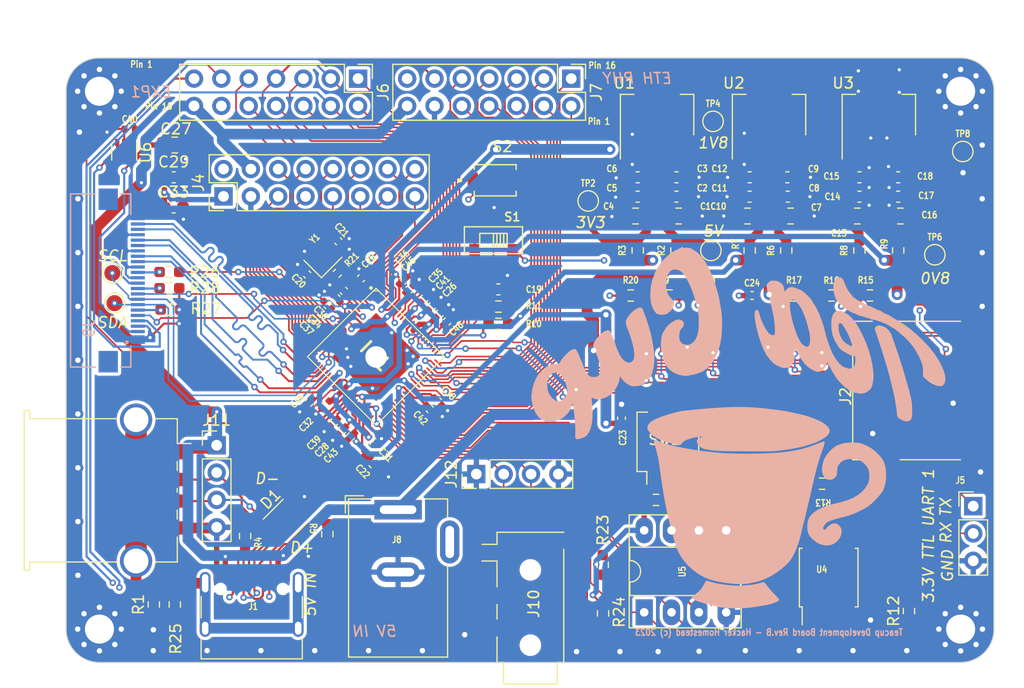
<source format=kicad_pcb>
(kicad_pcb (version 20221018) (generator pcbnew)
  (title_block (title "Teacup Development Board") (date "2023-05-22") (rev "B") (company "Hacker Homestead") (comment 1 "Original Design: BogdanTheGeek") (comment 2 "RevB: CaptainRon"))
  (layers (0 "F.Cu" signal) (1 "In1.Cu" signal) (2 "In2.Cu" signal) (31 "B.Cu" signal) (34 "B.Paste" user) (35 "F.Paste" user) (36 "B.SilkS" user "B.Silkscreen") (37 "F.SilkS" user "F.Silkscreen") (38 "B.Mask" user) (39 "F.Mask" user) (44 "Edge.Cuts" user))
  (net 0 "")
  (net 1 "Net-(U1-VI)")
  (net 2 "GND")
  (net 3 "Net-(U1-VO)")
  (net 4 "Net-(U2-VI)")
  (net 5 "Net-(U2-VO)")
  (net 6 "Net-(U3-VI)")
  (net 7 "Net-(U3-VO)")
  (net 8 "Net-(IC1-VREF)")
  (net 9 "Net-(IC1-EXCLK_I)")
  (net 10 "+3V3")
  (net 11 "/USB_D-")
  (net 12 "/USB_D+")
  (net 13 "Net-(IC1-EXCLK_O)")
  (net 14 "Net-(IC1-VCM)")
  (net 15 "+1V8")
  (net 16 "+0V8")
  (net 17 "Net-(IC1-PPRST_)")
  (net 18 "/PA17")
  (net 19 "/PA16")
  (net 20 "/PA15")
  (net 21 "/PA14")
  (net 22 "/PA11")
  (net 23 "/PA10")
  (net 24 "/PA09")
  (net 25 "/PA08")
  (net 26 "/PA07")
  (net 27 "/PA06")
  (net 28 "/MIPI_0_N")
  (net 29 "/MIPI_0_P")
  (net 30 "/MIPI_CLK_N")
  (net 31 "/MIPI_CLK_P")
  (net 32 "/MIPI_1_N")
  (net 33 "/MIPI_1_P")
  (net 34 "/NOR_CE")
  (net 35 "/NOR_DR")
  (net 36 "/NOR_DT")
  (net 37 "/NOR_CK")
  (net 38 "/MMC0_D1")
  (net 39 "/MMC0_D0")
  (net 40 "/MMC0_CLK")
  (net 41 "/MMC0_CMD")
  (net 42 "/MMC0_D3")
  (net 43 "/MMC0_D2")
  (net 44 "/MICLP")
  (net 45 "/HPOUTL")
  (net 46 "Net-(IC1-BOOT_SEL0_PC00)")
  (net 47 "/UART_RX")
  (net 48 "/UART_TX")
  (net 49 "/PB30")
  (net 50 "/PB29")
  (net 51 "/PB28")
  (net 52 "/PB27")
  (net 53 "+5V")
  (net 54 "Net-(J1-CC1)")
  (net 55 "Net-(J1-CC2)")
  (net 56 "/PB26")
  (net 57 "/PB25")
  (net 58 "/CAM_PE")
  (net 59 "/I2C0_SCK")
  (net 60 "/I2C0_SDA")
  (net 61 "/AUX0")
  (net 62 "Net-(U4-IO2)")
  (net 63 "/MDIO")
  (net 64 "/MDCK")
  (net 65 "/RXDV")
  (net 66 "/RXD0")
  (net 67 "/RXD1")
  (net 68 "/TXCLK")
  (net 69 "/PHYCLK")
  (net 70 "/TXD0")
  (net 71 "/TXD1")
  (net 72 "/TXEN")
  (net 73 "/UART0_RTS")
  (net 74 "/UART0_CTS")
  (net 75 "/UART0_TXD")
  (net 76 "/UART0_RXD")
  (net 77 "/PB31")
  (net 78 "Net-(U4-VCC)")
  (net 79 "Net-(U5-VCC)")
  (net 80 "Net-(U5-IO2)")
  (net 81 "Net-(SW1-Pad4)")
  (net 82 "Net-(J3-Shield)")
  (net 83 "Net-(J1-SHIELD)")
  (net 84 "Net-(U5-IO3)")
  (net 85 "Net-(U4-IO3)")
  (net 86 "Net-(J9-Pin_7)")
  (net 87 "Net-(J9-Pin_11)")
  (net 88 "Net-(J9-Pin_14)")
  (net 90 "/PB17")
  (net 91 "/PB18")
  (net 92 "+2V8")
  (footprint "Capacitor_SMD:C_0603_1608Metric_Pad1.08x0.95mm_HandSolder" (layer "F.Cu") (at 202.06 73.419999 180)
    (fp_text reference "C19")
    (fp_text value "100nF")
  )
  (footprint "Capacitor_SMD:C_0603_1608Metric_Pad1.08x0.95mm_HandSolder" (layer "F.Cu") (at 218.6 64.8)
    (fp_text reference "C2")
    (fp_text value "1uF")
  )
  (footprint "TestPoint:TestPoint_Pad_D1.5mm" (layer "F.Cu") (at 245.2 60.6)
    (fp_text reference "TP8")
    (fp_text value "TestPoint")
  )
  (footprint "Capacitor_SMD:C_0402_1005Metric" (layer "F.Cu") (at 184.291333 72.033365 -45)
    (fp_text reference "C20")
    (fp_text value "12pF")
  )
  (footprint "Package_TO_SOT_SMD:SOT-223-3_TabPin2" (layer "F.Cu") (at 227.2 57.2 90)
    (fp_text reference "U2")
    (fp_text value "AZ1117-1.8")
  )
  (footprint "MountingHole:MountingHole_2.7mm_M2.5_Pad_Via" (layer "F.Cu") (at 245 55)
    (fp_text reference "H4" hide)
    (fp_text value "MountingHole_Pad" hide)
  )
  (footprint "Package_TO_SOT_SMD:SOT-353_SC-70-5" (layer "F.Cu") (at 167.3 60.7 -90)
    (fp_text reference "U6")
    (fp_text value "MIC5365-2.8YC5")
  )
  (footprint "Capacitor_SMD:C_0805_2012Metric_Pad1.18x1.45mm_HandSolder" (layer "F.Cu") (at 218.8 66.6)
    (fp_text reference "C1")
    (fp_text value "10uF")
  )
  (footprint "teacup:CJS-1200TA" (layer "F.Cu") (at 201.6 68.85)
    (fp_text reference "S1")
    (fp_text value "CJS-1200TA")
  )
  (footprint "TestPoint:TestPoint_Pad_D1.5mm" (layer "F.Cu") (at 242.6 70.2)
    (fp_text reference "TP6")
    (fp_text value "TestPoint")
  )
  (footprint "Capacitor_SMD:C_0402_1005Metric" (layer "F.Cu") (at 186.19 74.87 135)
    (fp_text reference "C37")
    (fp_text value "100nF")
  )
  (footprint "Resistor_SMD:R_0603_1608Metric_Pad0.98x0.95mm_HandSolder" (layer "F.Cu") (at 218.6 69.8 90)
    (fp_text reference "R2")
    (fp_text value "0R")
  )
  (footprint "Resistor_SMD:R_0603_1608Metric_Pad0.98x0.95mm_HandSolder" (layer "F.Cu") (at 215 69.8 90)
    (fp_text reference "R3")
    (fp_text value "0R")
  )
  (footprint "MountingHole:MountingHole_2.7mm_M2.5_Pad_Via" (layer "F.Cu") (at 245 105)
    (fp_text reference "H3" hide)
    (fp_text value "MountingHole_Pad" hide)
  )
  (footprint "Connector_PinHeader_2.54mm:PinHeader_1x04_P2.54mm_Vertical" (layer "F.Cu") (at 200.01 90.59 90)
    (fp_text reference "J12")
    (fp_text value "Conn_01x04_Pin")
  )
  (footprint "Resistor_SMD:R_0603_1608Metric_Pad0.98x0.95mm_HandSolder" (layer "F.Cu") (at 171.6 75.3 180)
    (fp_text reference "R27")
    (fp_text value "0R")
  )
  (footprint "Resistor_SMD:R_0603_1608Metric_Pad0.98x0.95mm_HandSolder" (layer "F.Cu") (at 171.5 73.3 180)
    (fp_text reference "R28")
    (fp_text value "10k")
  )
  (footprint "Capacitor_SMD:C_0805_2012Metric_Pad1.18x1.45mm_HandSolder" (layer "F.Cu") (at 239.4 66.6 180)
    (fp_text reference "C16")
    (fp_text value "10uF")
  )
  (footprint "Resistor_SMD:R_0603_1608Metric_Pad0.98x0.95mm_HandSolder" (layer "F.Cu") (at 221.5 73.9875)
    (fp_text reference "R18")
    (fp_text value "47k")
  )
  (footprint "Capacitor_SMD:C_0603_1608Metric_Pad1.08x0.95mm_HandSolder" (layer "F.Cu") (at 171.9 63)
    (fp_text reference "C29")
    (fp_text value "1uF")
  )
  (footprint "Capacitor_SMD:C_0402_1005Metric" (layer "F.Cu") (at 187.194635 68.95235 -45)
    (fp_text reference "C21")
    (fp_text value "12pF")
  )
  (footprint "Capacitor_SMD:C_0402_1005Metric" (layer "F.Cu") (at 196.44 83.84 -45)
    (fp_text reference "C38")
    (fp_text value "100nF")
  )
  (footprint "Connector_PinHeader_2.54mm:PinHeader_2x07_P2.54mm_Vertical" (layer "F.Cu") (at 208.825 53.825 -90)
    (fp_text reference "J7")
    (fp_text value "Conn_02x07_Odd_Even")
  )
  (footprint "Resistor_SMD:R_0603_1608Metric_Pad0.98x0.95mm_HandSolder" (layer "F.Cu") (at 229.45 73.9875)
    (fp_text reference "R17")
    (fp_text value "47k")
  )
  (footprint "Capacitor_SMD:C_0603_1608Metric_Pad1.08x0.95mm_HandSolder" (layer "F.Cu") (at 239.2 63 180)
    (fp_text reference "C18")
    (fp_text value "100nF")
  )
  (footprint "Resistor_SMD:R_0603_1608Metric_Pad0.98x0.95mm_HandSolder" (layer "F.Cu") (at 232.13 91.48)
    (fp_text reference "R13")
    (fp_text value "100k")
  )
  (footprint "Resistor_SMD:R_0603_1608Metric_Pad0.98x0.95mm_HandSolder" (layer "F.Cu") (at 235.6 69.8 90)
    (fp_text reference "R8")
    (fp_text value "0R")
  )
  (footprint "Capacitor_SMD:C_0402_1005Metric" (layer "F.Cu") (at 189.3 72.4 45)
    (fp_text reference "C25")
    (fp_text value "100nF")
  )
  (footprint "teacup:SW_TL1015AF160QG" (layer "F.Cu") (at 201.7575 63.28)
    (fp_text reference "S2")
    (fp_text value "TL1015AF160QG")
  )
  (footprint "Capacitor_SMD:C_0402_1005Metric" (layer "F.Cu") (at 187.7 73.55 135)
    (fp_text reference "C30")
    (fp_text value "100nF")
  )
  (footprint "Resistor_SMD:R_0603_1608Metric_Pad0.98x0.95mm_HandSolder" (layer "F.Cu") (at 236.575 73.9875)
    (fp_text reference "R15")
    (fp_text value "47k")
  )
  (footprint "Connector_Card:microSD_HC_Hirose_DM3D-SF" (layer "F.Cu") (at 240.76 82.82 90)
    (fp_text reference "J2")
    (fp_text value "Micro_SD_Card")
  )
  (footprint "Connector_USB:USB_C_Receptacle_HRO_TYPE-C-31-M-12" (layer "F.Cu") (at 179.1425 103.8675)
    (fp_text reference "J1")
    (fp_text value "USB Type-C")
  )
  (footprint "Capacitor_SMD:C_0603_1608Metric_Pad1.08x0.95mm_HandSolder" (layer "F.Cu") (at 235.6 63)
    (fp_text reference "C15")
    (fp_text value "100nF")
  )
  (footprint "Connector_Audio:Jack_3.5mm_PJ320D_Horizontal" (layer "F.Cu") (at 205.03 101.72 90)
    (fp_text reference "J10")
    (fp_text value "AudioJack4_Ground")
  )
  (footprint "Capacitor_SMD:C_0603_1608Metric_Pad1.08x0.95mm_HandSolder" (layer "F.Cu") (at 215 64.8 180)
    (fp_text reference "C5")
    (fp_text value "1uF")
  )
  (footprint "TestPoint:TestPoint_Pad_D1.5mm" (layer "F.Cu") (at 221.8 69.8)
    (fp_text reference "TP1")
    (fp_text value "TestPoint")
  )
  (footprint "Package_TO_SOT_SMD:SOT-23-3" (layer "F.Cu") (at 182.595666 94.604334 45)
    (fp_text reference "D1")
    (fp_text value "D_TVS_Dual_AAC")
  )
  (footprint "Capacitor_SMD:C_0603_1608Metric_Pad1.08x0.95mm_HandSolder" (layer "F.Cu") (at 225.4 63 180)
    (fp_text reference "C12")
    (fp_text value "100nF")
  )
  (footprint "Resistor_SMD:R_0603_1608Metric_Pad0.98x0.95mm_HandSolder" (layer "F.Cu") (at 217.95 73.9875 180)
    (fp_text reference "R19")
    (fp_text value "47k")
  )
  (footprint "Capacitor_SMD:C_0402_1005Metric" (layer "F.Cu") (at 188.35 87.1 -135)
    (fp_text reference "C43")
    (fp_text value "100nF")
  )
  (footprint "Capacitor_SMD:C_0402_1005Metric" (layer "F.Cu") (at 184.45 83.95 -135)
    (fp_text reference "C44")
    (fp_text value "100nF")
  )
  (footprint "teacup:QFN35P900X900X90-89N-D" (layer "F.Cu") (at 190.7 79.7 -45)
    (fp_text reference "IC1")
    (fp_text value "T31ZX" hide)
  )
  (footprint "Resistor_SMD:R_0603_1608Metric_Pad0.98x0.95mm_HandSolder" (layer "F.Cu") (at 233 73.9875 180)
    (fp_text reference "R16")
    (fp_text value "47k")
  )
  (footprint "Connector_PinHeader_2.54mm:PinHeader_2x07_P2.54mm_Vertical" (layer "F.Cu") (at 189.025 53.825 -90)
    (fp_text reference "J6")
    (fp_text value "Conn_02x07_Odd_Even")
  )
  (footprint "Resistor_SMD:R_0603_1608Metric_Pad0.98x0.95mm_HandSolder" (layer "F.Cu") (at 170.05 102.71 90)
    (fp_text reference "R1")
    (fp_text value "0R")
  )
  (footprint "Resistor_SMD:R_0603_1608Metric_Pad0.98x0.95mm_HandSolder" (layer "F.Cu") (at 240.2 103.32 90)
    (fp_text reference "R12")
    (fp_text value "100k")
  )
  (footprint "Package_TO_SOT_SMD:SOT-223-3_TabPin2" (layer "F.Cu") (at 237.4 57.2 90)
    (fp_text reference "U3")
    (fp_text value "MCP1826S")
  )
  (footprint "Resistor_SMD:R_0603_1608Metric_Pad0.98x0.95mm_HandSolder" (layer "F.Cu") (at 202.06 75.02 180)
    (fp_text reference "R11")
    (fp_text value "100k")
  )
  (footprint "MountingHole:MountingHole_2.7mm_M2.5_Pad_Via" (layer "F.Cu") (at 165 105)
    (fp_text reference "H1" hide)
    (fp_text value "MountingHole_Pad" hide)
  )
  (footprint "Capacitor_SMD:C_0805_2012Metric_Pad1.18x1.45mm_HandSolder" (layer "F.Cu") (at 235.4 66.6)
    (fp_text reference "C13")
    (fp_text value "10uF")
  )
  (footprint "Capacitor_SMD:C_0402_1005Metric" (layer "F.Cu") (at 186.77 85.79 -135)
    (fp_text reference "C39")
    (fp_text value "100nF")
  )
  (footprint "TestPoint:TestPoint_Pad_D1.5mm" (layer "F.Cu") (at 210.4 65.2)
    (fp_text reference "TP2")
    (fp_text value "TestPoint")
  )
  (footprint "Package_TO_SOT_SMD:SOT-223-3_TabPin2" (layer "F.Cu") (at 216.8 57.2 90)
    (fp_text reference "U1")
    (fp_text value "AZ1117-3.3")
  )
  (footprint "Capacitor_SMD:C_0603_1608Metric_Pad1.08x0.95mm_HandSolder" (layer "F.Cu") (at 228.9 63)
    (fp_text reference "C9")
    (fp_text value "100nF")
  )
  (footprint "Package_SO:SOIC-8_5.23x5.23mm_P1.27mm" (layer "F.Cu") (at 232.74 100.21 90)
    (fp_text reference "U4")
    (fp_text value "W25Q32JVSS")
  )
  (footprint "TestPoint:TestPoint_Pad_D1.5mm" (layer "F.Cu") (at 166.4 74.7)
    (fp_text reference "TP7" hide)
    (fp_text value "TestPoint")
  )
  (footprint "Connector_PinHeader_2.54mm:PinHeader_1x03_P2.54mm_Vertical" (layer "F.Cu") (at 246.17 93.57)
    (fp_text reference "J5")
    (fp_text value "UART")
  )
  (footprint "Capacitor_SMD:C_0603_1608Metric_Pad1.08x0.95mm_HandSolder" (layer "F.Cu") (at 171.9 65.8)
    (fp_text reference "C33")
    (fp_text value "100nF")
  )
  (footprint "Connector_PinHeader_2.54mm:PinHeader_2x08_P2.54mm_Vertical" (layer "F.Cu") (at 176.525 64.775 90)
    (fp_text reference "J4")
    (fp_text value "Conn_02x08_Odd_Even")
  )
  (footprint "Connector_PinHeader_2.54mm:PinHeader_1x04_P2.54mm_Vertical" (layer "F.Cu") (at 175.89 87.91)
    (fp_text reference "J11")
    (fp_text value "Conn_01x04_Pin")
  )
  (footprint "Capacitor_SMD:C_0402_1005Metric" (layer "F.Cu") (at 187 74.25 135)
    (fp_text reference "C34")
    (fp_text value "100nF")
  )
  (footprint "Capacitor_SMD:C_0402_1005Metric" (layer "F.Cu") (at 213.5 85.39 90)
    (fp_text reference "C23")
    (fp_text value "100nF")
  )
  (footprint "Connector_USB:USB_A_TE_292303-7_Horizontal" (layer "F.Cu") (at 165.7 92.1 -90)
    (fp_text reference "J3" hide)
    (fp_text value "USB_A")
  )
  (footprint "Capacitor_SMD:C_0603_1608Metric_Pad1.08x0.95mm_HandSolder" (layer "F.Cu") (at 225.4 64.8 180)
    (fp_text reference "C11")
    (fp_text value "1uF")
  )
  (footprint "Resistor_SMD:R_0603_1608Metric_Pad0.98x0.95mm_HandSolder" (layer "F.Cu") (at 239.2 69.8 90)
    (fp_text reference "R9")
    (fp_text value "0R")
  )
  (footprint "Capacitor_SMD:C_0402_1005Metric" (layer "F.Cu") (at 197.3 76.4 45)
    (fp_text reference "C46")
    (fp_text value "100nF")
  )
  (footprint "Capacitor_SMD:C_0402_1005Metric" (layer "F.Cu") (at 193.8 73.4 45)
    (fp_text reference "C45")
    (fp_text value "100nF")
  )
  (footprint "MountingHole:MountingHole_2.7mm_M2.5_Pad_Via" (layer "F.Cu") (at 165 55)
    (fp_text reference "H2" hide)
    (fp_text value "MountingHole_Pad" hide)
  )
  (footprint "Capacitor_SMD:C_0603_1608Metric_Pad1.08x0.95mm_HandSolder" (layer "F.Cu") (at 228.9375 64.8)
    (fp_text reference "C8")
    (fp_text value "1uF")
  )
  (footprint "Resistor_SMD:R_0603_1608Metric_Pad0.98x0.95mm_HandSolder" (layer "F.Cu") (at 216.7 92.99 180)
    (fp_text reference "R22")
    (fp_text value "100k")
  )
  (footprint "Capacitor_SMD:C_0603_1608Metric_Pad1.08x0.95mm_HandSolder" (layer "F.Cu") (at 190.5 89.55 -45)
    (fp_text reference "C22")
    (fp_text value "4.7uF")
  )
  (footprint "Capacitor_SMD:C_0603_1608Metric_Pad1.08x0.95mm_HandSolder" (layer "F.Cu") (at 215 63 180)
    (fp_text reference "C6")
    (fp_text value "100nF")
  )
  (footprint "Resistor_SMD:R_0603_1608Metric_Pad0.98x0.95mm_HandSolder" (layer "F.Cu") (at 211.75 99.03 -90)
    (fp_text reference "R23")
    (fp_text value "100k")
  )
  (footprint "Resistor_SMD:R_0603_1608Metric_Pad0.98x0.95mm_HandSolder" (layer "F.Cu") (at 172 102.71 90)
    (fp_text reference "R25")
    (fp_text value "0R")
  )
  (footprint "Resistor_SMD:R_0603_1608Metric_Pad0.98x0.95mm_HandSolder" (layer "F.Cu") (at 211.78 103.54 90)
    (fp_text reference "R24")
    (fp_text value "100k")
  )
  (footprint "Capacitor_SMD:C_0603_1608Metric_Pad1.08x0.95mm_HandSolder" (layer "F.Cu") (at 239.2 64.8 180)
    (fp_text reference "C17")
    (fp_text value "1uF")
  )
  (footprint "Package_DIP:DIP-8_W7.62mm_Socket_LongPads" (layer "F.Cu") (at 215.6 103.44 90)
    (fp_text reference "U5")
    (fp_text value "W25Q32JVSS")
  )
  (footprint "Capacitor_SMD:C_0402_1005Metric" (layer "F.Cu") (at 195.69 84.54 -45)
    (fp_text reference "C42")
    (fp_text value "100nF")
  )
  (footprint "Resistor_SMD:R_0603_1608Metric_Pad0.98x0.95mm_HandSolder" (layer "F.Cu") (at 225.4 69.8 90)
    (fp_text reference "R7")
    (fp_text value "0R")
  )
  (footprint "Capacitor_SMD:C_0402_1005Metric" (layer "F.Cu") (at 195.88 75 45)
    (fp_text reference "C41")
    (fp_text value "100nF")
  )
  (footprint "Capacitor_SMD:C_0402_1005Metric" (layer "F.Cu") (at 196.59 75.69 45)
    (fp_text reference "C26")
    (fp_text value "100nF")
  )
  (footprint "Capacitor_SMD:C_0402_1005Metric" (layer "F.Cu") (at 186 84.15 -135)
    (fp_text reference "C32")
    (fp_text value "100nF")
  )
  (footprint "Button_Switch_SMD:SW_DIP_SPSTx03_Slide_KingTek_DSHP03TJ_W5.25mm_P1.27mm_JPin" (layer "F.Cu") (at 217.8 87.59 90)
    (fp_text reference "SW1")
    (fp_text value "SW_DIP_x03")
  )
  (footprint "Capacitor_SMD:C_0402_1005Metric" (layer "F.Cu") (at 167.8 58.5 180)
    (fp_text reference "C40")
    (fp_text value "100nF")
  )
  (footprint "Capacitor_SMD:C_0402_1005Metric" (layer "F.Cu") (at 190.35 87.5 -45)
    (fp_text reference "C31")
    (fp_text value "100nF")
  )
  (footprint "Resistor_SMD:R_0603_1608Metric_Pad0.98x0.95mm_HandSolder" (layer "F.Cu") (at 202.06 76.619999 180)
    (fp_text reference "R10")
    (fp_text value "100k")
  )
  (footprint "Resistor_SMD:R_0603_1608Metric_Pad0.98x0.95mm_HandSolder" (layer "F.Cu") (at 231.17 89.84 180)
    (fp_text reference "R14")
    (fp_text value "100k")
  )
  (footprint "Capacitor_SMD:C_0805_2012Metric_Pad1.18x1.45mm_HandSolder" (layer "F.Cu") (at 229.2 66.6)
    (fp_text reference "C7")
    (fp_text value "10uF")
  )
  (footprint "Resistor_SMD:R_0603_1608Metric_Pad0.98x0.95mm_HandSolder" (layer "F.Cu") (at 186.17 96.16 90)
    (fp_text reference "R5")
    (fp_text value "5k1")
  )
  (footprint "Capacitor_SMD:C_0402_1005Metric" (layer "F.Cu") (at 187.51 86.55 -135)
    (fp_text reference "C28")
    (fp_text value "100nF")
  )
  (footprint "Crystal:Crystal_SMD_2016-4Pin_2.0x1.6mm" (layer "F.Cu") (at 185.75858 70.566117 45)
    (fp_text reference "Y1")
    (fp_text value "24 MHz" hide)
  )
  (footprint "Connector_BarrelJack:BarrelJack_Wuerth_6941xx301002" (layer "F.Cu") (at 192.74 93.9)
    (fp_text reference "J8")
    (fp_text value "DC_IN")
  )
  (footprint "Capacitor_SMD:C_0402_1005Metric" (layer "F.Cu") (at 193.2 72.6 45)
    (fp_text reference "C36")
    (fp_text value "100nF")
  )
  (footprint "Resistor_SMD:R_0603_1608Metric_Pad0.98x0.95mm_HandSolder" (layer "F.Cu") (at 228.8 69.8 90)
    (fp_text reference "R6")
    (fp_text value "0R")
  )
  (footprint "Resistor_SMD:R_0603_1608Metric_Pad0.98x0.95mm_HandSolder" (layer "F.Cu") (at 171.5 71.8 180)
    (fp_text reference "R26")
    (fp_text value "0R")
  )
  (footprint "Capacitor_SMD:C_0603_1608Metric_Pad1.08x0.95mm_HandSolder" (layer "F.Cu") (at 235.6 64.8)
    (fp_text reference "C14")
    (fp_text value "1uF")
  )
  (footprint "Resistor_SMD:R_0402_1005Metric" (layer "F.Cu") (at 187.091476 71.920228 45)
    (fp_text reference "R21")
    (fp_text value "1M")
  )
  (footprint "Capacitor_SMD:C_0603_1608Metric_Pad1.08x0.95mm_HandSolder" (layer "F.Cu") (at 218.6 63)
    (fp_text reference "C3")
    (fp_text value "100nF")
  )
  (footprint "Resistor_SMD:R_0603_1608Metric_Pad0.98x0.95mm_HandSolder" (layer "F.Cu") (at 214.35 73.9875)
    (fp_text reference "R20")
    (fp_text value "47k")
  )
  (footprint "TestPoint:TestPoint_Pad_D1.5mm" (layer "F.Cu") (at 222 57.8)
    (fp_text reference "TP4")
    (fp_text value "TestPoint")
  )
  (footprint "Resistor_SMD:R_0603_1608Metric_Pad0.98x0.95mm_HandSolder" (layer "F.Cu") (at 178.53 96.35 -90)
    (fp_text reference "R4")
    (fp_text value "5k1")
  )
  (footprint "Capacitor_SMD:C_0402_1005Metric" (layer "F.Cu") (at 195.18 74.28 45)
    (fp_text reference "C35")
    (fp_text value "100nF")
  )
  (footprint "Capacitor_SMD:C_0805_2012Metric_Pad1.18x1.45mm_HandSolder" (layer "F.Cu") (at 225.2 66.6 180)
    (fp_text reference "C10")
    (fp_text value "10uF")
  )
  (footprint "TestPoint:TestPoint_Pad_D1.5mm" (layer "F.Cu") (at 166.2 71.9)
    (fp_text reference "TP9" hide)
    (fp_text value "TestPoint")
  )
  (footprint "Capacitor_SMD:C_0402_1005Metric" (layer "F.Cu") (at 225.625 73.9875)
    (fp_text reference "C24")
    (fp_text value "100nF")
  )
  (footprint "Capacitor_SMD:C_0805_2012Metric_Pad1.18x1.45mm_HandSolder" (layer "F.Cu") (at 172 60)
    (fp_text reference "C27")
    (fp_text value "10uF")
  )
  (footprint "Capacitor_SMD:C_0805_2012Metric_Pad1.18x1.45mm_HandSolder" (layer "F.Cu") (at 214.8 66.6 180)
    (fp_text reference "C4")
    (fp_text value "10uF")
  )
  (footprint "teacup:Teacup-logo" (layer "B.Cu") (at 224.3 87.5 180)
    (fp_text reference "LOGO1" hide)
    (fp_text value "Teacup Logo" hide)
  )
  (footprint "teacup:687124149022" (layer "B.Cu") (at 168.565 72.59 90)
    (fp_text reference "J9")
    (fp_text value "Conn_01x24_Pin")
  )
  (gr_arc (start 245 51.9) (mid 247.192031 52.807969) (end 248.1 55) (stroke (width 0.1)) (layer "Edge.Cuts"))
  (gr_arc (start 248.1 105) (mid 247.192031 107.192031) (end 245 108.1) (stroke (width 0.1)) (layer "Edge.Cuts"))
  (gr_arc (start 161.9 55) (mid 162.807969 52.807969) (end 165 51.9) (stroke (width 0.1)) (layer "Edge.Cuts"))
  (gr_line (start 248.1 55) (end 248.1 105) (stroke (width 0.1)) (layer "Edge.Cuts"))
  (gr_line (start 161.9 105) (end 161.9 55) (stroke (width 0.1)) (layer "Edge.Cuts"))
  (gr_line (start 165 108.1) (end 245 108.1) (stroke (width 0.1)) (layer "Edge.Cuts"))
  (gr_line (start 165 51.9) (end 245 51.9) (stroke (width 0.1)) (layer "Edge.Cuts"))
  (gr_arc (start 165 108.1) (mid 162.807969 107.192031) (end 161.9 105) (stroke (width 0.1)) (layer "Edge.Cuts"))
  (gr_text "${TITLE} Rev.${REVISION} - ${COMPANY} (c) 2023" (at 227.2 105.3) (layer "B.SilkS") (effects (font (size 0.6 0.5) (thickness 0.12)) (justify mirror)))
  (gr_text "5V IN" (at 190.6 105.2) (layer "B.SilkS") (effects (font (size 1 1) (thickness 0.15) italic) (justify mirror)))
  (gr_text "EXP1" (at 169.81 55.07) (layer "B.SilkS") (effects (font (size 1 1) (thickness 0.15) italic) (justify mirror)))
  (gr_text "ETH PHY" (at 215 53.8) (layer "B.SilkS") (effects (font (size 1 1) (thickness 0.15) italic) (justify mirror)))
  (gr_text "Pin 16" (at 170.5 56.4) (layer "F.SilkS") (effects (font (size 0.6 0.5) (thickness 0.12))))
  (gr_text "Pin 1" (at 211.4 57.8) (layer "F.SilkS") (effects (font (size 0.6 0.5) (thickness 0.12))))
  (gr_text "Pin 16" (at 211.7 52.6) (layer "F.SilkS") (effects (font (size 0.6 0.5) (thickness 0.12))))
  (gr_text "D+" (at 183.796 97.418) (layer "F.SilkS") (effects (font (size 1 1) (thickness 0.15) italic)))
  (gr_text "5V IN" (at 184.6 101.8 90) (layer "F.SilkS") (effects (font (size 1 1) (thickness 0.15) italic)))
  (gr_text "Pin 1" (at 168.9 52.5) (layer "F.SilkS") (effects (font (size 0.6 0.5) (thickness 0.12))))
  (gr_text "SCL" (at 166.2 70.3) (layer "F.SilkS") (effects (font (size 1 1) (thickness 0.15) italic)))
  (gr_text "GND" (at 243.78 99.12 90) (layer "F.SilkS") (effects (font (size 1 1) (thickness 0.15) italic)))
  (gr_text "3V3" (at 210.6 67.2) (layer "F.SilkS") (effects (font (size 1 1) (thickness 0.15) italic)))
  (gr_text "3.3V TTL UART 1" (at 242.01 96.34 90) (layer "F.SilkS") (effects (font (size 1 1) (thickness 0.15) italic)))
  (gr_text "TX" (at 243.62 93.67 90) (layer "F.SilkS") (effects (font (size 1 1) (thickness 0.15) italic)))
  (gr_text "D-" (at 180.57 91) (layer "F.SilkS") (effects (font (size 1 1) (thickness 0.15) italic)))
  (gr_text "SDA" (at 166.18 76.5) (layer "F.SilkS") (effects (font (size 1 1) (thickness 0.15) italic)))
  (gr_text "0V8" (at 242.6 72.4) (layer "F.SilkS") (effects (font (size 1 1) (thickness 0.15) italic)))
  (gr_text "RX" (at 243.64 96.08 90) (layer "F.SilkS") (effects (font (size 1 1) (thickness 0.15) italic)))
  (gr_text "5V" (at 222 68) (layer "F.SilkS") (effects (font (size 1 1) (thickness 0.15) italic)))
  (gr_text "1V8" (at 222 59.8) (layer "F.SilkS") (effects (font (size 1 1) (thickness 0.15) italic)))
  (segment (start 218.6 68.8875) (end 220.8875 68.8875) (width 0.5) (layer "F.Cu") (net 1))
  (segment (start 219.1 61.45) (end 219.1 60.35) (width 0.75) (layer "F.Cu") (net 1))
  (segment (start 218.6 68.8875) (end 218.6 68.65) (width 0.75) (layer "F.Cu") (net 1))
  (segment (start 217.7375 66.6) (end 217.7375 63) (width 0.75) (layer "F.Cu") (net 1))
  (segment (start 217.7375 67.7875) (end 217.7375 66.6) (width 0.75) (layer "F.Cu") (net 1))
  (segment (start 218.6 68.65) (end 217.7375 67.7875) (width 0.75) (layer "F.Cu") (net 1))
  (segment (start 220.8875 68.8875) (end 221.8 69.8) (width 0.5) (layer "F.Cu") (net 1))
  (segment (start 217.7375 63) (end 217.7375 62.8125) (width 0.75) (layer "F.Cu") (net 1))
  (segment (start 217.7375 62.8125) (end 219.1 61.45) (width 0.75) (layer "F.Cu") (net 1))
  (segment (start 237.4 61.3) (end 237.4 60.35) (width 0.75) (layer "F.Cu") (net 2))
  (segment (start 236.885 86.875) (end 236.83 86.82) (width 0.2) (layer "F.Cu") (net 2))
  (segment (start 194.139411 73.060589) (end 194.7 72.5) (width 0.2) (layer "F.Cu") (net 2))
  (segment (start 183.6 84.8) (end 184.110589 84.289411) (width 0.2) (layer "F.Cu") (net 2))
  (segment (start 167.32 58.5) (end 167.3 58.52) (width 0.2) (layer "F.Cu") (net 2))
  (segment (start 227.1 77.2625) (end 227.075 77.2375) (width 0.5) (layer "F.Cu") (net 2))
  (segment (start 212.95 64.85) (end 214.0875 64.85) (width 0.75) (layer "F.Cu") (net 2))
  (segment (start 170.05 103.6225) (end 170.05 105.02) (width 1) (layer "F.Cu") (net 2))
  (segment (start 185.4 73.94) (end 185.4 74.08) (width 0.2) (layer "F.Cu") (net 2))
  (segment (start 227.1 78.8) (end 227.1 77.2625) (width 0.5) (layer "F.Cu") (net 2))
  (segment (start 186.610589 73.210589) (end 186.4 73) (width 0.2) (layer "F.Cu") (net 2))
  (segment (start 238.3 62) (end 237.6 61.3) (width 0.75) (layer "F.Cu") (net 2))
  (segment (start 236.4625 62.1375) (end 236.4625 66.6) (width 0.75) (layer "F.Cu") (net 2))
  (segment (start 175.89 99.82) (end 175.8925 99.8225) (width 0.2) (layer "F.Cu") (net 2))
  (segment (start 185.15 85) (end 185.660589 84.489411) (width 0.2) (layer "F.Cu") (net 2))
  (segment (start 227.075 77.2375) (end 227.075 76.075) (width 0.5) (layer "F.Cu") (net 2))
  (segment (start 172.7625 65.8) (end 172.7625 66.8625) (width 0.2) (layer "F.Cu") (net 2))
  (segment (start 202.9 72.12) (end 202.9225 72.1425) (width 0.2) (layer "F.Cu") (net 2))
  (segment (start 197.639411 76.060589) (end 197.639411 75.536089) (width 0.2) (layer "F.Cu") (net 2))
  (segment (start 188.21 69.69) (end 187.439949 70.460051) (width 0.2) (layer "F.Cu") (net 2))
  (segment (start 203.8325 63.28) (end 203.8325 64.8575) (width 0.2) (layer "F.Cu") (net 2))
  (segment (start 186.66 87.4) (end 187.170589 86.889411) (width 0.2) (layer "F.Cu") (net 2))
  (segment (start 202.9725 73.469999) (end 202.9225 73.419999) (width 0.2) (layer "F.Cu") (net 2))
  (segment (start 191.85 90.85) (end 191.8 90.85) (width 0.2) (layer "F.Cu") (net 2))
  (segment (start 183.4 93.8) (end 183.4 93.32) (width 0.2) (layer "F.Cu") (net 2))
  (segment (start 213 63.05) (end 214.0875 63.05) (width 0.75) (layer "F.Cu") (net 2))
  (segment (start 186.66 87.45) (end 186.66 87.4) (width 0.2) (layer "F.Cu") (net 2))
  (segment (start 173.0375 60) (end 173.0375 61.2625) (width 0.2) (layer "F.Cu") (net 2))
  (segment (start 187.534046 69.291761) (end 187.608239 69.291761) (width 0.2) (layer "F.Cu") (net 2))
  (segment (start 236.6325 104.1575) (end 234.9925 104.1575) (width 0.2) (layer "F.Cu") (net 2))
  (segment (start 186.210589 73.910589) (end 185.9 73.6) (width 0.2) (layer "F.Cu") (net 2))
  (segment (start 190.55 77.817588) (end 188.419581 75.687169) (width 0.2) (layer "F.Cu") (net 2))
  (segment (start 237.15 61.3) (end 237.4 61.3) (width 0.75) (layer "F.Cu") (net 2))
  (segment (start 183.4 93.32) (end 184.04 92.68) (width 0.2) (layer "F.Cu") (net 2))
  (segment (start 187.5 87.95) (end 188.010589 87.439411) (width 0.2) (layer "F.Cu") (net 2))
  (segment (start 167.3 58.52) (end 167.3 59.75) (width 0.2) (layer "F.Cu") (net 2))
  (segment (start 185.4 74.08) (end 185.850589 74.530589) (width 0.2) (layer "F.Cu") (net 2))
  (segment (start 170.05 103.6225) (end 172 103.6225) (width 1) (layer "F.Cu") (net 2))
  (segment (start 172.7625 66.8625) (end 172.8 66.9) (width 0.2) (layer "F.Cu") (net 2))
  (segment (start 238.3 62) (end 238.3375 62.0375) (width 0.75) (layer "F.Cu") (net 2))
  (segment (start 219.4625 64.8) (end 220.65 64.8) (width 0.75) (layer "F.Cu") (net 2))
  (segment (start 166 58.5) (end 167.32 58.5) (width 0.2) (layer "F.Cu") (net 2))
  (segment (start 186.660589 73.910589) (end 186.210589 73.910589) (width 0.2) (layer "F.Cu") (net 2))
  (segment (start 173.0375 61.2625) (end 173 61.3) (width 0.2) (layer "F.Cu") (net 2))
  (segment (start 187.360589 73.210589) (end 186.610589 73.210589) (width 0.2) (layer "F.Cu") (net 2))
  (segment (start 245.2 62.55) (end 245.225 62.575) (width 0.5) (layer "F.Cu") (net 2))
  (segment (start 237.6 61.3) (end 237.4 61.3) (width 0.75) (layer "F.Cu") (net 2))
  (segment (start 171 76.6) (end 169.7 77.9) (width 0.2) (layer "F.Cu") (net 2))
  (segment (start 238.3375 62.0375) (end 238.3375 66.6) (width 0.75) (layer "F.Cu") (net 2))
  (segment (start 191.8 90.85) (end 191.10988 90.15988) (width 0.2) (layer "F.Cu") (net 2))
  (segment (start 245.2 60.6) (end 245.2 62.55) (width 0.5) (layer "F.Cu") (net 2))
  (segment (start 202.9725 75.02) (end 202.9725 73.469999) (width 0.2) (layer "F.Cu") (net 2))
  (segment (start 230.2375 66.6) (end 229.7875 66.15) (width 0.75) (layer "F.Cu") (net 2))
  (segment (start 197.639411 75.536089) (end 197.8755 75.3) (width 0.2) (layer "F.Cu") (net 2))
  (segment (start 184.41 98.23) (end 185.0125 98.23) (width 0.5) (layer "F.Cu") (net 2))
  (segment (start 224.9 65.8625) (end 224.9 61.8) (width 0.75) (layer "F.Cu") (net 2))
  (segment (start 184.41 98.23) (end 183.57 98.23) (width 0.5) (layer "F.Cu") (net 2))
  (segment (start 236.5 62.1) (end 236.4625 62.1375) (width 0.75) (layer "F.Cu") (net 2))
  (segment (start 190.55 82.43) (end 190.36 82.62) (width 0.2) (layer "F.Cu") (net 2))
  (segment (start 227.075 76.075) (end 226.105 75.105) (width 0.5) (layer "F.Cu") (net 2))
  (segment (start 214.0875 63.05) (end 214.1375 63) (width 0.75) (layer "F.Cu") (net 2))
  (segment (start 219.4625 66.225) (end 219.4625 63) (width 0.75) (layer "F.Cu") (net 2))
  (segment (start 182.3925 99.4075) (end 182.3925 99.8225) (width 0.5) (layer "F.Cu") (net 2))
  (segment (start 190.689411 87.839411) (end 190.689411 87.810589) (width 0.2) (layer "F.Cu") (net 2))
  (segment (start 223.3 64.8) (end 224.5375 64.8) (width 0.75) (layer "F.Cu") (net 2))
  (segment (start 172.7625 63.8625) (end 172.8 63.9) (width 0.2) (layer "F.Cu") (net 2))
  (segment (start 187.5 88) (end 187.5 87.95) (width 0.2) (layer "F.Cu") (net 2))
  (segment (start 231.4 66.6) (end 230.2375 66.6) (width 0.75) (layer "F.Cu") (net 2))
  (segment (start 226.105 75.105) (end 226.105 73.9875) (width 0.5) (layer "F.Cu") (net 2))
  (segment (start 203.8325 64.8575) (end 202.88 65.81) (width 0.2) (layer "F.Cu") (net 2))
  (segment (start 214.5 59) (end 214.5 61.8) (width 0.75) (layer "F.Cu") (net 2))
  (segment (start 224.9 61.8) (end 224.9 58.9) (width 0.75) (layer "F.Cu") (net 2))
  (segment (start 190.55 79.55) (end 190.55 77.817588) (width 0.2) (layer "F.Cu") (net 2))
  (segment (start 200.89 65.81) (end 199.85 66.85) (width 0.2) (layer "F.Cu") (net 2))
  (segment (start 196.39 85.24) (end 196.029411 84.879411) (width 0.2) (layer "F.Cu") (net 2))
  (segment (start 175.82 95.6) (end 172.08 95.6) (width 1) (layer "F.Cu") (net 2))
  (segment (start 229.7875 63) (end 231.05 63) (width 0.75) (layer "F.Cu") (net 2))
  (segment (start 184.05 69.88) (end 184.082514 69.88) (width 0.2) (layer "F.Cu") (net 2))
  (segment (start 183.57 98.23) (end 182.3925 99.4075) (width 0.5) (layer "F.Cu") (net 2))
  (segment (start 178.53 95.4375) (end 178.4375 95.53) (width 0.2) (layer "F.Cu") (net 2))
  (segment (start 190.55 79.85) (end 190.55 82.43) (width 0.2) (layer "F.Cu") (net 2))
  (segment (start 236.885 88.47) (end 236.885 86.875) (width 0.2) (layer "F.Cu") (net 2))
  (segment (start 185.0125 98.23) (end 186.17 97.0725) (width 0.5) (layer "F.Cu") (net 2))
  (segment (start 224.1625 66.6) (end 224.9 65.8625) (width 0.75) (layer "F.Cu") (net 2))
  (segment (start 187.608239 69.291761) (end 188.2 68.7) (width 0.2) (layer "F.Cu") (net 2))
  (segment (start 189.639411 72.039411) (end 189.1 71.5) (width 0.2) (layer "F.Cu") (net 2))
  (segment (start 199.85 66.85) (end 199.85 70) (width 0.2) (layer "F.Cu") (net 2))
  (segment (start 214.1375 62.1625) (end 214.5 61.8) (width 0.75) (layer "F.Cu") (net 2))
  (segment (start 223.35 63) (end 224.5375 63) (width 0.75) (layer "F.Cu") (net 2))
  (segment (start 196.85 85.24) (end 196.39 85.24) (width 0.2) (layer "F.Cu") (net 2))
  (segment (start 214.0875 64.85) (end 214.1375 64.8) (width 0.75) (layer "F.Cu") (net 2))
  (segment (start 175.89 95.53) (end 175.89 99.82) (width 0.5) (layer "F.Cu") (net 2))
  (segment (start 219.8375 66.6) (end 219.4625 66.225) (width 0.75) (layer "F.Cu") (net 2))
  (segment (start 178.4375 95.53) (end 175.89 95.53) (width 0.5) (layer "F.Cu") (net 2))
  (segment (start 196.929411 75.350589) (end 197.44 74.84) (width 0.5) (layer "F.Cu") (net 2))
  (segment (start 183.951922 71.693954) (end 183.951922 71.651922) (width 0.2) (layer "F.Cu") (net 2))
  (segment (start 183.951922 71.651922) (end 183.4 71.1) (width 0.2) (layer "F.Cu") (net 2))
  (segment (start 189.639411 72.060589) (end 189.639411 72.039411) (width 0.2) (layer "F.Cu") (net 2))
  (segment (start 170.05 105.02) (end 170.01 105.06) (width 1) (layer "F.Cu") (net 2))
  (segment (start 221 66.6) (end 219.8375 66.6) (width 0.75) (layer "F.Cu") (net 2))
  (segment (start 193.539411 72.260589) (end 194.1 71.7) (width 0.2) (layer "F.Cu") (net 2))
  (segment (start 197.29 84.69) (end 196.779411 84.179411) (width 0.2) (layer "F.Cu") (net 2))
  (segment (start 231 64.8) (end 229.8 64.8) (width 0.75) (layer "F.Cu") (net 2))
  (segment (start 219.4625 63) (end 220.7 63) (width 0.75) (layer "F.Cu") (net 2))
  (segment (start 199.555 104.895) (end 201.78 104.895) (width 1) (layer "F.Cu") (net 2))
  (segment (start 213.5 84.91) (end 213.5 84.1) (width 0.2) (layer "F.Cu") (net 2))
  (segment (start 184.082514 69.88) (end 184.874697 70.672183) (width 0.2) (layer "F.Cu") (net 2))
  (segment (start 195.519411 73.940589) (end 196.03 73.43) (width 0.2) (layer "F.Cu") (net 2))
  (segment (start 223 66.6) (end 224.1625 66.6) (width 0.75) (layer "F.Cu") (net 2))
  (segment (start 172.7625 63) (end 172.7625 63.8625) (width 0.2) (layer "F.Cu") (net 2))
  (segment (start 214.1375 66.6) (end 214.1375 62.1625) (width 0.75) (layer "F.Cu") (net 2))
  (segment (start 172.412 76.6) (end 171 76.6) (width 0.2) (layer "F.Cu") (net 2))
  (segment (start 229.7875 66.15) (end 229.7875 63) (width 0.75) (layer "F.Cu") (net 2))
  (segment (start 190.7 79.7) (end 190.55 79.85) (width 0.2) (layer "F.Cu") (net 2))
  (segment (start 236.5 62.1) (end 236.5 61.95) (width 0.75) (layer "F.Cu") (net 2))
  (segment (start 165.7 58.8) (end 166 58.5) (width 0.2) (layer "F.Cu") (net 2))
  (segment (start 196.219411 74.660589) (end 196.73 74.15) (width 0.2) (layer "F.Cu") (net 2))
  (segment (start 236.5 61.95) (end 237.15 61.3) (width 0.75) (layer "F.Cu") (net 2))
  (segment (start 214.0875 66.65) (end 214.1375 66.6) (width 0.75) (layer "F.Cu") (net 2))
  (segment (start 245.445 85.145) (end 246.11 85.145) (width 0.2) (layer "F.Cu") (net 2))
  (segment (start 212.6 66.65) (end 214.0875 66.65) (width 0.75) (layer "F.Cu") (net 2))
  (segment (start 202.88 65.81) (end 201.66 65.81) (width 0.2) (layer "F.Cu") (net 2))
  (segment (start 190.689411 87.810589) (end 191.2 87.3) (width 0.2) (layer "F.Cu") (net 2))
  (segment (start 202.9225 72.1425) (end 202.9225 73.419999) (width 0.2) (layer "F.Cu") (net 2))
  (segment (start 172.4125 75.3) (end 172.4125 73.3) (width 0.2) (layer "F.Cu") (net 2))
  (segment (start 185.92 86.64) (end 186.430589 86.129411) (width 0.2) (layer "F.Cu") (net 2))
  (segment (start 190.7 79.7) (end 190.55 79.55) (width 0.2) (layer "F.Cu") (net 2))
  (segment (start 198.93 105.52) (end 199.555 104.895) (width 1) (layer "F.Cu") (net 2))
  (segment (start 234.9925 104.1575) (end 234.645 103.81) (width 0.2) (layer "F.Cu") (net 2))
  (segment (start 201.66 65.81) (end 200.89 65.81) (width 0.2) (layer "F.Cu") (net 2))
  (segment (start 244.3 84) (end 245.445 85.145) (width 0.2) (layer "F.Cu") (net 2))
  (segment (start 187.439949 70.460051) (end 186.642463 70.460051) (width 0.2) (layer "F.Cu") (net 2))
  (via (at 212.6 66.65) (size 0.6) (drill 0.3) (layers "F.Cu" "B.Cu") (net 2))
  (via (at 219.6 78.8) (size 0.6) (drill 0.3) (layers "F.Cu" "B.Cu") (net 2))
  (via (at 185 107) (size 1) (drill 0.5) (layers "F.Cu" "B.Cu") (net 2))
  (via (at 185.87 86.64) (size 0.6) (drill 0.3) (layers "F.Cu" "B.Cu") (net 2))
  (via (at 194.1 71.7) (size 0.6) (drill 0.3) (layers "F.Cu" "B.Cu") (net 2))
  (via (at 223 66.6) (size 0.6) (drill 0.3) (layers "F.Cu" "B.Cu") (net 2))
  (via (at 163 70) (size 1) (drill 0.5) (layers "F.Cu" "B.Cu") (net 2))
  (via (at 193.5795 79.09) (size 0.6) (drill 0.3) (layers "F.Cu" "B.Cu") (net 2))
  (via (at 238.3 62) (size 0.6) (drill 0.3) (layers "F.Cu" "B.Cu") (net 2))
  (via (at 185.4 73.94) (size 0.6) (drill 0.3) (layers "F.Cu" "B.Cu") (net 2))
  (via (at 194.7 72.5) (size 0.6) (drill 0.3) (layers "F.Cu" "B.Cu") (net 2))
  (via (at 247 65) (size 1) (drill 0.5) (layers "F.Cu" "B.Cu") (net 2))
  (via (at 236.83 86.82) (size 1) (drill 0.5) (layers "F.Cu" "B.Cu") (net 2))
  (via (at 190 107) (size 1) (drill 0.5) (layers "F.Cu" "B.Cu") (net 2))
  (via (at 184.41 98.23) (size 0.6) (drill 0.3) (layers "F.Cu" "B.Cu") (net 2))
  (via (at 244.3 84) (size 1) (drill 0.5) (layers "F.Cu" "B.Cu") (net 2))
  (via (at 227.1 78.8) (size 0.6) (drill 0.3) (layers "F.Cu" "B.Cu") (net 2))
  (via (at 220.7 63) (size 0.6) (drill 0.3) (layers "F.Cu" "B.Cu") (net 2))
  (via (at 188.21 69.69) (size 0.6) (drill 0.3) (layers "F.Cu" "B.Cu") (net 2))
  (via (at 195 107) (size 1) (drill 0.5) (layers "F.Cu" "B.Cu") (net 2))
  (via (at 185.9 73.6) (size 0.6) (drill 0.3) (layers "F.Cu" "B.Cu") (net 2))
  (via (at 172.8 66.9) (size 0.6) (drill 0.3) (layers "F.Cu" "B.Cu") (net 2))
  (via (at 196.73 74.15) (size 0.6) (drill 0.3) (layers "F.Cu" "B.Cu") (net 2))
  (via (at 197.44 74.84) (size 0.6) (drill 0.3) (layers "F.Cu" "B.Cu") (net 2))
  (via (at 196.03 73.43) (size 0.6) (drill 0.3) (layers "F.Cu" "B.Cu") (net 2))
  (via (at 184.05 69.88) (size 0.6) (drill 0.3) (layers "F.Cu" "B.Cu") (net 2))
  (via (at 236.5 63.95) (size 0.6) (drill 0.3) (layers "F.Cu" "B.Cu") (net 2))
  (via (at 163 90) (size 1) (drill 0.5) (layers "F.Cu" "B.Cu") (net 2))
  (via (at 220.65 64.8) (size 0.6) (drill 0.3) (layers "F.Cu" "B.Cu") (net 2))
  (via (at 214.5 59) (size 0.6) (drill 0.3) (layers "F.Cu" "B.Cu") (net 2))
  (via (at 213.35 107.09) (size 1) (drill 0.5) (layers "F.Cu" "B.Cu") (net 2))
  (via (at 221 66.6) (size 0.6) (drill 0.3) (layers "F.Cu" "B.Cu") (net 2))
  (via (at 173 61.3) (size 0.6) (drill 0.3) (layers "F.Cu" "B.Cu") (net 2))
  (via (at 163 65) (size 1) (drill 0.5) (layers "F.Cu" "B.Cu") (net 2))
  (via (at 163 75.000001) (size 1) (drill 0.5) (layers "F.Cu" "B.Cu") (net 2))
  (via (at 191.85 90.85) (size 0.6) (drill 0.3) (layers "F.Cu" "B.Cu") (net 2))
  (via (at 186.4 73) (size 0.6) (drill 0.3) (layers "F.Cu" "B.Cu") (net 2))
  (via (at 191.2 87.3) (size 0.6) (drill 0.3) (layers "F.Cu" "B.Cu") (net 2))
  (via (at 163 84.999999) (size 1) (drill 0.5) (layers "F.Cu" "B.Cu") (net 2))
  (via (at 163.14 58.8) (size 1) (drill 0.5) (layers "F.Cu" "B.Cu") (net 2))
  (via (at 213.5 84.1) (size 1) (drill 0.5) (layers "F.Cu" "B.Cu") (net 2))
  (via (at 238.15 59.35) (size 0.6) (drill 0.3) (layers "F.Cu" "B.Cu") (net 2))
  (via (at 163 95) (size 1) (drill 0.5) (layers "F.Cu" "B.Cu") (net 2))
  (via (at 180 107) (size 1) (drill 0.5) (layers "F.Cu" "B.Cu") (net 2))
  (via (at 236.5 62.1) (size 0.6) (drill 0.3) (layers "F.Cu" "B.Cu") (net 2))
  (via (at 245.225 62.575) (size 1) (drill 0.5) (layers "F.Cu" "B.Cu") (net 2))
  (via (at 209.32 107.09) (size 1) (drill 0.5) (layers "F.Cu" "B.Cu") (net 2))
  (via (at 183.6 84.8) (size 0.6) (drill 0.3) (layers "F.Cu" "B.Cu") (net 2))
  (via (at 235.5 53.1) (size 0.6) (drill 0.3) (layers "F.Cu" "B.Cu") (net 2))
  (via (at 183.4 71.1) (size 0.6) (drill 0.3) (layers "F.Cu" "B.Cu") (net 2))
  (via (at 223.3 64.8) (size 0.6) (drill 0.3) (layers "F.Cu" "B.Cu") (net 2))
  (via (at 231.05 63) (size 0.6) (drill 0.3) (layers "F.Cu" "B.Cu") (net 2))
  (via (at 196.85 85.24) (size 0.6) (drill 0.3) (layers "F.Cu" "B.Cu") (net 2))
  (via (at 165.7 58.8) (size 0.6) (drill 0.3) (layers "F.Cu" "B.Cu") (net 2))
  (via (at 240 107) (size 1) (drill 0.5) (layers "F.Cu" "B.Cu") (net 2))
  (via (at 187.5 88) (size 0.6) (drill 0.3) (layers "F.Cu" "B.Cu") (net 2))
  (via (at 163 100) (size 1) (drill 0.5) (layers "F.Cu" "B.Cu") (net 2))
  (via (at 236.6325 104.1575) (size 1) (drill 0.5) (layers "F.Cu" "B.Cu") (net 2))
  (via (at 170 107) (size 1) (drill 0.5) (layers "F.Cu" "B.Cu") (net 2))
  (via (at 230 107) (size 1) (drill 0.5) (layers "F.Cu" "B.Cu") (net 2))
  (via (at 225 107) (size 1) (drill 0.5) (layers "F.Cu" "B.Cu") (net 2))
  (via (at 238.35 65.6) (size 0.6) (drill 0.3) (layers "F.Cu" "B.Cu") (net 2))
  (via (at 186.66 87.45) (size 0.6) (drill 0.3) (layers "F.Cu" "B.Cu") (net 2))
  (via (at 172.8 63.9) (size 0.6) (drill 0.3) (layers "F.Cu" "B.Cu") (net 2))
  (via (at 190.7 79.7) (size 3) (drill 2) (layers "F.Cu" "B.Cu") (net 2))
  (via (at 188.07 79.74) (size 0.6) (drill 0.3) (layers "F.Cu" "B.Cu") (net 2))
  (via (at 185.1 85) (size 0.6) (drill 0.3) (layers "F.Cu" "B.Cu") (net 2))
  (via (at 235.5 55) (size 0.6) (drill 0.3) (layers "F.Cu" "B.Cu") (net 2))
  (via (at 246.85 90.39) (size 1) (drill 0.5) (layers "F.Cu" "B.Cu") (net 2))
  (via (at 239.3 53) (size 0.6) (drill 0.3) (layers "F.Cu" "B.Cu") (net 2))
  (via (at 172.412 76.6) (size 0.6) (drill 0.3) (layers "F.Cu" "B.Cu") (net 2))
  (via (at 188.2 68.7) (size 0.6) (drill 0.3) (layers "F.Cu" "B.Cu") (net 2))
  (via (at 231.4 66.6) (size 0.6) (drill 0.3) (layers "F.Cu" "B.Cu") (net 2))
  (via (at 187.9495 78.95) (size 0.6) (drill 0.3) (layers "F.Cu" "B.Cu") (net 2))
  (via (at 189.1 71.5) (size 0.6) (drill 0.3) (layers "F.Cu" "B.Cu") (net 2))
  (via (at 197.8755 75.3) (size 0.6) (drill 0.3) (layers "F.Cu" "B.Cu") (net 2))
  (via (at 172.4125 75.3) (size 0.6) (drill 0.3) (layers "F.Cu" "B.Cu") (net 2))
  (via (at 170.01 105.06) (size 1) (drill 0.5) (layers "F.Cu" "B.Cu") (net 2))
  (via (at 213 63.05) (size 0.6) (drill 0.3) (layers "F.Cu" "B.Cu") (net 2))
  (via (at 247 60) (size 1) (drill 0.5) (layers "F.Cu" "B.Cu") (net 2))
  (via (at 235 107) (size 1) (drill 0.5) (layers "F.Cu" "B.Cu") (net 2))
  (via (at 214.5 61.8) (size 0.6) (drill 0.3) (layers "F.Cu" "B.Cu") (net 2))
  (via (at 201.66 65.81) (size 0.6) (drill 0.3) (layers "F.Cu" "B.Cu") (net 2))
  (via (at 212.95 64.85) (size 0.6) (drill 0.3) (layers "F.Cu" "B.Cu") (net 2))
  (via (at 247 75) (size 1) (drill 0.5) (layers "F.Cu" "B.Cu") (net 2))
  (via (at 220.7 107.06) (size 1) (drill 0.5) (layers "F.Cu" "B.Cu") (net 2))
  (via (at 163 80.000001) (size 1) (drill 0.5) (layers "F.Cu" "B.Cu") (net 2))
  (via (at 192.132863 77.444315) (size 0.6) (drill 0.3) (layers "F.Cu" "B.Cu") (net 2))
  (via (at 247 70) (size 1) (drill 0.5) (layers "F.Cu" "B.Cu") (net 2))
  (via (at 224.9 61.8) (size 0.6) (drill 0.3) (layers "F.Cu" "B.Cu") (net 2))
  (via (at 216.9 107.09) (size 1) (drill 0.5) (layers "F.Cu" "B.Cu") (net 2))
  (via (at 194.14 79.65) (size 0.6) (drill 0.3) (layers "F.Cu" "B.Cu") (net 2))
  (via (at 169.7 77.9) (size 0.6) (drill 0.3) (layers "F.Cu" "B.Cu") (net 2))
  (via (at 197.34 84.69) (size 0.6) (drill 0.3) (layers "F.Cu" "B.Cu") (net 2))
  (via (at 184.04 92.68) (size 0.6) (drill 0.3) (layers "F.Cu" "B.Cu") (net 2))
  (via (at 223.35 63) (size 0.6) (drill 0.3) (layers "F.Cu" "B.Cu") (net 2))
  (via (at 224.9 58.9) (size 0.6) (drill 0.3) (layers "F.Cu" "B.Cu") (net 2))
  (via (at 188.35 80.575) (size 0.6) (drill 0.3) (layers "F.Cu" "B.Cu") (net 2))
  (via (at 231 64.8) (size 0.6) (drill 0.3) (layers "F.Cu" "B.Cu") (net 2))
  (via (at 202.9 72.12) (size 0.6) (drill 0.3) (layers "F.Cu" "B.Cu") (net 2))
  (via (at 239.3 55.1) (size 0.6) (drill 0.3) (layers "F.Cu" "B.Cu") (net 2))
  (via (at 190.36 82.62) (size 0.6) (drill 0.3) (layers "F.Cu" "B.Cu") (net 2))
  (via (at 236.5 65.6) (size 0.6) (drill 0.3) (layers "F.Cu" "B.Cu") (net 2))
  (via (at 193.68 80.34) (size 0.6) (drill 0.3) (layers "F.Cu" "B.Cu") (net 2))
  (via (at 198.93 105.52) (size 1) (drill 0.5) (layers "F.Cu" "B.Cu") (net 2))
  (via (at 175 107) (size 1) (drill 0.5) (layers "F.Cu" "B.Cu") (net 2))
  (via (at 236.65 59.35) (size 0.6) (drill 0.3) (layers "F.Cu" "B.Cu") (net 2))
  (via (at 238.35 63.95) (size 0.6) (drill 0.3) (layers "F.Cu" "B.Cu") (net 2))
  (segment (start 172.74 66.84) (end 168.565 66.84) (width 0.2) (layer "B.Cu") (net 2))
  (segment (start 167.765 66.84) (end 167.1 67.505) (width 0.2) (layer "B.Cu") (net 2))
  (segment (start 172.4125 76.5995) (end 172.4125 75.3) (width 0.2) (layer "B.Cu") (net 2))
  (segment (start 168.565 69.84) (end 167.34 69.84) (width 0.2) (layer "B.Cu") (net 2))
  (segment (start 167.49 71.34) (end 167.45 71.3) (width 0.2) (layer "B.Cu") (net 2))
  (segment (start 169.7 77.125) (end 169.7 77.9) (width 0.2) (layer "B.Cu") (net 2))
  (segment (start 167.759974 72.34) (end 168.565 72.34) (width 0.2) (layer "B.Cu") (net 2))
  (segment (start 168.565 71.34) (end 167.49 71.34) (width 0.2) (layer "B.Cu") (net 2))
  (segment (start 167.1 67.505) (end 167.1 68.1) (width 0.2) (layer "B.Cu") (net 2))
  (segment (start 172.412 76.6) (end 172.4125 76.5995) (width 0.2) (layer "B.Cu") (net 2))
  (segment (start 168.565 66.84) (end 167.765 66.84) (width 0.2) (layer "B.Cu") (net 2))
  (segment (start 169.415 76.84) (end 169.7 77.125) (width 0.2) (layer "B.Cu") (net 2))
  (segment (start 167.45 72.030026) (end 167.759974 72.34) (width 0.2) (layer "B.Cu") (net 2))
  (segment (start 167.1 68.1) (end 167.1 69.6) (width 0.2) (layer "B.Cu") (net 2))
  (segment (start 168.565 76.84) (end 169.415 76.84) (width 0.2) (layer "B.Cu") (net 2))
  (segment (start 167.34 69.84) (end 167.1 69.6) (width 0.2) (layer "B.Cu") (net 2))
  (segment (start 167.45 71.3) (end 167.45 72.030026) (width 0.2) (layer "B.Cu") (net 2))
  (segment (start 167.34 68.34) (end 167.1 68.1) (width 0.2) (layer "B.Cu") (net 2))
  (segment (start 167.1 69.6) (end 167.1 70.95) (width 0.2) (layer "B.Cu") (net 2))
  (segment (start 172.8 66.9) (end 172.74 66.84) (width 0.2) (layer "B.Cu") (net 2))
  (segment (start 168.565 68.34) (end 167.34 68.34) (width 0.2) (layer "B.Cu") (net 2))
  (segment (start 167.1 70.95) (end 167.45 71.3) (width 0.2) (layer "B.Cu") (net 2))
  (segment (start 215 68.8875) (end 211.7875 68.8875) (width 0.5) (layer "F.Cu") (net 3))
  (segment (start 210.4 67.5) (end 210.4 65.2) (width 0.5) (layer "F.Cu") (net 3))
  (segment (start 216.8 60.35) (end 216.8 61.6) (width 0.75) (layer "F.Cu") (net 3))
  (segment (start 211.7875 68.8875) (end 210.4 67.5) (width 0.5) (layer "F.Cu") (net 3))
  (segment (start 215.8625 66.6) (end 215.8625 68.025) (width 0.75) (layer "F.Cu") (net 3))
  (segment (start 215.8625 62.5375) (end 215.8625 66.6) (width 0.75) (layer "F.Cu") (net 3))
  (segment (start 216.8 61.6) (end 215.8625 62.5375) (width 0.75) (layer "F.Cu") (net 3))
  (segment (start 216.8 60.35) (end 216.8 54.05) (width 0.75) (layer "F.Cu") (net 3))
  (segment (start 215.8625 68.025) (end 215 68.8875) (width 0.75) (layer "F.Cu") (net 3))
  (segment (start 229.5 60.35) (end 229.5 61.15) (width 0.75) (layer "F.Cu") (net 4))
  (segment (start 228.0625 68.15) (end 228.8 68.8875) (width 0.75) (layer "F.Cu") (net 4))
  (segment (start 228.0625 66.6) (end 228.0625 68.15) (width 0.75) (layer "F.Cu") (net 4))
  (segment (start 228.0625 62.5875) (end 228.0625 66.6) (width 0.75) (layer "F.Cu") (net 4))
  (segment (start 229.5 61.15) (end 228.0625 62.5875) (width 0.75) (layer "F.Cu") (net 4))
  (segment (start 226.05 57.8) (end 222 57.8) (width 0.5) (layer "F.Cu") (net 5))
  (segment (start 227.2 61.5) (end 226.2625 62.4375) (width 0.75) (layer "F.Cu") (net 5))
  (segment (start 227.2 58.95) (end 226.05 57.8) (width 0.5) (layer "F.Cu") (net 5))
  (segment (start 226.2625 66.6) (end 226.2625 68.025) (width 0.75) (layer "F.Cu") (net 5))
  (segment (start 227.2 60.35) (end 227.2 61.5) (width 0.75) (layer "F.Cu") (net 5))
  (segment (start 226.2625 62.4375) (end 226.2625 66.6) (width 0.75) (layer "F.Cu") (net 5))
  (segment (start 227.2 60.35) (end 227.2 54.05) (width 0.75) (layer "F.Cu") (net 5))
  (segment (start 226.2625 68.025) (end 225.4 68.8875) (width 0.75) (layer "F.Cu") (net 5))
  (segment (start 227.2 60.35) (end 227.2 58.95) (width 0.5) (layer "F.Cu") (net 5))
  (segment (start 235.6 68.2) (end 235.6 68.8875) (width 0.75) (layer "F.Cu") (net 6))
  (segment (start 234.65 60.8) (end 234.65 67.25) (width 0.75) (layer "F.Cu") (net 6))
  (segment (start 235.1 60.35) (end 234.65 60.8) (width 0.75) (layer "F.Cu") (net 6))
  (segment (start 234.65 67.25) (end 235.6 68.2) (width 0.75) (layer "F.Cu") (net 6))
  (segment (start 239.2125 68.8875) (end 240.0625 68.0375) (width 0.75) (layer "F.Cu") (net 7))
  (segment (start 241.3 68.9) (end 239.2125 68.9) (width 0.5) (layer "F.Cu") (net 7))
  (segment (start 242.6 70.2) (end 241.3 68.9) (width 0.5) (layer "F.Cu") (net 7))
  (segment (start 240.0625 60.7125) (end 239.7 60.35) (width 0.75) (layer "F.Cu") (net 7))
  (segment (start 239.2 68.8875) (end 239.2125 68.8875) (width 0.75) (layer "F.Cu") (net 7))
  (segment (start 239.2125 68.9) (end 239.2 68.8875) (width 0.5) (layer "F.Cu") (net 7))
  (segment (start 240.0625 68.0375) (end 240.0625 63) (width 0.75) (layer "F.Cu") (net 7))
  (segment (start 240.0625 63) (end 240.0625 60.7125) (width 0.75) (layer "F.Cu") (net 7))
  (segment (start 201.1475 73.469999) (end 201.1975 73.419999) (width 0.2) (layer "F.Cu") (net 8))
  (segment (start 200.65 77.117499) (end 201.1475 76.619999) (width 0.2) (layer "F.Cu") (net 8))
  (segment (start 193.55 77.097488) (end 193.55 77.625) (width 0.2) (layer "F.Cu") (net 8))
  (segment (start 201.1475 76.619999) (end 201.1475 73.469999) (width 0.2) (layer "F.Cu") (net 8))
  (segment (start 200.65 77.6855) (end 200.65 77.117499) (width 0.2) (layer "F.Cu") (net 8))
  (segment (start 193.970369 76.677119) (end 193.55 77.097488) (width 0.2) (layer "F.Cu") (net 8))
  (via (at 200.65 77.6855) (size 0.6) (drill 0.3) (layers "F.Cu" "B.Cu") (net 8))
  (via (at 193.55 77.625) (size 0.6) (drill 0.3) (layers "F.Cu" "B.Cu") (net 8))
  (segment (start 194.292893 77.625) (end 193.55 77.625) (width 0.2) (layer "B.Cu") (net 8))
  (segment (start 200.64 77.69) (end 198.6 77.69) (width 0.2) (layer "B.Cu") (net 8))
  (segment (start 200.64 77.69) (end 200.6455 77.69) (width 0.2) (layer "B.Cu") (net 8))
  (segment (start 200.6455 77.69) (end 200.65 77.6855) (width 0.2) (layer "B.Cu") (net 8))
  (segment (start 197.690886 78.599114) (end 195.567007 78.599114) (width 0.2) (layer "B.Cu") (net 8))
  (segment (start 194.542893 77.875) (end 194.292893 77.625) (width 0.2) (layer "B.Cu") (net 8))
  (segment (start 194.842894 77.875) (end 194.542893 77.875) (width 0.2) (layer "B.Cu") (net 8))
  (segment (start 195.567007 78.599114) (end 194.842894 77.875) (width 0.2) (layer "B.Cu") (net 8))
  (segment (start 198.6 77.69) (end 197.690886 78.599114) (width 0.2) (layer "B.Cu") (net 8))
  (segment (start 187.187456 72.280852) (end 188.623614 73.71701) (width 0.15) (layer "F.Cu") (net 9))
  (segment (start 186.730852 72.280852) (end 187.187456 72.280852) (width 0.15) (layer "F.Cu") (net 9))
  (segment (start 185.9 71.45) (end 186.730852 72.280852) (width 0.15) (layer "F.Cu") (net 9))
  (segment (start 188.623614 74.406278) (end 189.162043 74.944707) (width 0.15) (layer "F.Cu") (net 9))
  (segment (start 184.630744 72.372776) (end 184.729738 72.372776) (width 0.15) (layer "F.Cu") (net 9))
  (segment (start 184.729738 72.372776) (end 185.652514 71.45) (width 0.15) (layer "F.Cu") (net 9))
  (segment (start 188.623614 73.71701) (end 188.623614 74.406278) (width 0.15) (layer "F.Cu") (net 9))
  (segment (start 185.652514 71.45) (end 185.9 71.45) (width 0.15) (layer "F.Cu") (net 9))
  (segment (start 186.730852 72.280852) (end 187.042051 72.280852) (width 0.15) (layer "F.Cu") (net 9))
  (segment (start 218.8625 74.8375) (end 218.8 74.9) (width 0.2) (layer "F.Cu") (net 10))
  (segment (start 193.3 82.052512) (end 193.970369 82.722881) (width 0.2) (layer "F.Cu") (net 10))
  (segment (start 216.3875 70.7125) (end 216.4 70.7) (width 1) (layer "F.Cu") (net 10))
  (segment (start 166.7 60.325) (end 166.65 60.275) (width 0.2) (layer "F.Cu") (net 10))
  (segment (start 218.8625 73.9875) (end 218.8625 74.8375) (width 0.2) (layer "F.Cu") (net 10))
  (segment (start 213.5 87.185) (end 216.53 90.215) (width 0.5) (layer "F.Cu") (net 10))
  (segment (start 192.851386 72.350886) (end 192.851386 74.331278) (width 0.2) (layer "F.Cu") (net 10))
  (segment (start 171.975 53.825) (end 173.785 53.825) (width 0.2) (layer "F.Cu") (net 10))
  (segment (start 167.95 60.275) (end 167.9 60.325) (width 0.2) (layer "F.Cu") (net 10))
  (segment (start 233.9 75) (end 233.9 74) (width 0.2) (layer "F.Cu") (net 10))
  (segment (start 238.4 72.3) (end 239.1 73) (width 1) (layer "F.Cu") (net 10))
  (segment (start 168.28 57.52) (end 171.975 53.825) (width 0.2) (layer "F.Cu") (net 10))
  (segment (start 215 70.7125) (end 216.3875 70.7125) (width 1) (layer "F.Cu") (net 10))
  (segment (start 239.1 73) (end 239.1 73.9) (width 1) (layer "F.Cu") (net 10))
  (segment (start 189.4 83.4) (end 189.61 83.61) (width 0.2) (layer "F.Cu") (net 10))
  (segment (start 167.9 60.325) (end 166.7 60.325) (width 0.2) (layer "F.Cu") (net 10))
  (segment (start 166.65 60.1) (end 166.65 59.75) (width 0.2) (layer "F.Cu") (net 10))
  (segment (start 227.2 72.3125) (end 228.8 70.7125) (width 1) (layer "F.Cu") (net 10))
  (segment (start 213.5 85.87) (end 213.5 87.185) (width 0.5) (layer "F.Cu") (net 10))
  (segment (start 203.79 70) (end 203.35 70) (width 0.2) (layer "F.Cu") (net 10))
  (segment (start 187.109411 85.023001) (end 187.109411 85.450589) (width 0.2) (layer "F.Cu") (net 10))
  (segment (start 236.7 72.3) (end 238.4 72.3) (width 1) (layer "F.Cu") (net 10))
  (segment (start 168.28 58.5) (end 168.28 57.52) (width 0.2) (layer "F.Cu") (net 10))
  (segment (start 245.585 82.945) (end 243.5 80.86) (width 0.15) (layer "F.Cu") (net 10))
  (segment (start 188.419581 83.712831) (end 187.109411 85.023001) (width 0.2) (layer "F.Cu") (net 10))
  (segment (start 220.5875 73.9875) (end 220.5875 74.9) (width 0.2) (layer "F.Cu") (net 10))
  (segment (start 233.9 74) (end 233.9125 73.9875) (width 0.2) (layer "F.Cu") (net 10))
  (segment (start 188.842412 83.29) (end 189.29 83.29) (width 0.2) (layer "F.Cu") (net 10))
  (segment (start 167.95 59.75) (end 168.28 59.42) (width 0.2) (layer "F.Cu") (net 10))
  (segment (start 228.5 74.025) (end 228.5375 73.9875) (width 0.2) (layer "F.Cu") (net 10))
  (segment (start 243.5 79.090236) (end 243.62924 78.960996) (width 0.15) (layer "F.Cu") (net 10))
  (segment (start 193.970369 82.722881) (end 194.397488 83.15) (width 0.2) (layer "F.Cu") (net 10))
  (segment (start 246.11 82.945) (end 245.585 82.945) (width 0.15) (layer "F.Cu") (net 10))
  (segment (start 235.7 75) (end 235.7 74.025) (width 0.2) (layer "F.Cu") (net 10))
  (segment (start 191.22 75.32) (end 191.862664 75.32) (width 0.2) (layer "F.Cu") (net 10))
  (segment (start 166.65 60.45) (end 166.65 60.1) (width 0.2) (layer "F.Cu") (net 10))
  (segment (start 189.29 83.29) (end 189.4 83.4) (width 0.2) (layer "F.Cu") (net 10))
  (segment (start 194.397488 83.15) (end 195.75 83.15) (width 0.2) (layer "F.Cu") (net 10))
  (segment (start 192.851386 74.331278) (end 192.237957 74.944707) (width 0.2) (layer "F.Cu") (net 10))
  (segment (start 189.61 83.61) (end 189.61 84.007336) (width 0.2) (layer "F.Cu") (net 10))
  (segment (start 212.4 74) (end 213.425 74) (width 0.2) (layer "F.Cu") (net 10))
  (segment (start 235.6 70.7125) (end 235.6 71.2) (width 1) (layer "F.Cu") (net 10))
  (segment (start 195.75 83.15) (end 196.100589 83.500589) (width 0.2) (layer "F.Cu") (net 10))
  (segment (start 213.425 74) (end 213.4375 73.9875) (width 0.2) (layer "F.Cu") (net 10))
  (segment (start 225.1325 74) (end 225.145 73.9875) (width 0.5) (layer "F.Cu") (net 10))
  (segment (start 227.2 73.9) (end 227.2 72.3125) (width 1) (layer "F.Cu") (net 10))
  (segment (start 167.95 59.75) (end 167.95 60.275) (width 0.2) (layer "F.Cu") (net 10))
  (segment (start 204.53 70.74) (end 203.79 70) (width 0.2) (layer "F.Cu") (net 10))
  (segment (start 243.5 80.86) (end 243.5 79.090236) (width 0.15) (layer "F.Cu") (net 10))
  (segment (start 212.05 85.87) (end 213.5 85.87) (width 0.5) (layer "F.Cu") (net 10))
  (segment (start 224.4 74) (end 225.1325 74) (width 0.5) (layer "F.Cu") (net 10))
  (segment (start 188.419581 83.712831) (end 188.842412 83.29) (width 0.2) (layer "F.Cu") (net 10))
  (segment (start 165 62.1) (end 166.65 60.45) (width 0.2) (layer "F.Cu") (net 10))
  (segment (start 166.65 60.275) (end 166.65 60.1) (width 0.2) (layer "F.Cu") (net 10))
  (segment (start 191.862664 75.32) (end 192.237957 74.944707) (width 0.2) (layer "F.Cu") (net 10))
  (segment (start 228.5 75) (end 228.5 74.025) (width 0.2) (layer "F.Cu") (net 10))
  (segment (start 189.61 84.007336) (end 189.162043 84.455293) (width 0.2) (layer "F.Cu") (net 10))
  (segment (start 193.3 81.9) (end 193.3 82.052512) (width 0.2) (layer "F.Cu") (net 10))
  (segment (start 192.5255 72.025) (end 192.851386 72.350886) (width 0.2) (layer "F.Cu") (net 10))
  (segment (start 191.2 75.3) (end 191.22 75.32) (width 0.2) (layer "F.Cu") (net 10))
  (segment (start 168.28 59.42) (end 168.28 58.5) (width 0.2) (layer "F.Cu") (net 10))
  (segment (start 235.6 71.2) (end 236.7 72.3) (width 1) (layer "F.Cu") (net 10))
  (segment (start 235.7 74.025) (end 235.6625 73.9875) (width 0.2) (layer "F.Cu") (net 10))
  (via (at 193.3 81.9) (size 0.6) (drill 0.3) (layers "F.Cu" "B.Cu") (net 10))
  (via (at 165 62.1) (size 0.6) (drill 0.3) (layers "F.Cu" "B.Cu") (net 10))
  (via (at 204.53 70.74) (size 0.6) (drill 0.3) (layers "F.Cu" "B.Cu") (net 10))
  (via (at 201.8 60.4) (size 1) (drill 0.5) (layers "F.Cu" "B.Cu") (net 10))
  (via (at 212.05 85.87) (size 1) (drill 0.5) (layers "F.Cu" "B.Cu") (net 10))
  (via (at 212.05 75.775) (size 1) (drill 0.5) (layers "F.Cu" "B.Cu") (net 10))
  (via (at 212.4 74) (size 0.6) (drill 0.3) (layers "F.Cu" "B.Cu") (net 10))
  (via (at 227.2 73.9) (size 1) (drill 0.5) (layers "F.Cu" "B.Cu") (net 10))
  (via (at 235.7 75) (size 0.6) (drill 0.3) (layers "F.Cu" "B.Cu") (net 10))
  (via (at 243.62924 78.960996) (size 0.6) (drill 0.3) (layers "F.Cu" "B.Cu") (net 10))
  (via (at 212.425 60.4) (size 1) (drill 0.5) (layers "F.Cu" "B.Cu") (net 10))
  (via (at 220.5875 74.9) (size 0.6) (drill 0.3) (layers "F.Cu" "B.Cu") (net 10))
  (via (at 228.5 75) (size 0.6) (drill 0.3) (layers "F.Cu" "B.Cu") (net 10))
  (via (at 211.875 70.725) (size 0.6) (drill 0.3) (layers "F.Cu" "B.Cu") (net 10))
  (via (at 192.5255 72.025) (size 0.6) (drill 0.3) (layers "F.Cu" "B.Cu") (net 10))
  (via (at 233.9 75) (size 0.6) (drill 0.3) (layers "F.Cu" "B.Cu") (net 10))
  (via (at 191.2 75.3) (size 0.6) (drill 0.3) (layers "F.Cu" "B.Cu") (net 10))
  (via (at 239.1 73.9) (size 1) (drill 0.5) (layers "F.Cu" "B.Cu") (net 10))
  (via (at 216.4 70.7) (size 1) (drill 0.5) (layers "F.Cu" "B.Cu") (net 10))
  (via (at 241.2 75.3745) (size 0.6) (drill 0.3) (layers "F.Cu" "B.Cu") (net 10))
  (via (at 224.4 74) (size 0.6) (drill 0.3) (layers "F.Cu" "B.Cu") (net 10))
  (via (at 218.8 74.9) (size 0.6) (drill 0.3) (layers "F.Cu" "B.Cu") (net 10))
  (via (at 189.4 83.4) (size 0.6) (drill 0.3) (layers "F.Cu" "B.Cu") (net 10))
  (segment (start 197.68 83.6) (end 195 83.6) (width 0.5) (layer "B.Cu") (net 10))
  (segment (start 164.5 76.9) (end 164.5 62.6) (width 0.2) (layer "B.Cu") (net 10))
  (segment (start 211.86 70.74) (end 211.875 70.725) (width 0.2) (layer "B.Cu") (net 10))
  (segment (start 192.51005 81.9) (end 193.3 81.9) (width 0.5) (layer "B.Cu") (net 10))
  (segment (start 201.8 60.4) (end 212.425 60.4) (width 1) (layer "B.Cu") (net 10))
  (segment (start 166.34 78.74) (end 164.5 76.9) (width 0.2) (layer "B.Cu") (net 10))
  (segment (start 169.415 76.34) (end 170.6 77.525) (width 0.2) (layer "B.Cu") (net 10))
  (segment (start 241.2 76.531756) (end 243.62924 78.960996) (width 0.15) (layer "B.Cu") (net 10))
  (segment (start 192.5255 72.025) (end 192.125 72.4255) (width 0.5) (layer "B.Cu") (net 10))
  (segment (start 205.505 75.775) (end 197.68 83.6) (width 0.5) (layer "B.Cu") (net 10))
  (segment (start 192.125 72.4255) (end 192.125 74.375) (width 0.5) (layer "B.Cu") (net 10))
  (segment (start 170.6 78.74) (end 166.34 78.74) (width 0.2) (layer "B.Cu") (net 10))
  (segment (start 204.53 70.74) (end 211.86 70.74) (width 0.2) (layer "B.Cu") (net 10))
  (segment (start 192.5255 72.025) (end 192.1 71.5995) (width 0.5) (layer "B.Cu") (net 10))
  (segment (start 191.01005 83.4) (end 192.51005 81.9) (width 0.5) (layer "B.Cu") (net 10))
  (segment (start 192.1 70.1) (end 201.8 60.4) (width 0.5) (layer "B.Cu") (net 10))
  (segment (start 164.5 62.6) (end 165 62.1) (width 0.2) (layer "B.Cu") (net 10))
  (segment (start 192.1 71.5995) (end 192.1 70.1) (width 0.5) (layer "B.Cu") (net 10))
  (segment (start 212.05 75.775) (end 205.505 75.775) (width 0.5) (layer "B.Cu") (net 10))
  (segment (start 189.4 83.4) (end 191.01005 83.4) (width 0.5) (layer "B.Cu") (net 10))
  (segment (start 212.05 85.87) (end 212.05 75.775) (width 1) (layer "B.Cu") (net 10))
  (segment (start 168.565 76.34) (end 169.415 76.34) (width 0.2) (layer "B.Cu") (net 10))
  (segment (start 195 83.6) (end 193.3 81.9) (width 0.5) (layer "B.Cu") (net 10))
  (segment (start 241.2 75.3745) (end 241.2 76.531756) (width 0.15) (layer "B.Cu") (net 10))
  (segment (start 192.125 74.375) (end 191.2 75.3) (width 0.5) (layer "B.Cu") (net 10))
  (segment (start 211.85 70.75) (end 211.875 70.725) (width 0.5) (layer "B.Cu") (net 10))
  (segment (start 170.6 77.525) (end 170.6 78.74) (width 0.2) (layer "B.Cu") (net 10))
  (segment (start 179.3925 98.566877) (end 181.233274 96.726103) (width 0.2) (layer "F.Cu") (net 11))
  (segment (start 182.43638 88.706077) (end 182.287702 88.854758) (width 0.2) (layer "F.Cu") (net 11))
  (segment (start 182.287702 88.854758) (end 181.233274 89.909188) (width 0.2) (layer "F.Cu") (net 11))
  (segment (start 178.22 92.78) (end 178.22 93.637818) (width 0.2) (layer "F.Cu") (net 11))
  (segment (start 178.3925 98.576929) (end 178.3925 99.8225) (width 0.2) (layer "F.Cu") (net 11))
  (segment (start 184.047471 86.851231) (end 184.047472 86.851231) (width 0.2) (layer "F.Cu") (net 11))
  (segment (start 183.803713 86.851231) (end 183.623207 87.031736) (width 0.2) (layer "F.Cu") (net 11))
  (segment (start 181.233274 89.909188) (end 181.233274 94.577487) (width 0.2) (layer "F.Cu") (net 11))
  (segment (start 179.3925 101.4025) (end 179.3925 99.8225) (width 0.2) (layer "F.Cu") (net 11))
  (segment (start 179.78 97.189429) (end 178.3925 98.576929) (width 0.2) (layer "F.Cu") (net 11))
  (segment (start 179.78 95.197818) (end 179.78 97.189429) (width 0.2) (layer "F.Cu") (net 11))
  (segment (start 183.623207 87.519253) (end 183.13623 88.00623) (width 0.2) (layer "F.Cu") (net 11))
  (segment (start 172.08 91.1) (end 175.24 91.1) (width 0.2) (layer "F.Cu") (net 11))
  (segment (start 183.623206 87.519254) (end 183.623207 87.519253) (width 0.2) (layer "F.Cu") (net 11))
  (segment (start 187.61 83.532462) (end 184.291231 86.851231) (width 0.2) (layer "F.Cu") (net 11))
  (segment (start 179.63 101.64) (end 179.3925 101.4025) (width 0.2) (layer "F.Cu") (net 11))
  (segment (start 183.803713 86.85123) (end 183.803713 86.851231) (width 0.2) (layer "F.Cu") (net 11))
  (segment (start 179.3925 99.8225) (end 179.3925 98.566877) (width 0.2) (layer "F.Cu") (net 11))
  (segment (start 178.3925 102.0675) (end 178.39 102.07) (width 0.2) (layer "F.Cu") (net 11))
  (segment (start 178.22 93.637818) (end 179.78 95.197818) (width 0.2) (layer "F.Cu") (net 11))
  (segment (start 175.89 90.45) (end 178.22 92.78) (width 0.2) (layer "F.Cu") (net 11))
  (segment (start 182.860646 88.00623) (end 182.860645 88.006229) (width 0.2) (layer "F.Cu") (net 11))
  (segment (start 182.585061 88.006229) (end 182.43638 88.154909) (width 0.2) (layer "F.Cu") (net 11))
  (segment (start 178.3925 99.8225) (end 178.3925 102.0675) (width 0.2) (layer "F.Cu") (net 11))
  (segment (start 175.24 91.1) (end 175.89 90.45) (width 0.2) (layer "F.Cu") (net 11))
  (segment (start 181.233274 96.726103) (end 181.233274 94.577487) (width 0.2) (layer "F.Cu") (net 11))
  (segment (start 183.623206 87.275495) (end 183.623207 87.275495) (width 0.2) (layer "F.Cu") (net 11))
  (via (at 178.39 102.07) (size 0.6) (drill 0.3) (layers "F.Cu" "B.Cu") (net 11))
  (via (at 179.63 101.64) (size 0.6) (drill 0.3) (layers "F.Cu" "B.Cu") (net 11))
  (arc (start 184.291231 86.851231) (mid 184.169351 86.901715) (end 184.047471 86.851231) (width 0.2) (layer "F.Cu") (net 11))
  (arc (start 183.13623 88.00623) (mid 182.998438 88.063305) (end 182.860646 88.00623) (width 0.2) (layer "F.Cu") (net 11))
  (arc (start 182.860645 88.006229) (mid 182.722853 87.949154) (end 182.585061 88.006229) (width 0.2) (layer "F.Cu") (net 11))
  (arc (start 183.623207 87.275495) (mid 183.673691 87.397375) (end 183.623206 87.519254) (width 0.2) (layer "F.Cu") (net 11))
  (arc (start 183.623207 87.031736) (mid 183.572722 87.153615) (end 183.623206 87.275495) (width 0.2) (layer "F.Cu") (net 11))
  (arc (start 182.43638 88.430493) (mid 182.493455 88.568285) (end 182.43638 88.706077) (width 0.2) (layer "F.Cu") (net 11))
  (arc (start 184.047472 86.851231) (mid 183.925593 86.800746) (end 183.803713 86.85123) (width 0.2) (layer "F.Cu") (net 11))
  (arc (start 182.43638 88.154909) (mid 182.379305 88.292701) (end 182.43638 88.430493) (width 0.2) (layer "F.Cu") (net 11))
  (segment (start 179.2 102.07) (end 179.63 101.64) (width 0.2) (layer "B.Cu") (net 11))
  (segment (start 178.39 102.07) (end 179.2 102.07) (width 0.2) (layer "B.Cu") (net 11))
  (segment (start 178.8925 98.571903) (end 178.8925 99.8225) (width 0.2) (layer "F.Cu") (net 12))
  (segment (start 182.152513 95.496726) (end 182.152513 89.484924) (width 0.2) (layer "F.Cu") (net 12))
  (segment (start 175.78 93.1) (end 175.89 92.99) (width 0.2) (layer "F.Cu") (net 12))
  (segment (start 178.8925 101.680318) (end 179.402182 102.19) (width 0.2) (layer "F.Cu") (net 12))
  (segment (start 180.13 94.77) (end 180.13 97.334403) (width 0.2) (layer "F.Cu") (net 12))
  (segment (start 180.18 100.985) (end 179.8925 100.6975) (width 0.2) (layer "F.Cu") (net 12))
  (segment (start 182.152513 89.484924) (end 188.172093 83.465344) (width 0.2) (layer "F.Cu") (net 12))
  (segment (start 172.08 93.1) (end 175.78 93.1) (width 0.2) (layer "F.Cu") (net 12))
  (segment (start 178.8925 99.8225) (end 178.8925 101.680318) (width 0.2) (layer "F.Cu") (net 12))
  (segment (start 179.402182 102.19) (end 179.87 102.19) (width 0.2) (layer "F.Cu") (net 12))
  (segment (start 179.87 102.19) (end 180.18 101.88) (width 0.2) (layer "F.Cu") (net 12))
  (segment (start 182.152513 96.637487) (end 182.152513 95.496726) (width 0.2) (layer "F.Cu") (net 12))
  (segment (start 180.13 97.334403) (end 178.8925 98.571903) (width 0.2) (layer "F.Cu") (net 12))
  (segment (start 180.18 101.88) (end 180.18 100.985) (width 0.2) (layer "F.Cu") (net 12))
  (segment (start 178.96 93.6) (end 180.13 94.77) (width 0.2) (layer "F.Cu") (net 12))
  (segment (start 179.8925 99.8225) (end 179.8925 98.8975) (width 0.2) (layer "F.Cu") (net 12))
  (segment (start 179.8925 98.8975) (end 182.152513 96.637487) (width 0.2) (layer "F.Cu") (net 12))
  (segment (start 179.8925 100.6975) (end 179.8925 99.8225) (width 0.2) (layer "F.Cu") (net 12))
  (via (at 178.96 93.6) (size 0.6) (drill 0.3) (layers "F.Cu" "B.Cu") (net 12))
  (segment (start 175.89 92.99) (end 178.35 92.99) (width 0.2) (layer "B.Cu") (net 12))
  (segment (start 178.35 92.99) (end 178.96 93.6) (width 0.2) (layer "B.Cu") (net 12))
  (segment (start 187.4521 71.559604) (end 186.787422 71.559604) (width 0.15) (layer "F.Cu") (net 13))
  (segment (start 185.864646 69.603517) (end 186.855224 68.612939) (width 0.15) (layer "F.Cu") (net 13))
  (segment (start 185.816422 70.588604) (end 185.816422 69.730458) (width 0.15) (layer "F.Cu") (net 13))
  (segment (start 187.4521 72.121232) (end 188.923614 73.592746) (width 0.15) (layer "F.Cu") (net 13))
  (segment (start 188.923614 73.592746) (end 188.923614 74.211304) (width 0.15) (layer "F.Cu") (net 13))
  (segment (start 185.816422 69.730458) (end 185.864646 69.682234) (width 0.15) (layer "F.Cu") (net 13))
  (segment (start 186.787422 71.559604) (end 185.816422 70.588604) (width 0.15) (layer "F.Cu") (net 13))
  (segment (start 188.923614 74.211304) (end 189.40953 74.69722) (width 0.15) (layer "F.Cu") (net 13))
  (segment (start 185.864646 69.682234) (end 185.864646 69.603517) (width 0.15) (layer "F.Cu") (net 13))
  (segment (start 187.4521 71.559604) (end 187.4521 72.121232) (width 0.15) (layer "F.Cu") (net 13))
  (segment (start 189.401386 88.451386) (end 189.401386 86.696361) (width 0.2) (layer "F.Cu") (net 14))
  (segment (start 189.401386 86.696361) (end 189.15 86.444975) (width 0.2) (layer "F.Cu") (net 14))
  (segment (start 189.15 86.444975) (end 189.15 85.457285) (width 0.2) (layer "F.Cu") (net 14))
  (segment (start 189.15 85.457285) (end 189.657017 84.950268) (width 0.2) (layer "F.Cu") (net 14))
  (segment (start 189.89012 88.94012) (end 189.401386 88.451386) (width 0.2) (layer "F.Cu") (net 14))
  (segment (start 189.223614 73.468482) (end 188.960589 73.205457) (width 0.15) (layer "F.Cu") (net 15))
  (segment (start 189.657017 74.449732) (end 189.223614 74.016329) (width 0.15) (layer "F.Cu") (net 15))
  (segment (start 194.287878 75.172122) (end 194.840589 74.619411) (width 0.2) (layer "F.Cu") (net 15))
  (segment (start 189.657017 74.449732) (end 189.657017 74.457017) (width 0.15) (layer "F.Cu") (net 15))
  (segment (start 187.8 75) (end 187.891028 75.091028) (width 0.15) (layer "F.Cu") (net 15))
  (segment (start 188.221962 85.256937) (end 187.93 84.964975) (width 0.2) (layer "F.Cu") (net 15))
  (segment (start 188.039411 74.31705) (end 188.039411 73.889411) (width 0.15) (layer "F.Cu") (net 15))
  (segment (start 187.8 75) (end 188.261181 74.538819) (width 0.15) (layer "F.Cu") (net 15))
  (segment (start 187.429631 82.722881) (end 187.429631 82.770369) (width 0.15) (layer "F.Cu") (net 15))
  (segment (start 190.010589 86.810589) (end 190.010589 87.160589) (width 0.2) (layer "F.Cu") (net 15))
  (segment (start 188.172093 75.934656) (end 187.8 75.562563) (width 0.15) (layer "F.Cu") (net 15))
  (segment (start 196.250589 76.029411) (end 195.613972 76.666028) (width 0.5) (layer "F.Cu") (net 15))
  (segment (start 189.223614 74.016329) (end 189.223614 73.468482) (width 0.15) (layer "F.Cu") (net 15))
  (segment (start 187.05 83.35) (end 188.2 82.2) (width 0.5) (layer "F.Cu") (net 15))
  (segment (start 189.657017 74.457017) (end 190.3 75.1) (width 0.15) (layer "F.Cu") (net 15))
  (segment (start 170.725 76.075) (end 178.725 76.075) (width 0.15) (layer "F.Cu") (net 15))
  (segment (start 178.725 76.075) (end 180.324198 74.475802) (width 0.15) (layer "F.Cu") (net 15))
  (segment (start 187.93 84.697386) (end 188.667068 83.960318) (width 0.2) (layer "F.Cu") (net 15))
  (segment (start 187.389411 74.589411) (end 187.339411 74.589411) (width 0.15) (layer "F.Cu") (net 15))
  (segment (start 187.8 75.182056) (end 187.891028 75.091028) (width 0.15) (layer "F.Cu") (net 15))
  (segment (start 187.93 84.964975) (end 187.93 84.697386) (width 0.2) (layer "F.Cu") (net 15))
  (segment (start 170.326056 76.473944) (end 170.725 76.075) (width 0.15) (layer "F.Cu") (net 15))
  (segment (start 188.2 82.2) (end 187.83 81.83) (width 0.2) (layer "F.Cu") (net 15))
  (segment (start 189.5 85.60226) (end 189.5 86.3) (width 0.2) (layer "F.Cu") (net 15))
  (segment (start 187.95 82.697488) (end 187.677119 82.970369) (width 0.15) (layer "F.Cu") (net 15))
  (segment (start 202.9725 76.619999) (end 203.390001 76.619999) (width 0.2) (layer "F.Cu") (net 15))
  (segment (start 187.8 75.562563) (end 187.8 75.182056) (width 0.15) (layer "F.Cu") (net 15))
  (segment (start 188.221962 85.539074) (end 188.221962 85.256937) (width 0.2) (layer "F.Cu") (net 15))
  (segment (start 194.733972 76.666028) (end 194.15 77.25) (width 0.5) (layer "F.Cu") (net 15))
  (segment (start 187 83.35) (end 187.05 83.35) (width 0.5) (layer "F.Cu") (net 15))
  (segment (start 188.914555 75.192194) (end 188.261181 74.538819) (width 0.15) (layer "F.Cu") (net 15))
  (segment (start 188.960589 73.205457) (end 188.960589 72.739411) (width 0.15) (layer "F.Cu") (net 15))
  (segment (start 194.287878 75.36966) (end 193.475394 76.182144) (width 0.2) (layer "F.Cu") (net 15))
  (segment (start 187.891028 75.091028) (end 187.389411 74.589411) (width 0.15) (layer "F.Cu") (net 15))
  (segment (start 188.221962 85.539074) (end 188.221962 85.838038) (width 0.2) (layer "F.Cu") (net 15))
  (segment (start 187.83 81.83) (end 187.339634 81.83) (width 0.2) (layer "F.Cu") (net 15))
  (segment (start 194.287878 75.202122) (end 194.287878 75.172122) (width 0.2) (layer "F.Cu") (net 15))
  (segment (start 224.1 70.7) (end 225.3875 70.7) (width 1) (layer "F.Cu") (net 15))
  (segment (start 225.3875 70.7) (end 225.4 70.7125) (width 1) (layer "F.Cu") (net 15))
  (segment (start 186.539411 83.810589) (end 187 83.35) (width 0.5) (layer "F.Cu") (net 15))
  (segment (start 187.339634 81.83) (end 186.938191 82.231443) (width 0.2) (layer "F.Cu") (net 15))
  (segment (start 189.904505 85.197755) (end 189.5 85.60226) (width 0.2) (layer "F.Cu") (net 15))
  (segment (start 188.261181 74.538819) (end 188.039411 74.31705) (width 0.15) (layer "F.Cu") (net 15))
  (segment (start 203.390001 76.619999) (end 204.105 75.905) (width 0.2) (layer "F.Cu") (net 15))
  (segment (start 188.221962 85.838038) (end 187.849411 86.210589) (width 0.2) (layer "F.Cu") (net 15))
  (segment (start 195.513972 76.666028) (end 194.733972 76.666028) (width 0.5) (layer "F.Cu") (net 15))
  (segment (start 195.613972 76.666028) (end 195.513972 76.666028) (width 0.5) (layer "F.Cu") (net 15))
  (segment (start 189.5 86.3) (end 190.010589 86.810589) (width 0.2) (layer "F.Cu") (net 15))
  (segment (start 186.339411 83.810589) (end 186.539411 83.810589) (width 0.5) (layer "F.Cu") (net 15))
  (segment (start 194.287878 75.202122) (end 194.287878 75.36966) (width 0.2) (layer "F.Cu") (net 15))
  (via (at 204.105 75.905) (size 0.6) (drill 0.3) (layers "F.Cu" "B.Cu") (net 15))
  (via (at 224.1 70.7) (size 1) (drill 0.5) (layers "F.Cu" "B.Cu") (net 15))
  (via (at 187.8 75) (size 0.6) (drill 0.3) (layers "F.Cu" "B.Cu") (net 15))
  (via (at 180.324198 74.475802) (size 0.6) (drill 0.3) (layers "F.Cu" "B.Cu") (net 15))
  (via (at 170.326056 76.473944) (size 0.6) (drill 0.3) (layers "F.Cu" "B.Cu") (net 15))
  (via (at 195.6005 76.666028) (size 0.6) (drill 0.3) (layers "F.Cu" "B.Cu") (net 15))
  (via (at 194.287878 75.202122) (size 0.6) (drill 0.3) (layers "F.Cu" "B.Cu") (net 15))
  (via (at 187 83.35) (size 0.6) (drill 0.3) (layers "F.Cu" "B.Cu") (net 15))
  (via (at 190.010589 87.160589) (size 0.6) (drill 0.3) (layers "F.Cu" "B.Cu") (net 15))
  (via (at 190.3 75.1) (size 0.6) (drill 0.3) (layers "F.Cu" "B.Cu") (net 15))
  (via (at 188.2 82.2) (size 0.6) (drill 0.3) (layers "F.Cu" "B.Cu") (net 15))
  (via (at 188.221962 85.539074) (size 0.6) (drill 0.3) (layers "F.Cu" "B.Cu") (net 15))
  (segment (start 195.05 77.375) (end 195.774114 78.099114) (width 0.5) (layer "B.Cu") (net 15))
  (segment (start 170.326056 76.473944) (end 169.692112 75.84) (width 0.15) (layer "B.Cu") (net 15))
  (segment (start 192.85 77.175) (end 192.85 80.62) (width 0.5) (layer "B.Cu") (net 15))
  (segment (start 188.51 81.89) (end 188.2 82.2) (width 0.5) (layer "B.Cu") (net 15))
  (segment (start 193.7 76.325) (end 194.75 77.375) (width 0.5) (layer "B.Cu") (net 15))
  (segment (start 194.75 77.375) (end 194.891528 77.375) (width 0.5) (layer "B.Cu") (net 15))
  (segment (start 198.717516 76.865378) (end 203.144622 76.865378) (width 0.5) (layer "B.Cu") (net 15))
  (segment (start 194.891528 77.375) (end 195.05 77.375) (width 0.5) (layer "B.Cu") (net 15))
  (segment (start 191.58 81.89) (end 188.51 81.89) (width 0.5) (layer "B.Cu") (net 15))
  (segment (start 186.9 75) (end 186.365 74.465) (width 0.15) (layer "B.Cu") (net 15))
  (segment (start 194.891528 77.375) (end 195.6005 76.666028) (width 0.5) (layer "B.Cu") (net 15))
  (segment (start 190.2 75) (end 187.8 75) (width 0.5) (layer "B.Cu") (net 15))
  (segment (start 188.35 85.5) (end 190.010589 87.160589) (width 0.5) (layer "B.Cu") (net 15))
  (segment (start 193.7 76.325) (end 192.85 77.175) (width 0.5) (layer "B.Cu") (net 15))
  (segment (start 187 84.2495) (end 188.2505 85.5) (width 0.5) (layer "B.Cu") (net 15))
  (segment (start 208.19 71.82) (end 222.98 71.82) (width 0.5) (layer "B.Cu") (net 15))
  (segment (start 203.144622 76.865378) (end 208.19 71.82) (width 0.5) (layer "B.Cu") (net 15))
  (segment (start 188.2505 85.5) (end 188.35 85.5) (width 0.5) (layer "B.Cu") (net 15))
  (segment (start 192.85 80.62) (end 191.58 81.89) (width 0.5) (layer "B.Cu") (net 15))
  (segment (start 222.98 71.82) (end 224.1 70.7) (width 0.5) (layer "B.Cu") (net 15))
  (segment (start 194.287878 75.202122) (end 193.7 75.79) (width 0.5) (layer "B.Cu") (net 15))
  (segment (start 190.3 75.1) (end 190.2 75) (width 0.5) (layer "B.Cu") (net 15))
  (segment (start 187.8 75) (end 186.9 75) (width 0.15) (layer "B.Cu") (net 15))
  (segment (start 180.313396 74.465) (end 180.324198 74.475802) (width 0.15) (layer "B.Cu") (net 15))
  (segment (start 193.7 75.79) (end 193.7 76.325) (width 0.5) (layer "B.Cu") (net 15))
  (segment (start 197.48378 78.099114) (end 198.717516 76.865378) (width 0.5) (layer "B.Cu") (net 15))
  (segment (start 169.692112 75.84) (end 168.565 75.84) (width 0.15) (layer "B.Cu") (net 15))
  (segment (start 180.3 74.465) (end 180.313396 74.465) (width 0.15) (layer "B.Cu") (net 15))
  (segment (start 186.365 74.465) (end 180.3 74.465) (width 0.15) (layer "B.Cu") (net 15))
  (segment (start 187 83.35) (end 187 84.2495) (width 0.5) (layer "B.Cu") (net 15))
  (segment (start 195.774114 78.099114) (end 197.48378 78.099114) (width 0.5) (layer "B.Cu") (net 15))
  (segment (start 237.9125 70.7125) (end 239.2 70.7125) (width 1) (layer "F.Cu") (net 16))
  (segment (start 184.789411 83.610589) (end 185.064071 83.610589) (width 0.2) (layer "F.Cu") (net 16))
  (segment (start 186.87 75.55) (end 187.292462 75.55) (width 0.15) (layer "F.Cu") (net 16))
  (segment (start 195.063472 75.816528) (end 195.390589 75.489411) (width 0.2) (layer "F.Cu") (net 16))
  (segment (start 194.65 83.5) (end 195.350589 84.200589) (width 0.2) (layer "F.Cu") (net 16))
  (segment (start 186.529411 75.209411) (end 186.87 75.55) (width 0.15) (layer "F.Cu") (net 16))
  (segment (start 188.4 76.657538) (end 187.924606 76.182144) (width 0.15) (layer "F.Cu") (net 16))
  (segment (start 193.460589 74.21705) (end 193.460589 73.739411) (width 0.2) (layer "F.Cu") (net 16))
  (segment (start 194.710901 76.016528) (end 194.644373 75.95) (width 0.2) (layer "F.Cu") (net 16))
  (segment (start 194.644373 75.95) (end 194.202512 75.95) (width 0.2) (layer "F.Cu") (net 16))
  (segment (start 191.743815 75.933824) (end 192.485445 75.192194) (width 0.2) (layer "F.Cu") (net 16))
  (segment (start 188.5 84.622361) (end 188.914555 84.207806) (width 0.2) (layer "F.Cu") (net 16))
  (segment (start 192.485445 75.192194) (end 193.460589 74.21705) (width 0.2) (layer "F.Cu") (net 16))
  (segment (start 185.064071 83.610589) (end 186.690705 81.983955) (width 0.2) (layer "F.Cu") (net 16))
  (segment (start 188.5 85.04) (end 188.5 84.622361) (width 0.2) (layer "F.Cu") (net 16))
  (segment (start 195.973247 77.149114) (end 195.207806 77.914555) (width 0.2) (layer "F.Cu") (net 16))
  (segment (start 192.876257 82.523743) (end 193.276257 82.523743) (width 0.2) (layer "F.Cu") (net 16))
  (segment (start 196.3 77.149114) (end 195.973247 77.149114) (width 0.2) (layer "F.Cu") (net 16))
  (segment (start 193.722881 82.970369) (end 194.252512 83.5) (width 0.2) (layer "F.Cu") (net 16))
  (segment (start 194.710901 76.016528) (end 194.883472 76.016528) (width 0.2) (layer "F.Cu") (net 16))
  (segment (start 196.3 77.149114) (end 196.550886 77.149114) (width 0.2) (layer "F.Cu") (net 16))
  (segment (start 188.8 87.498114) (end 188.8 85.34) (width 0.2) (layer "F.Cu") (net 16))
  (segment (start 192.8 82.6) (end 192.876257 82.523743) (width 0.2) (layer "F.Cu") (net 16))
  (segment (start 188.851886 87.55) (end 188.851886 86.923064) (width 0.2) (layer "F.Cu") (net 16))
  (segment (start 194.252512 83.5) (end 194.65 83.5) (width 0.2) (layer "F.Cu") (net 16))
  (segment (start 187.292462 75.55) (end 187.924606 76.182144) (width 0.15) (layer "F.Cu") (net 16))
  (segment (start 188.851886 87.55) (end 188.8 87.498114) (width 0.2) (layer "F.Cu") (net 16))
  (segment (start 188.851886 86.923064) (end 188.689411 86.760589) (width 0.2) (layer "F.Cu") (net 16))
  (segment (start 187.3 81.367588) (end 187.3 81.2) (width 0.15) (layer "F.Cu") (net 16))
  (segment (start 193.276257 82.523743) (end 193.722881 82.970369) (width 0.2) (layer "F.Cu") (net 16))
  (segment (start 237.9 70.7) (end 237.9125 70.7125) (width 1) (layer "F.Cu") (net 16))
  (segment (start 188.4 77.1) (end 188.4 76.657538) (width 0.15) (layer "F.Cu") (net 16))
  (segment (start 194.202512 75.95) (end 193.722881 76.429631) (width 0.2) (layer "F.Cu") (net 16))
  (segment (start 188.8 85.34) (end 188.5 85.04) (width 0.2) (layer "F.Cu") (net 16))
  (segment (start 186.687169 81.980419) (end 187.3 81.367588) (width 0.15) (layer "F.Cu") (net 16))
  (segment (start 196.550886 77.149114) (end 196.960589 76.739411) (width 0.2) (layer "F.Cu") (net 16))
  (via (at 188.851886 87.55) (size 0.6) (drill 0.3) (layers "F.Cu" "B.Cu") (net 16))
  (via (at 187.3 81.2) (size 0.6) (drill 0.3) (layers "F.Cu" "B.Cu") (net 16))
  (via (at 237.9 70.7) (size 1) (drill 0.5) (layers "F.Cu" "B.Cu") (net 16))
  (via (at 192.8 82.6) (size 0.6) (drill 0.3) (layers "F.Cu" "B.Cu") (net 16))
  (via (at 188.4 77.1) (size 0.6) (drill 0.3) (layers "F.Cu" "B.Cu") (net 16))
  (via (at 191.743815 75.933824) (size 0.6) (drill 0.3) (layers "F.Cu" "B.Cu") (net 16))
  (via (at 196.3 77.149114) (size 0.6) (drill 0.3) (layers "F.Cu" "B.Cu") (net 16))
  (via (at 194.890901 75.816528) (size 0.6) (drill 0.3) (layers "F.Cu" "B.Cu") (net 16))
  (segment (start 188.851886 87.55) (end 188.85 87.55) (width 0.5) (layer "B.Cu") (net 16))
  (segment (start 196.3 77.149114) (end 196.3 76.225) (width 0.5) (layer "B.Cu") (net 16))
  (segment (start 194.61 69.7) (end 203.7 69.7) (width 0.5) (layer "B.Cu") (net 16))
  (segment (start 191.325 88.725) (end 190.026886 88.725) (width 0.5) (layer "B.Cu") (net 16))
  (segment (start 190.12 76.42) (end 191.257639 76.42) (width 0.5) (layer "B.Cu") (net 16))
  (segment (start 188.69 76.81) (end 189.73 76.81) (width 0.5) (layer "B.Cu") (net 16))
  (segment (start 185.45 84.15) (end 185.45 83.05) (width 0.5) (layer "B.Cu") (net 16))
  (segment (start 189.73 76.81) (end 190.12 76.42) (width 0.5) (layer "B.Cu") (net 16))
  (segment (start 195.4 75.327429) (end 194.710901 76.016528) (width 0.5) (layer "B.Cu") (net 16))
  (segment (start 192.8 87.25) (end 191.325 88.725) (width 0.5) (layer "B.Cu") (net 16))
  (segment (start 190.026886 88.725) (end 188.851886 87.55) (width 0.5) (layer "B.Cu") (net 16))
  (segment (start 196.3 76.225) (end 193.32 73.245) (width 0.5) (layer "B.Cu") (net 16))
  (segment (start 188.4 77.1) (end 188.69 76.81) (width 0.5) (layer "B.Cu") (net 16))
  (segment (start 191.796176 75.933824) (end 193.8925 73.8375) (width 0.5) (layer "B.Cu") (net 16))
  (segment (start 191.743815 75.933824) (end 191.796176 75.933824) (width 0.5) (layer "B.Cu") (net 16))
  (segment (start 192.8 82.6) (end 192.8 87.25) (width 0.5) (layer "B.Cu") (net 16))
  (segment (start 185.45 83.05) (end 187.3 81.2) (width 0.5) (layer "B.Cu") (net 16))
  (segment (start 193.32 73.245) (end 193.32 70.99) (width 0.5) (layer "B.Cu") (net 16))
  (segment (start 235.7 68.5) (end 237.9 70.7) (width 0.5) (layer "B.Cu") (net 16))
  (segment (start 193.32 70.99) (end 194.61 69.7) (width 0.5) (layer "B.Cu") (net 16))
  (segment (start 188.85 87.55) (end 185.45 84.15) (width 0.5) (layer "B.Cu") (net 16))
  (segment (start 203.7 69.7) (end 204.9 68.5) (width 0.5) (layer "B.Cu") (net 16))
  (segment (start 191.257639 76.42) (end 191.743815 75.933824) (width 0.5) (layer "B.Cu") (net 16))
  (segment (start 204.9 68.5) (end 235.7 68.5) (width 0.5) (layer "B.Cu") (net 16))
  (segment (start 199.6825 64.6575) (end 199.6825 63.28) (width 0.15) (layer "F.Cu") (net 17))
  (segment (start 199.28 65.06) (end 199.6825 64.6575) (width 0.15) (layer "F.Cu") (net 17))
  (segment (start 188.667068 75.439682) (end 189.127386 75.9) (width 0.2) (layer "F.Cu") (net 17))
  (segment (start 189.409524 75.9) (end 189.454762 75.945238) (width 0.2) (layer "F.Cu") (net 17))
  (segment (start 189.127386 75.9) (end 189.3 75.9) (width 0.2) (layer "F.Cu") (net 17))
  (segment (start 189.3 75.9) (end 189.409524 75.9) (width 0.2) (layer "F.Cu") (net 17))
  (via (at 189.454762 75.945238) (size 0.6) (drill 0.3) (layers "F.Cu" "B.Cu") (net 17))
  (via (at 199.28 65.06) (size 0.6) (drill 0.3) (layers "F.Cu" "B.Cu") (net 17))
  (segment (start 185.3 74.851472) (end 184.165142 73.716614) (width 0.15) (layer "F.Cu") (net 18))
  (segment (start 188.54 68) (end 191.765 64.775) (width 0.15) (layer "F.Cu") (net 18))
  (segment (start 184.165142 73.065142) (end 181.1 70) (width 0.15) (layer "F.Cu") (net 18))
  (segment (start 186.934656 77.172093) (end 185.3 75.537437) (width 0.15) (layer "F.Cu") (net 18))
  (segment (start 185.3 75.537437) (end 185.3 74.851472) (width 0.15) (layer "F.Cu") (net 18))
  (segment (start 182.4 68) (end 188.54 68) (width 0.15) (layer "F.Cu") (net 18))
  (segment (start 181.1 69.3) (end 182.4 68) (width 0.15) (layer "F.Cu") (net 18))
  (segment (start 181.1 70) (end 181.1 69.3) (width 0.15) (layer "F.Cu") (net 18))
  (segment (start 184.165142 73.716614) (end 184.165142 73.065142) (width 0.15) (layer "F.Cu") (net 18))
  (segment (start 183.865142 73.218179) (end 180.8 70.153037) (width 0.15) (layer "F.Cu") (net 19))
  (segment (start 185 75.732412) (end 185 74.975736) (width 0.15) (layer "F.Cu") (net 19))
  (segment (start 182.275736 67.7) (end 188.1 67.7) (width 0.15) (layer "F.Cu") (net 19))
  (segment (start 180.8 69.175736) (end 182.275736 67.7) (width 0.15) (layer "F.Cu") (net 19))
  (segment (start 186.687169 77.419581) (end 185 75.732412) (width 0.15) (layer "F.Cu") (net 19))
  (segment (start 188.1 67.7) (end 189.225 66.575) (width 0.15) (layer "F.Cu") (net 19))
  (segment (start 180.8 70.153037) (end 180.8 69.175736) (width 0.15) (layer "F.Cu") (net 19))
  (segment (start 185 74.975736) (end 183.865142 73.840878) (width 0.15) (layer "F.Cu") (net 19))
  (segment (start 183.865142 73.840878) (end 183.865142 73.218179) (width 0.15) (layer "F.Cu") (net 19))
  (segment (start 189.225 66.575) (end 189.225 64.775) (width 0.15) (layer "F.Cu") (net 19))
  (segment (start 184.7 75.93) (end 186.401714 77.631714) (width 0.15) (layer "F.Cu") (net 20))
  (segment (start 177.9 71.8) (end 172.4125 71.8) (width 0.15) (layer "F.Cu") (net 20))
  (segment (start 184.7 75.14) (end 184.7 75.93) (width 0.15) (layer "F.Cu") (net 20))
  (segment (start 183.565142 73.659936) (end 183.565142 74.005142) (width 0.15) (layer "F.Cu") (net 20))
  (segment (start 181.702603 71.797397) (end 183.565142 73.659936) (width 0.15) (layer "F.Cu") (net 20))
  (segment (start 183.565142 74.005142) (end 184.7 75.14) (width 0.15) (layer "F.Cu") (net 20))
  (via (at 177.9 71.8) (size 0.6) (drill 0.3) (layers "F.Cu" "B.Cu") (net 20))
  (via (at 181.702603 71.797397) (size 0.6) (drill 0.3) (layers "F.Cu" "B.Cu") (net 20))
  (segment (start 181.7 71.8) (end 181.702603 71.797397) (width 0.15) (layer "B.Cu") (net 20))
  (segment (start 177.9 71.8) (end 181.7 71.8) (width 0.15) (layer "B.Cu") (net 20))
  (segment (start 184.4 76.122361) (end 184.4 75.264264) (width 0.15) (layer "F.Cu") (net 21))
  (segment (start 186.192194 77.914555) (end 184.4 76.122361) (width 0.15) (layer "F.Cu") (net 21))
  (segment (start 180.5 71.364264) (end 180.5 69.051472) (width 0.15) (layer "F.Cu") (net 21))
  (segment (start 180.5 69.051472) (end 182.151472 67.4) (width 0.15) (layer "F.Cu") (net 21))
  (segment (start 188.1 63.36) (end 189.225 62.235) (width 0.15) (layer "F.Cu") (net 21))
  (segment (start 188.1 65.9) (end 188.1 63.36) (width 0.15) (layer "F.Cu") (net 21))
  (segment (start 182.151472 67.4) (end 186.6 67.4) (width 0.15) (layer "F.Cu") (net 21))
  (segment (start 184.4 75.264264) (end 180.5 71.364264) (width 0.15) (layer "F.Cu") (net 21))
  (segment (start 186.6 67.4) (end 188.1 65.9) (width 0.15) (layer "F.Cu") (net 21))
  (segment (start 180.2 71.488528) (end 180.2 68.927208) (width 0.15) (layer "F.Cu") (net 22))
  (segment (start 184.1 75.388528) (end 180.2 71.488528) (width 0.15) (layer "F.Cu") (net 22))
  (segment (start 186.685 65.915) (end 186.685 64.775) (width 0.15) (layer "F.Cu") (net 22))
  (segment (start 184.1 76.317336) (end 184.1 75.388528) (width 0.15) (layer "F.Cu") (net 22))
  (segment (start 185.5 67.1) (end 186.685 65.915) (width 0.15) (layer "F.Cu") (net 22))
  (segment (start 185.944707 78.162043) (end 184.1 76.317336) (width 0.15) (layer "F.Cu") (net 22))
  (segment (start 180.2 68.927208) (end 182.027208 67.1) (width 0.15) (layer "F.Cu") (net 22))
  (segment (start 182.027208 67.1) (end 185.5 67.1) (width 0.15) (layer "F.Cu") (net 22))
  (segment (start 185.69722 78.40953) (end 183.8 76.51231) (width 0.15) (layer "F.Cu") (net 23))
  (segment (start 185.61 63.31) (end 186.685 62.235) (width 0.15) (layer "F.Cu") (net 23))
  (segment (start 179.9 71.612792) (end 179.9 68.802944) (width 0.15) (layer "F.Cu") (net 23))
  (segment (start 185.61 65.89) (end 185.61 63.31) (width 0.15) (layer "F.Cu") (net 23))
  (segment (start 184.7 66.8) (end 185.61 65.89) (width 0.15) (layer "F.Cu") (net 23))
  (segment (start 183.8 75.512792) (end 179.9 71.612792) (width 0.15) (layer "F.Cu") (net 23))
  (segment (start 183.8 76.51231) (end 183.8 75.512792) (width 0.15) (layer "F.Cu") (net 23))
  (segment (start 181.902944 66.8) (end 184.7 66.8) (width 0.15) (layer "F.Cu") (net 23))
  (segment (start 179.9 68.802944) (end 181.902944 66.8) (width 0.15) (layer "F.Cu") (net 23))
  (segment (start 179.6 68.67868) (end 181.77868 66.5) (width 0.15) (layer "F.Cu") (net 24))
  (segment (start 183.5 75.637056) (end 179.6 71.737056) (width 0.15) (layer "F.Cu") (net 24))
  (segment (start 185.449732 78.657017) (end 183.5 76.707285) (width 0.15) (layer "F.Cu") (net 24))
  (segment (start 182.42 66.5) (end 184.145 64.775) (width 0.15) (layer "F.Cu") (net 24))
  (segment (start 183.5 76.707285) (end 183.5 75.637056) (width 0.15) (layer "F.Cu") (net 24))
  (segment (start 179.6 71.737056) (end 179.6 68.67868) (width 0.15) (layer "F.Cu") (net 24))
  (segment (start 181.77868 66.5) (end 182.42 66.5) (width 0.15) (layer "F.Cu") (net 24))
  (segment (start 182.295736 66.2) (end 183 65.495736) (width 0.15) (layer "F.Cu") (net 25))
  (segment (start 183.2 75.76132) (end 179.3 71.86132) (width 0.15) (layer "F.Cu") (net 25))
  (segment (start 183.2 76.90226) (end 183.2 75.76132) (width 0.15) (layer "F.Cu") (net 25))
  (segment (start 181.654416 66.2) (end 182.295736 66.2) (width 0.15) (layer "F.Cu") (net 25))
  (segment (start 183 65.495736) (end 183 63.38) (width 0.15) (layer "F.Cu") (net 25))
  (segment (start 179.3 68.554416) (end 181.654416 66.2) (width 0.15) (layer "F.Cu") (net 25))
  (segment (start 179.3 71.86132) (end 179.3 68.554416) (width 0.15) (layer "F.Cu") (net 25))
  (segment (start 185.202245 78.904505) (end 183.2 76.90226) (width 0.15) (layer "F.Cu") (net 25))
  (segment (start 183 63.38) (end 184.145 62.235) (width 0.15) (layer "F.Cu") (net 25))
  (segment (start 182.7 65.371472) (end 182.7 63.33) (width 0.15) (layer "F.Cu") (net 26))
  (segment (start 182.9 75.885584) (end 179 71.985584) (width 0.15) (layer "F.Cu") (net 26))
  (segment (start 179 67.9) (end 181 65.9) (width 0.15) (layer "F.Cu") (net 26))
  (segment (start 182.171472 65.9) (end 182.7 65.371472) (width 0.15) (layer "F.Cu") (net 26))
  (segment (start 179 71.985584) (end 179 67.9) (width 0.15) (layer "F.Cu") (net 26))
  (segment (start 182.7 63.33) (end 181.605 62.235) (width 0.15) (layer "F.Cu") (net 26))
  (segment (start 181 65.9) (end 182.171472 65.9) (width 0.15) (layer "F.Cu") (net 26))
  (segment (start 182.9 77.097235) (end 182.9 75.885584) (width 0.15) (layer "F.Cu") (net 26))
  (segment (start 184.954757 79.151992) (end 182.9 77.097235) (width 0.15) (layer "F.Cu") (net 26))
  (segment (start 182.6 77.221499) (end 182.6 76.009848) (width 0.15) (layer "F.Cu") (net 27))
  (segment (start 184.954757 80.248008) (end 184.5 79.793251) (width 0.15) (layer "F.Cu") (net 27))
  (segment (start 184.5 79.793251) (end 184.5 79.121499) (width 0.15) (layer "F.Cu") (net 27))
  (segment (start 184.5 79.121499) (end 182.6 77.221499) (width 0.15) (layer "F.Cu") (net 27))
  (segment (start 182.6 76.009848) (end 178.6 72.009848) (width 0.15) (layer "F.Cu") (net 27))
  (segment (start 178.6 72.009848) (end 178.6 67.78) (width 0.15) (layer "F.Cu") (net 27))
  (segment (start 178.6 67.78) (end 181.605 64.775) (width 0.15) (layer "F.Cu") (net 27))
  (segment (start 184.607858 80.841561) (end 184.856179 80.841561) (width 0.18) (layer "F.Cu") (net 28))
  (segment (start 182.1 78.3) (end 182.1 78.333703) (width 0.18) (layer "F.Cu") (net 28))
  (segment (start 182.1 78.333703) (end 184.607858 80.841561) (width 0.18) (layer "F.Cu") (net 28))
  (segment (start 184.856179 80.841561) (end 185.202245 80.495495) (width 0.18) (layer "F.Cu") (net 28))
  (via (at 182.1 78.3) (size 0.6) (drill 0.3) (layers "F.Cu" "B.Cu") (net 28))
  (segment (start 175.25147 70.75147) (end 175.251471 70.751471) (width 0.18) (layer "B.Cu") (net 28))
  (segment (start 182.1 77.6) (end 176.1 71.6) (width 0.18) (layer "B.Cu") (net 28))
  (segment (start 175.948791 70.478413) (end 175.948791 70.478414) (width 0.18) (layer "B.Cu") (net 28))
  (segment (start 176.1 71.175735) (end 176.373056 70.902678) (width 0.18) (layer "B.Cu") (net 28))
  (segment (start 176.099999 71.175735) (end 176.1 71.175735) (width 0.18) (layer "B.Cu") (net 28))
  (segment (start 174.402941 69.902941) (end 174.402942 69.902942) (width 0.18) (layer "B.Cu") (net 28))
  (segment (start 175.100315 69.629832) (end 174.827205 69.902941) (width 0.18) (layer "B.Cu") (net 28))
  (segment (start 171.84 67.34) (end 168.565 67.34) (width 0.18) (layer "B.Cu") (net 28))
  (segment (start 175.25147 70.327206) (end 175.251471 70.327206) (width 0.18) (layer "B.Cu") (net 28))
  (segment (start 175.948791 70.478414) (end 175.675734 70.75147) (width 0.18) (layer "B.Cu") (net 28))
  (segment (start 175.251471 70.327206) (end 175.52458 70.054096) (width 0.18) (layer "B.Cu") (net 28))
  (segment (start 182.1 78.3) (end 182.1 77.6) (width 0.18) (layer "B.Cu") (net 28))
  (segment (start 175.100315 69.629831) (end 175.100315 69.629832) (width 0.18) (layer "B.Cu") (net 28))
  (segment (start 174.402942 69.902942) (end 171.84 67.34) (width 0.18) (layer "B.Cu") (net 28))
  (arc (start 175.675734 70.75147) (mid 175.463602 70.839338) (end 175.25147 70.75147) (width 0.18) (layer "B.Cu") (net 28))
  (arc (start 176.373056 70.478414) (mid 176.160924 70.390545) (end 175.948791 70.478413) (width 0.18) (layer "B.Cu") (net 28))
  (arc (start 175.52458 69.629832) (mid 175.312448 69.541963) (end 175.100315 69.629831) (width 0.18) (layer "B.Cu") (net 28))
  (arc (start 176.373056 70.902678) (mid 176.460924 70.690546) (end 176.373056 70.478414) (width 0.18) (layer "B.Cu") (net 28))
  (arc (start 175.52458 70.054096) (mid 175.612448 69.841964) (end 175.52458 69.629832) (width 0.18) (layer "B.Cu") (net 28))
  (arc (start 176.1 71.6) (mid 176.012131 71.387868) (end 176.099999 71.175735) (width 0.18) (layer "B.Cu") (net 28))
  (arc (start 175.251471 70.751471) (mid 175.163602 70.539339) (end 175.25147 70.327206) (width 0.18) (layer "B.Cu") (net 28))
  (arc (start 174.827205 69.902941) (mid 174.615073 69.990809) (end 174.402941 69.902941) (width 0.18) (layer "B.Cu") (net 28))
  (segment (start 185.021155 81.17156) (end 185.449732 80.742983) (width 0.18) (layer "F.Cu") (net 29))
  (segment (start 184.174887 81.17156) (end 185.021155 81.17156) (width 0.18) (layer "F.Cu") (net 29))
  (segment (start 182.051658 79.048331) (end 184.174887 81.17156) (width 0.18) (layer "F.Cu") (net 29))
  (via (at 182.051658 79.048331) (size 0.6) (drill 0.3) (layers "F.Cu" "B.Cu") (net 29))
  (segment (start 179.81307 76.614134) (end 179.81307 76.614133) (width 0.18) (layer "B.Cu") (net 29))
  (segment (start 179.169597 75.136287) (end 171.87331 67.84) (width 0.18) (layer "B.Cu") (net 29))
  (segment (start 178.964541 75.765604) (end 179.169596 75.56055) (width 0.18) (layer "B.Cu") (net 29))
  (segment (start 181.56 77.52669) (end 180.866655 76.833345) (width 0.18) (layer "B.Cu") (net 29))
  (segment (start 180.442389 76.833344) (end 180.237335 77.038399) (width 0.18) (layer "B.Cu") (net 29))
  (segment (start 179.59386 75.984815) (end 179.388806 76.18987) (width 0.18) (layer "B.Cu") (net 29))
  (segment (start 180.44239 76.833344) (end 180.442389 76.833344) (width 0.18) (layer "B.Cu") (net 29))
  (segment (start 179.81307 76.614133) (end 180.018125 76.409079) (width 0.18) (layer "B.Cu") (net 29))
  (segment (start 181.56 78.556673) (end 181.56 77.52669) (width 0.18) (layer "B.Cu") (net 29))
  (segment (start 178.964541 75.765605) (end 178.964541 75.765604) (width 0.18) (layer "B.Cu") (net 29))
  (segment (start 179.593861 75.984815) (end 179.59386 75.984815) (width 0.18) (layer "B.Cu") (net 29))
  (segment (start 182.051658 79.048331) (end 181.56 78.556673) (width 0.18) (layer "B.Cu") (net 29))
  (segment (start 180.018125 75.984815) (end 180.018126 75.984816) (width 0.18) (layer "B.Cu") (net 29))
  (segment (start 179.169596 75.136286) (end 179.169597 75.136287) (width 0.18) (layer "B.Cu") (net 29))
  (segment (start 171.87331 67.84) (end 168.565 67.84) (width 0.18) (layer "B.Cu") (net 29))
  (arc (start 179.169596 75.56055) (mid 179.257464 75.348418) (end 179.169596 75.136286) (width 0.18) (layer "B.Cu") (net 29))
  (arc (start 180.018125 76.409079) (mid 180.105993 76.196947) (end 180.018125 75.984815) (width 0.18) (layer "B.Cu") (net 29))
  (arc (start 179.813071 77.038399) (mid 179.725201 76.826266) (end 179.81307 76.614134) (width 0.18) (layer "B.Cu") (net 29))
  (arc (start 180.237335 77.038399) (mid 180.025203 77.126267) (end 179.813071 77.038399) (width 0.18) (layer "B.Cu") (net 29))
  (arc (start 180.866655 76.833345) (mid 180.654522 76.745475) (end 180.44239 76.833344) (width 0.18) (layer "B.Cu") (net 29))
  (arc (start 179.388806 76.18987) (mid 179.176674 76.277738) (end 178.964542 76.18987) (width 0.18) (layer "B.Cu") (net 29))
  (arc (start 178.964542 76.18987) (mid 178.876672 75.977737) (end 178.964541 75.765605) (width 0.18) (layer "B.Cu") (net 29))
  (arc (start 180.018126 75.984816) (mid 179.805993 75.896946) (end 179.593861 75.984815) (width 0.18) (layer "B.Cu") (net 29))
  (segment (start 182.1 80.4) (end 183.20156 81.50156) (width 0.18) (layer "F.Cu") (net 30))
  (segment (start 183.20156 81.50156) (end 185.18613 81.50156) (width 0.18) (layer "F.Cu") (net 30))
  (segment (start 185.18613 81.50156) (end 185.69722 80.99047) (width 0.18) (layer "F.Cu") (net 30))
  (via (at 182.1 80.4) (size 0.6) (drill 0.3) (layers "F.Cu" "B.Cu") (net 30))
  (segment (start 177.49177 76.635434) (end 177.49177 76.635433) (width 0.18) (layer "B.Cu") (net 30))
  (segment (start 178.125735 76.849999) (end 178.125734 76.849999) (width 0.18) (layer "B.Cu") (net 30))
  (segment (start 180.575734 79.299999) (end 180.363602 79.512132) (width 0.18) (layer "B.Cu") (net 30))
  (segment (start 177.49177 76.635433) (end 177.70147 76.425734) (width 0.18) (layer "B.Cu") (net 30))
  (segment (start 171.50669 68.84) (end 168.565 68.84) (width 0.18) (layer "B.Cu") (net 30))
  (segment (start 178.125734 76.849999) (end 177.916035 77.059699) (width 0.18) (layer "B.Cu") (net 30))
  (segment (start 182.1 80.4) (end 181 79.3) (width 0.18) (layer "B.Cu") (net 30))
  (segment (start 177.701471 76.001471) (end 175.83 74.13) (width 0.18) (layer "B.Cu") (net 30))
  (segment (start 177.70147 76.00147) (end 177.701471 76.001471) (width 0.18) (layer "B.Cu") (net 30))
  (segment (start 180.15147 78.45147) (end 180.151471 78.451471) (width 0.18) (layer "B.Cu") (net 30))
  (segment (start 175.829999 73.163309) (end 171.50669 68.84) (width 0.18) (layer "B.Cu") (net 30))
  (segment (start 180.151471 78.451471) (end 178.55 76.85) (width 0.18) (layer "B.Cu") (net 30))
  (segment (start 180.575735 79.299999) (end 180.575734 79.299999) (width 0.18) (layer "B.Cu") (net 30))
  (segment (start 175.83 74.13) (end 175.829999 73.163309) (width 0.18) (layer "B.Cu") (net 30))
  (segment (start 179.939337 79.087866) (end 180.15147 78.875734) (width 0.18) (layer "B.Cu") (net 30))
  (segment (start 179.939337 79.087867) (end 179.939337 79.087866) (width 0.18) (layer "B.Cu") (net 30))
  (arc (start 180.363602 79.512132) (mid 180.15147 79.6) (end 179.939338 79.512132) (width 0.18) (layer "B.Cu") (net 30))
  (arc (start 178.55 76.85) (mid 178.337867 76.76213) (end 178.125735 76.849999) (width 0.18) (layer "B.Cu") (net 30))
  (arc (start 179.939338 79.512132) (mid 179.851468 79.299999) (end 179.939337 79.087867) (width 0.18) (layer "B.Cu") (net 30))
  (arc (start 180.15147 78.875734) (mid 180.239338 78.663602) (end 180.15147 78.45147) (width 0.18) (layer "B.Cu") (net 30))
  (arc (start 177.70147 76.425734) (mid 177.789338 76.213602) (end 177.70147 76.00147) (width 0.18) (layer "B.Cu") (net 30))
  (arc (start 177.916035 77.059699) (mid 177.703903 77.147567) (end 177.491771 77.059699) (width 0.18) (layer "B.Cu") (net 30))
  (arc (start 181 79.3) (mid 180.787867 79.21213) (end 180.575735 79.299999) (width 0.18) (layer "B.Cu") (net 30))
  (arc (start 177.491771 77.059699) (mid 177.403901 76.847566) (end 177.49177 76.635434) (width 0.18) (layer "B.Cu") (net 30))
  (segment (start 185.250535 81.953343) (end 185.944707 81.259171) (width 0.18) (layer "F.Cu") (net 31))
  (segment (start 182.602376 81.953343) (end 185.250535 81.953343) (width 0.18) (layer "F.Cu") (net 31))
  (segment (start 181.64339 80.994357) (end 182.602376 81.953343) (width 0.18) (layer "F.Cu") (net 31))
  (via (at 181.64339 80.994357) (size 0.6) (drill 0.3) (layers "F.Cu" "B.Cu") (net 31))
  (segment (start 177.551471 78.251471) (end 175.5 76.2) (width 0.18) (layer "B.Cu") (net 31))
  (segment (start 181.64339 80.994357) (end 180.6 79.950967) (width 0.18) (layer "B.Cu") (net 31))
  (segment (start 178.132076 78.095129) (end 177.975734 78.25147) (width 0.18) (layer "B.Cu") (net 31))
  (segment (start 179.250967 79.950967) (end 178.4 79.1) (width 0.18) (layer "B.Cu") (net 31))
  (segment (start 175.5 73.3) (end 171.54 69.34) (width 0.18) (layer "B.Cu") (net 31))
  (segment (start 178.399999 78.675735) (end 178.4 78.675735) (width 0.18) (layer "B.Cu") (net 31))
  (segment (start 178.132076 78.095128) (end 178.132076 78.095129) (width 0.18) (layer "B.Cu") (net 31))
  (segment (start 175.5 76.2) (end 175.5 73.3) (width 0.18) (layer "B.Cu") (net 31))
  (segment (start 178.4 78.675735) (end 178.556341 78.519393) (width 0.18) (layer "B.Cu") (net 31))
  (segment (start 180.6 79.950967) (end 179.250967 79.950967) (width 0.18) (layer "B.Cu") (net 31))
  (segment (start 171.54 69.34) (end 168.565 69.34) (width 0.18) (layer "B.Cu") (net 31))
  (segment (start 177.55147 78.25147) (end 177.551471 78.251471) (width 0.18) (layer "B.Cu") (net 31))
  (arc (start 178.4 79.1) (mid 178.312131 78.887868) (end 178.399999 78.675735) (width 0.18) (layer "B.Cu") (net 31))
  (arc (start 178.556341 78.519393) (mid 178.644209 78.307261) (end 178.556341 78.095129) (width 0.18) (layer "B.Cu") (net 31))
  (arc (start 178.556341 78.095129) (mid 178.344209 78.00726) (end 178.132076 78.095128) (width 0.18) (layer "B.Cu") (net 31))
  (arc (start 177.975734 78.25147) (mid 177.763602 78.339338) (end 177.55147 78.25147) (width 0.18) (layer "B.Cu") (net 31))
  (segment (start 180.745396 82.61) (end 185.067639 82.61) (width 0.18) (layer "F.Cu") (net 32))
  (segment (start 185.067639 82.61) (end 186.192194 81.485445) (width 0.18) (layer "F.Cu") (net 32))
  (segment (start 179.9395 81.804104) (end 180.745396 82.61) (width 0.18) (layer "F.Cu") (net 32))
  (via (at 179.9395 81.804104) (size 0.6) (drill 0.3) (layers "F.Cu" "B.Cu") (net 32))
  (segment (start 178.524453 80.599999) (end 178.524452 80.599999) (width 0.18) (layer "B.Cu") (net 32))
  (segment (start 174.769999 73.479633) (end 171.630366 70.34) (width 0.18) (layer "B.Cu") (net 32))
  (segment (start 171.630366 70.34) (end 168.565 70.34) (width 0.18) (layer "B.Cu") (net 32))
  (segment (start 178.186737 79.735614) (end 178.186736 79.735614) (width 0.18) (layer "B.Cu") (net 32))
  (segment (start 178.01118 80.086727) (end 178.011179 80.086728) (width 0.18) (layer "B.Cu") (net 32))
  (segment (start 177.762471 79.48691) (end 177.76247 79.48691) (width 0.18) (layer "B.Cu") (net 32))
  (segment (start 178.348906 80.6) (end 178.348904 80.599999) (width 0.18) (layer "B.Cu") (net 32))
  (segment (start 177.58691 79.48691) (end 177.586909 79.48691) (width 0.18) (layer "B.Cu") (net 32))
  (segment (start 179.9395 81.804104) (end 179.904104 81.804104) (width 0.18) (layer "B.Cu") (net 32))
  (segment (start 177.586909 79.48691) (end 174.769999 76.669999) (width 0.18) (layer "B.Cu") (net 32))
  (segment (start 178.098956 79.998956) (end 178.186736 79.911175) (width 0.18) (layer "B.Cu") (net 32))
  (segment (start 178.098953 79.998955) (end 178.098956 79.998956) (width 0.18) (layer "B.Cu") (net 32))
  (segment (start 178.186736 79.735614) (end 177.938032 79.48691) (width 0.18) (layer "B.Cu") (net 32))
  (segment (start 178.348904 80.599999) (end 178.011179 80.262274) (width 0.18) (layer "B.Cu") (net 32))
  (segment (start 178.011179 80.086728) (end 178.098953 79.998955) (width 0.18) (layer "B.Cu") (net 32))
  (segment (start 179.904104 81.804104) (end 178.7 80.6) (width 0.18) (layer "B.Cu") (net 32))
  (segment (start 177.762472 79.48691) (end 177.762471 79.48691) (width 0.18) (layer "B.Cu") (net 32))
  (segment (start 174.769999 76.669999) (end 174.769999 73.479633) (width 0.18) (layer "B.Cu") (net 32))
  (segment (start 178.524452 80.599999) (end 178.524452 80.6) (width 0.18) (layer "B.Cu") (net 32))
  (arc (start 178.7 80.6) (mid 178.612227 80.563643) (end 178.524453 80.599999) (width 0.18) (layer "B.Cu") (net 32))
  (arc (start 178.186736 79.911175) (mid 178.223096 79.823395) (end 178.186737 79.735614) (width 0.18) (layer "B.Cu") (net 32))
  (arc (start 177.76247 79.48691) (mid 177.67469 79.52327) (end 177.58691 79.48691) (width 0.18) (layer "B.Cu") (net 32))
  (arc (start 177.938032 79.48691) (mid 177.850252 79.45055) (end 177.762472 79.48691) (width 0.18) (layer "B.Cu") (net 32))
  (arc (start 178.011179 80.262274) (mid 177.974823 80.1745) (end 178.01118 80.086727) (width 0.18) (layer "B.Cu") (net 32))
  (arc (start 178.524452 80.6) (mid 178.436679 80.636357) (end 178.348906 80.6) (width 0.18) (layer "B.Cu") (net 32))
  (segment (start 179.4 82.5) (end 179.89 82.99) (width 0.18) (layer "F.Cu") (net 33))
  (segment (start 179.89 82.99) (end 185.203828 82.99) (width 0.18) (layer "F.Cu") (net 33))
  (segment (start 185.203828 82.99) (end 186.439682 81.754146) (width 0.18) (layer "F.Cu") (net 33))
  (via (at 179.4 82.5) (size 0.6) (drill 0.3) (layers "F.Cu" "B.Cu") (net 33))
  (segment (start 174.44 73.616324) (end 171.663676 70.84) (width 0.18) (layer "B.Cu") (net 33))
  (segment (start 179.4 82.5) (end 174.44 77.54) (width 0.18) (layer "B.Cu") (net 33))
  (segment (start 174.44 77.54) (end 174.44 73.616324) (width 0.18) (layer "B.Cu") (net 33))
  (segment (start 171.663676 70.84) (end 168.565 70.84) (width 0.18) (layer "B.Cu") (net 33))
  (segment (start 240.2 104.2325) (end 239.1925 105.24) (width 0.15) (layer "F.Cu") (net 34))
  (segment (start 194.267765 88.465) (end 199.582056 88.465) (width 0.15) (layer "F.Cu") (net 34))
  (segment (start 228.975 105.67) (end 230.835 103.81) (width 0.15) (layer "F.Cu") (net 34))
  (segment (start 210.31 88.792792) (end 210.31 102.9825) (width 0.15) (layer "F.Cu") (net 34))
  (segment (start 217.83 105.67) (end 228.975 105.67) (width 0.15) (layer "F.Cu") (net 34))
  (segment (start 191.248008 85.445243) (end 194.267765 88.465) (width 0.15) (layer "F.Cu") (net 34))
  (segment (start 210.31 102.9825) (end 211.78 104.4525) (width 0.15) (layer "F.Cu") (net 34))
  (segment (start 230.835 104.275) (end 230.835 103.81) (width 0.15) (layer "F.Cu") (net 34))
  (segment (start 215.6 103.44) (end 217.83 105.67) (width 0.15) (layer "F.Cu") (net 34))
  (segment (start 212.7925 103.44) (end 215.6 103.44) (width 0.15) (layer "F.Cu") (net 34))
  (segment (start 201.197056 86.85) (end 208.367208 86.85) (width 0.15) (layer "F.Cu") (net 34))
  (segment (start 199.582056 88.465) (end 201.197056 86.85) (width 0.15) (layer "F.Cu") (net 34))
  (segment (start 231.8 105.24) (end 230.835 104.275) (width 0.15) (layer "F.Cu") (net 34))
  (segment (start 208.367208 86.85) (end 210.31 88.792792) (width 0.15) (layer "F.Cu") (net 34))
  (segment (start 211.78 104.4525) (end 212.7925 103.44) (width 0.15) (layer "F.Cu") (net 34))
  (segment (start 239.1925 105.24) (end 231.8 105.24) (width 0.15) (layer "F.Cu") (net 34))
  (segment (start 228.14 102.04) (end 230.94 102.04) (width 0.15) (layer "F.Cu") (net 35))
  (segment (start 218.14 103.44) (end 218.14 103.23) (width 0.15) (layer "F.Cu") (net 35))
  (segment (start 224.81 105.37) (end 228.14 102.04) (width 0.15) (layer "F.Cu") (net 35))
  (segment (start 230.94 102.04) (end 232.105 103.205) (width 0.15) (layer "F.Cu") (net 35))
  (segment (start 199.457792 88.165) (end 194.46274 88.165) (width 0.15) (layer "F.Cu") (net 35))
  (segment (start 208.491472 86.55) (end 201.072792 86.55) (width 0.15) (layer "F.Cu") (net 35))
  (segment (start 220.07 105.37) (end 224.81 105.37) (width 0.15) (layer "F.Cu") (net 35))
  (segment (start 216.62 101.71) (end 211.662463 101.71) (width 0.15) (layer "F.Cu") (net 35))
  (segment (start 218.14 103.23) (end 216.62 101.71) (width 0.15) (layer "F.Cu") (net 35))
  (segment (start 210.61 88.668528) (end 208.491472 86.55) (width 0.15) (layer "F.Cu") (net 35))
  (segment (start 210.61 100.657537) (end 210.61 88.668528) (width 0.15) (layer "F.Cu") (net 35))
  (segment (start 218.14 103.44) (end 220.07 105.37) (width 0.15) (layer "F.Cu") (net 35))
  (segment (start 211.662463 101.71) (end 210.61 100.657537) (width 0.15) (layer "F.Cu") (net 35))
  (segment (start 232.105 103.205) (end 232.105 103.81) (width 0.15) (layer "F.Cu") (net 35))
  (segment (start 201.072792 86.55) (end 199.457792 88.165) (width 0.15) (layer "F.Cu") (net 35))
  (segment (start 194.46274 88.165) (end 191.495495 85.197755) (width 0.15) (layer "F.Cu") (net 35))
  (segment (start 223.22 95.82) (end 220.88 98.16) (width 0.15) (layer "F.Cu") (net 36))
  (segment (start 199.333528 87.865) (end 194.657715 87.865) (width 0.15) (layer "F.Cu") (net 36))
  (segment (start 220.88 98.16) (end 213.91 98.16) (width 0.15) (layer "F.Cu") (net 36))
  (segment (start 213.91 98.16) (end 210.91 95.16) (width 0.15) (layer "F.Cu") (net 36))
  (segment (start 223.22 95.82) (end 224.93 95.82) (width 0.15) (layer "F.Cu") (net 36))
  (segment (start 228.45 99.34) (end 231.97533 99.34) (width 0.15) (layer "F.Cu") (net 36))
  (segment (start 210.91 88.544264) (end 208.615736 86.25) (width 0.15) (layer "F.Cu") (net 36))
  (segment (start 224.93 95.82) (end 228.45 99.34) (width 0.15) (layer "F.Cu") (net 36))
  (segment (start 231.97533 99.34) (end 234.645 96.67033) (width 0.15) (layer "F.Cu") (net 36))
  (segment (start 208.615736 86.25) (end 200.948528 86.25) (width 0.15) (layer "F.Cu") (net 36))
  (segment (start 210.91 95.16) (end 210.91 88.544264) (width 0.15) (layer "F.Cu") (net 36))
  (segment (start 200.948528 86.25) (end 199.333528 87.865) (width 0.15) (layer "F.Cu") (net 36))
  (segment (start 194.657715 87.865) (end 191.742983 84.950268) (width 0.15) (layer "F.Cu") (net 36))
  (segment (start 234.645 96.67033) (end 234.645 96.61) (width 0.15) (layer "F.Cu") (net 36))
  (segment (start 220.16 97.86) (end 214.034264 97.86) (width 0.15) (layer "F.Cu") (net 37))
  (segment (start 208.59 85.8) (end 200.974264 85.8) (width 0.15) (layer "F.Cu") (net 37))
  (segment (start 233.375 97.185) (end 233.375 96.61) (width 0.15) (layer "F.Cu") (net 37))
  (segment (start 222.45 94.05) (end 223.584264 94.05) (width 0.15) (layer "F.Cu") (net 37))
  (segment (start 200.974264 85.8) (end 199.209264 87.565) (width 0.15) (layer "F.Cu") (net 37))
  (segment (start 223.584264 94.05) (end 228.574264 99.04) (width 0.15) (layer "F.Cu") (net 37))
  (segment (start 220.68 95.82) (end 220.68 97.34) (width 0.15) (layer "F.Cu") (net 37))
  (segment (start 214.034264 97.86) (end 211.21 95.035736) (width 0.15) (layer "F.Cu") (net 37))
  (segment (start 220.68 97.34) (end 220.16 97.86) (width 0.15) (layer "F.Cu") (net 37))
  (segment (start 199.209264 87.565) (end 194.85269 87.565) (width 0.15) (layer "F.Cu") (net 37))
  (segment (start 220.68 95.82) (end 222.45 94.05) (width 0.15) (layer "F.Cu") (net 37))
  (segment (start 228.574264 99.04) (end 231.52 99.04) (width 0.15) (layer "F.Cu") (net 37))
  (segment (start 211.21 95.035736) (end 211.21 88.42) (width 0.15) (layer "F.Cu") (net 37))
  (segment (start 211.21 88.42) (end 208.59 85.8) (width 0.15) (layer "F.Cu") (net 37))
  (segment (start 194.85269 87.565) (end 191.99047 84.70278) (width 0.15) (layer "F.Cu") (net 37))
  (segment (start 231.52 99.04) (end 233.375 97.185) (width 0.15) (layer "F.Cu") (net 37))
  (segment (start 235.668147 79.17) (end 232.763147 82.075) (width 0.15) (layer "F.Cu") (net 38))
  (segment (start 215.5 82.2) (end 208.52132 82.2) (width 0.15) (layer "F.Cu") (net 38))
  (segment (start 205.22132 85.5) (end 200.85 85.5) (width 0.15) (layer "F.Cu") (net 38))
  (segment (start 241.62 78.64) (end 239.157056 78.64) (width 0.15) (layer "F.Cu") (net 38))
  (segment (start 245.585 87.345) (end 242.2 83.96) (width 0.15) (layer "F.Cu") (net 38))
  (segment (start 208.52132 82.2) (end 205.22132 85.5) (width 0.15) (layer "F.Cu") (net 38))
  (segment (start 215.8 81.9) (end 215.5 82.2) (width 0.15) (layer "F.Cu") (net 38))
  (segment (start 200.85 85.5) (end 199.085 87.265) (width 0.15) (layer "F.Cu") (net 38))
  (segment (start 199.085 87.265) (end 195.047664 87.265) (width 0.15) (layer "F.Cu") (net 38))
  (segment (start 238.684112 79.17) (end 235.668147 79.17) (width 0.15) (layer "F.Cu") (net 38))
  (segment (start 215.45 77.2375) (end 215.45 74.175) (width 0.15) (layer "F.Cu") (net 38))
  (segment (start 239.157056 78.697056) (end 238.684112 79.17) (width 0.15) (layer "F.Cu") (net 38))
  (segment (start 215.45 74.175) (end 215.2625 73.9875) (width 0.15) (layer "F.Cu") (net 38))
  (segment (start 232.763147 82.075) (end 215.975 82.075) (width 0.15) (layer "F.Cu") (net 38))
  (segment (start 215.45 79.05) (end 215.45 77.2375) (width 0.15) (layer "F.Cu") (net 38))
  (segment (start 215.975 82.075) (end 215.8 81.9) (width 0.15) (layer "F.Cu") (net 38))
  (segment (start 195.047664 87.265) (end 192.237957 84.455293) (width 0.15) (layer "F.Cu") (net 38))
  (segment (start 215.8 79.4) (end 215.45 79.05) (width 0.15) (layer "F.Cu") (net 38))
  (segment (start 242.2 79.22) (end 241.62 78.64) (width 0.15) (layer "F.Cu") (net 38))
  (segment (start 239.157056 78.64) (end 239.157056 78.697056) (width 0.15) (layer "F.Cu") (net 38))
  (segment (start 246.11 87.345) (end 245.585 87.345) (width 0.2) (layer "F.Cu") (net 38))
  (segment (start 242.2 83.96) (end 242.2 79.22) (width 0.15) (layer "F.Cu") (net 38))
  (via (at 215.8 79.4) (size 0.6) (drill 0.3) (layers "F.Cu" "B.Cu") (net 38))
  (via (at 215.8 81.9) (size 0.6) (drill 0.3) (layers "F.Cu" "B.Cu") (net 38))
  (segment (start 215.8 81.9) (end 215.8 79.4) (width 0.15) (layer "B.Cu") (net 38))
  (segment (start 242.6 83.6) (end 242.6 79.18) (width 0.15) (layer "F.Cu") (net 39))
  (segment (start 198.960736 86.965) (end 200.725736 85.2) (width 0.15) (layer "F.Cu") (net 39))
  (segment (start 238.502792 78.87) (end 235.543883 78.87) (width 0.15) (layer "F.Cu") (net 39))
  (segment (start 217.15 79.35) (end 217.15 77.2375) (width 0.15) (layer "F.Cu") (net 39))
  (segment (start 208.397056 81.9) (end 214.872057 81.9) (width 0.15) (layer "F.Cu") (net 39))
  (segment (start 246.11 86.245) (end 245.585 86.245) (width 0.2) (layer "F.Cu") (net 39))
  (segment (start 245.585 86.245) (end 245.245 86.245) (width 0.15) (layer "F.Cu") (net 39))
  (segment (start 245.245 86.245) (end 242.6 83.6) (width 0.15) (layer "F.Cu") (net 39))
  (segment (start 235.543883 78.87) (end 232.663883 81.75) (width 0.15) (layer "F.Cu") (net 39))
  (segment (start 215.536029 81.236028) (end 216.936028 81.236028) (width 0.15) (layer "F.Cu") (net 39))
  (segment (start 217.15 77.2375) (end 217.15 74.1) (width 0.15) (layer "F.Cu") (net 39))
  (segment (start 217.2 79.4) (end 217.15 79.35) (width 0.15) (layer "F.Cu") (net 39))
  (segment (start 214.872057 81.9) (end 215.536029 81.236028) (width 0.15) (layer "F.Cu") (net 39))
  (segment (start 216.936028 81.236028) (end 217.2 81.5) (width 0.15) (layer "F.Cu") (net 39))
  (segment (start 192.485445 84.207806) (end 195.242639 86.965) (width 0.15) (layer "F.Cu") (net 39))
  (segment (start 217.15 74.1) (end 217.0375 73.9875) (width 0.15) (layer "F.Cu") (net 39))
  (segment (start 241.76 78.34) (end 239.032792 78.34) (width 0.15) (layer "F.Cu") (net 39))
  (segment (start 217.45 81.75) (end 217.2 81.5) (width 0.15) (layer "F.Cu") (net 39))
  (segment (start 239.032792 78.34) (end 238.502792 78.87) (width 0.15) (layer "F.Cu") (net 39))
  (segment (start 232.663883 81.75) (end 217.45 81.75) (width 0.15) (layer "F.Cu") (net 39))
  (segment (start 195.242639 86.965) (end 198.960736 86.965) (width 0.15) (layer "F.Cu") (net 39))
  (segment (start 205.097056 85.2) (end 208.397056 81.9) (width 0.15) (layer "F.Cu") (net 39))
  (segment (start 242.6 79.18) (end 241.76 78.34) (width 0.15) (layer "F.Cu") (net 39))
  (segment (start 200.725736 85.2) (end 205.097056 85.2) (width 0.15) (layer "F.Cu") (net 39))
  (via (at 217.2 81.5) (size 0.6) (drill 0.3) (layers "F.Cu" "B.Cu") (net 39))
  (via (at 217.2 79.4) (size 0.6) (drill 0.3) (layers "F.Cu" "B.Cu") (net 39))
  (segment (start 217.2 81.5) (end 217.2 79.4) (width 0.15) (layer "B.Cu") (net 39))
  (segment (start 215.447793 80.9) (end 221.7 80.9) (width 0.15) (layer "F.Cu") (net 40))
  (segment (start 222.4125 75.0875) (end 222.4125 73.9875) (width 0.15) (layer "F.Cu") (net 40))
  (segment (start 198.836472 86.665) (end 200.601472 84.9) (width 0.15) (layer "F.Cu") (net 40))
  (segment (start 232.529264 81.425) (end 222.225 81.425) (width 0.15) (layer "F.Cu") (net 40))
  (segment (start 244.795 83.255) (end 243 81.46) (width 0.15) (layer "F.Cu") (net 40))
  (segment (start 241.965781 78.04) (end 238.908528 78.04) (width 0.15) (layer "F.Cu") (net 40))
  (segment (start 243 79.074219) (end 241.965781 78.04) (width 0.15) (layer "F.Cu") (net 40))
  (segment (start 222 79.3) (end 222.075 79.225) (width 0.15) (layer "F.Cu") (net 40))
  (segment (start 195.437614 86.665) (end 198.836472 86.665) (width 0.15) (layer "F.Cu") (net 40))
  (segment (start 208.272792 81.6) (end 214.747793 81.6) (width 0.15) (layer "F.Cu") (net 40))
  (segment (start 222.075 77.2375) (end 222.075 75.425) (width 0.15) (layer "F.Cu") (net 40))
  (segment (start 200.601472 84.9) (end 204.972792 84.9) (width 0.15) (layer "F.Cu") (net 40))
  (segment (start 221.7 80.9) (end 222 81.2) (width 0.15) (layer "F.Cu") (net 40))
  (segment (start 245.235 83.679695) (end 244.810305 83.255) (width 0.15) (layer "F.Cu") (net 40))
  (segment (start 238.378528 78.57) (end 235.384264 78.57) (width 0.15) (layer "F.Cu") (net 40))
  (segment (start 246.11 84.045) (end 245.585 84.045) (width 0.15) (layer "F.Cu") (net 40))
  (segment (start 238.908528 78.04) (end 238.378528 78.57) (width 0.15) (layer "F.Cu") (net 40))
  (segment (start 235.384264 78.57) (end 232.529264 81.425) (width 0.15) (layer "F.Cu") (net 40))
  (segment (start 192.732932 83.960318) (end 195.437614 86.665) (width 0.15) (layer "F.Cu") (net 40))
  (segment (start 244.810305 83.255) (end 244.795 83.255) (width 0.15) (layer "F.Cu") (net 40))
  (segment (start 222.075 75.425) (end 222.4125 75.0875) (width 0.15) (layer "F.Cu") (net 40))
  (segment (start 204.972792 84.9) (end 208.272792 81.6) (width 0.15) (layer "F.Cu") (net 40))
  (segment (start 243 81.46) (end 243 79.074219) (width 0.15) (layer "F.Cu") (net 40))
  (segment (start 245.235 83.695) (end 245.235 83.679695) (width 0.15) (layer "F.Cu") (net 40))
  (segment (start 222.225 81.425) (end 222 81.2) (width 0.15) (layer "F.Cu") (net 40))
  (segment (start 214.747793 81.6) (end 215.447793 80.9) (width 0.15) (layer "F.Cu") (net 40))
  (segment (start 245.585 84.045) (end 245.235 83.695) (width 0.15) (layer "F.Cu") (net 40))
  (segment (start 222.075 79.225) (end 222.075 77.2375) (width 0.15) (layer "F.Cu") (net 40))
  (via (at 222 81.2) (size 0.6) (drill 0.3) (layers "F.Cu" "B.Cu") (net 40))
  (via (at 222 79.3) (size 0.6) (drill 0.3) (layers "F.Cu" "B.Cu") (net 40))
  (segment (start 222 81.2) (end 222 79.3) (width 0.15) (layer "B.Cu") (net 40))
  (segment (start 245.585 81.845) (end 244.3 80.56) (width 0.15) (layer "F.Cu") (net 41))
  (segment (start 232.4805 81.0495) (end 229.7495 81.0495) (width 0.15) (layer "F.Cu") (net 41))
  (segment (start 198.712208 86.365) (end 200.477208 84.6) (width 0.15) (layer "F.Cu") (net 41))
  (segment (start 246.11 81.845) (end 245.585 81.845) (width 0.15) (layer "F.Cu") (net 41))
  (segment (start 229.7495 81.0495) (end 229.6 80.9) (width 0.15) (layer "F.Cu") (net 41))
  (segment (start 192.980419 83.712831) (end 195.632588 86.365) (width 0.15) (layer "F.Cu") (net 41))
  (segment (start 204.848528 84.6) (end 208.148528 81.3) (width 0.15) (layer "F.Cu") (net 41))
  (segment (start 195.632588 86.365) (end 198.712208 86.365) (width 0.15) (layer "F.Cu") (net 41))
  (segment (start 238.784264 77.74) (end 238.254264 78.27) (width 0.15) (layer "F.Cu") (net 41))
  (segment (start 214.623529 81.3) (end 215.323529 80.6) (width 0.15) (layer "F.Cu") (net 41))
  (segment (start 208.148528 81.3) (end 214.623529 81.3) (width 0.15) (layer "F.Cu") (net 41))
  (segment (start 235.26 78.27) (end 232.4805 81.0495) (width 0.15) (layer "F.Cu") (net 41))
  (segment (start 229.3 80.6) (end 229.6 80.9) (width 0.15) (layer "F.Cu") (net 41))
  (segment (start 229.6 79.4) (end 229.575 79.375) (width 0.15) (layer "F.Cu") (net 41))
  (segment (start 215.323529 80.6) (end 229.3 80.6) (width 0.15) (layer "F.Cu") (net 41))
  (segment (start 243.34 77.74) (end 238.784264 77.74) (width 0.15) (layer "F.Cu") (net 41))
  (segment (start 244.3 80.56) (end 244.3 78.7) (width 0.15) (layer "F.Cu") (net 41))
  (segment (start 244.3 78.7) (end 243.34 77.74) (width 0.15) (layer "F.Cu") (net 41))
  (segment (start 200.477208 84.6) (end 204.848528 84.6) (width 0.15) (layer "F.Cu") (net 41))
  (segment (start 238.254264 78.27) (end 235.26 78.27) (width 0.15) (layer "F.Cu") (net 41))
  (segment (start 229.575 79.375) (end 229.575 77.2375) (width 0.15) (layer "F.Cu") (net 41))
  (segment (start 230.3625 75.0375) (end 230.3625 73.9875) (width 0.15) (layer "F.Cu") (net 41))
  (segment (start 229.575 77.2375) (end 229.575 75.825) (width 0.15) (layer "F.Cu") (net 41))
  (segment (start 229.575 75.825) (end 230.3625 75.0375) (width 0.15) (layer "F.Cu") (net 41))
  (via (at 229.6 79.4) (size 0.6) (drill 0.3) (layers "F.Cu" "B.Cu") (net 41))
  (via (at 229.6 80.9) (size 0.6) (drill 0.3) (layers "F.Cu" "B.Cu") (net 41))
  (segment (start 229.6 80.9) (end 229.6 79.4) (width 0.15) (layer "B.Cu") (net 41))
  (segment (start 232.075 77.2375) (end 232.075 74) (width 0.15) (layer "F.Cu") (net 42))
  (segment (start 204.724264 84.3) (end 200.352944 84.3) (width 0.15) (layer "F.Cu") (net 42))
  (segment (start 245.535 80.745) (end 244.8 80.01) (width 0.15) (layer "F.Cu") (net 42))
  (segment (start 232.1 79.3) (end 232.075 79.275) (width 0.15) (layer "F.Cu") (net 42))
  (segment (start 232.075 79.275) (end 232.075 77.2375) (width 0.15) (layer "F.Cu") (net 42))
  (segment (start 214.499265 81) (end 208.024264 81) (width 0.15) (layer "F.Cu") (net 42))
  (segment (start 215.199265 80.3) (end 214.499265 81) (width 0.15) (layer "F.Cu") (net 42))
  (segment (start 244.8 78.7) (end 243.54 77.44) (width 0.15) (layer "F.Cu") (net 42))
  (segment (start 232.075 74) (end 232.0875 73.9875) (width 0.15) (layer "F.Cu") (net 42))
  (segment (start 231.8755 80.3) (end 215.199265 80.3) (width 0.15) (layer "F.Cu") (net 42))
  (segment (start 234.934264 77.97) (end 232.379764 80.5245) (width 0.15) (layer "F.Cu") (net 42))
  (segment (start 238.66 77.44) (end 238.13 77.97) (width 0.15) (layer "F.Cu") (net 42))
  (segment (start 232.379764 80.5245) (end 232.1 80.5245) (width 0.15) (layer "F.Cu") (net 42))
  (segment (start 208.024264 81) (end 204.724264 84.3) (width 0.15) (layer "F.Cu") (net 42))
  (segment (start 232.1 80.5245) (end 231.8755 80.3) (width 0.15) (layer "F.Cu") (net 42))
  (segment (start 198.587944 86.065) (end 195.827563 86.065) (width 0.15) (layer "F.Cu") (net 42))
  (segment (start 244.8 80.01) (end 244.8 78.7) (width 0.15) (layer "F.Cu") (net 42))
  (segment (start 200.352944 84.3) (end 198.587944 86.065) (width 0.15) (layer "F.Cu") (net 42))
  (segment (start 195.827563 86.065) (end 193.227907 83.465344) (width 0.15) (layer "F.Cu") (net 42))
  (segment (start 243.54 77.44) (end 238.66 77.44) (width 0.15) (layer "F.Cu") (net 42))
  (segment (start 238.13 77.97) (end 234.934264 77.97) (width 0.15) (layer "F.Cu") (net 42))
  (segment (start 246.11 80.745) (end 245.535 80.745) (width 0.15) (layer "F.Cu") (net 42))
  (via (at 232.1 80.5245) (size 0.6) (drill 0.3) (layers "F.Cu" "B.Cu") (net 42))
  (via (at 232.1 79.3) (size 0.6) (drill 0.3) (layers "F.Cu" "B.Cu") (net 42))
  (segment (start 232.1 80.5245) (end 232.1 79.3) (width 0.15) (layer "B.Cu") (net 42))
  (segment (start 232.87 79.61) (end 232.87 77.09) (width 0.15) (layer "F.Cu") (net 43))
  (segment (start 234.15 75.81) (end 236 75.81) (width 0.15) (layer "F.Cu") (net 43))
  (segment (start 236 75.81) (end 237.4875 74.3225) (width 0.15) (layer "F.Cu") (net 43))
  (segment (start 246.11 79.645) (end 246.11 79.48) (width 0.15) (layer "F.Cu") (net 43))
  (segment (start 196.022538 85.765) (end 198.46368 85.765) (width 0.15) (layer "F.Cu") (net 43))
  (segment (start 232.87 77.09) (end 234.15 75.81) (width 0.15) (layer "F.Cu") (net 43))
  (segment (start 198.46368 85.765) (end 200.22868 84) (width 0.15) (layer "F.Cu") (net 43))
  (segment (start 204.6 84) (end 207.9 80.7) (width 0.15) (layer "F.Cu") (net 43))
  (segment (start 200.22868 84) (end 204.6 84) (width 0.15) (layer "F.Cu") (net 43))
  (segment (start 214.375001 80.7) (end 215.075001 80) (width 0.15) (layer "F.Cu") (net 43))
  (segment (start 207.9 80.7) (end 214.375001 80.7) (width 0.15) (layer "F.Cu") (net 43))
  (segment (start 237.4875 74.3225) (end 237.4875 73.9875) (width 0.15) (layer "F.Cu") (net 43))
  (segment (start 232.48 80) (end 232.87 79.61) (width 0.15) (layer "F.Cu") (net 43))
  (segment (start 193.475394 83.217856) (end 196.022538 85.765) (width 0.15) (layer "F.Cu") (net 43))
  (segment (start 246.11 79.48) (end 241.48 74.85) (width 0.15) (layer "F.Cu") (net 43))
  (segment (start 238.35 74.85) (end 237.4875 73.9875) (width 0.15) (layer "F.Cu") (net 43))
  (segment (start 215.075001 80) (end 232.48 80) (width 0.15) (layer "F.Cu") (net 43))
  (segment (start 241.48 74.85) (end 238.35 74.85) (width 0.15) (layer "F.Cu") (net 43))
  (segment (start 190.566715 84.346715) (end 190.7 84.48) (width 0.2) (layer "F.Cu") (net 44))
  (segment (start 203.265 88.765) (end 205.09 90.59) (width 0.15) (layer "F.Cu") (net 44))
  (segment (start 191.335 86.475) (end 191.541727 86.475) (width 0.15) (layer "F.Cu") (net 44))
  (segment (start 205.09 93.605) (end 208.28 96.795) (width 0.15) (layer "F.Cu") (net 44))
  (segment (start 189.40953 84.70278) (end 189.765595 84.346715) (width 0.2) (layer "F.Cu") (net 44))
  (segment (start 205.09 90.59) (end 205.09 93.605) (width 0.15) (layer "F.Cu") (net 44))
  (segment (start 189.765595 84.346715) (end 190.566715 84.346715) (width 0.2) (layer "F.Cu") (net 44))
  (segment (start 190.77 85.91) (end 191.335 86.475) (width 0.15) (layer "F.Cu") (net 44))
  (segment (start 191.541727 86.475) (end 193.831727 88.765) (width 0.15) (layer "F.Cu") (net 44))
  (segment (start 193.831727 88.765) (end 203.265 88.765) (width 0.15) (layer "F.Cu") (net 44))
  (via (at 190.77 85.91) (size 0.6) (drill 0.3) (layers "F.Cu" "B.Cu") (net 44))
  (via (at 190.7 84.48) (size 0.6) (drill 0.3) (layers "F.Cu" "B.Cu") (net 44))
  (segment (start 190.7 85.84) (end 190.77 85.91) (width 0.2) (layer "B.Cu") (net 44))
  (segment (start 190.7 84.48) (end 190.7 85.84) (width 0.2) (layer "B.Cu") (net 44))
  (segment (start 201.78 97.895) (end 201.78 101.965) (width 0.15) (layer "F.Cu") (net 45))
  (segment (start 190.151992 86.161992) (end 190.765 86.775) (width 0.15) (layer "F.Cu") (net 45))
  (segment (start 202.55 97.125) (end 201.78 97.895) (width 0.15) (layer "F.Cu") (net 45))
  (segment (start 202.55 90.59) (end 202.55 97.125) (width 0.15) (layer "F.Cu") (net 45))
  (segment (start 190.151992 85.445243) (end 190.151992 86.161992) (width 0.15) (layer "F.Cu") (net 45))
  (segment (start 190.765 86.775) (end 191.417463 86.775) (width 0.15) (layer "F.Cu") (net 45))
  (segment (start 193.707463 89.065) (end 201.025 89.065) (width 0.15) (layer "F.Cu") (net 45))
  (segment (start 191.417463 86.775) (end 193.707463 89.065) (width 0.15) (layer "F.Cu") (net 45))
  (segment (start 201.025 89.065) (end 202.55 90.59) (width 0.15) (layer "F.Cu") (net 45))
  (segment (start 200.01 72.37) (end 201.6 70.78) (width 0.15) (layer "F.Cu") (net 46))
  (segment (start 200.01 76.39) (end 200.01 72.37) (width 0.15) (layer "F.Cu") (net 46))
  (segment (start 201.6 70.78) (end 201.6 67.7) (width 0.15) (layer "F.Cu") (net 46))
  (segment (start 196.723621 78.873614) (end 197.526386 78.873614) (width 0.15) (layer "F.Cu") (net 46))
  (segment (start 196.445243 79.151992) (end 196.723621 78.873614) (width 0.15) (layer "F.Cu") (net 46))
  (segment (start 197.526386 78.873614) (end 200.01 76.39) (width 0.15) (layer "F.Cu") (net 46))
  (segment (start 209.732463 83.03) (end 228.555736 83.03) (width 0.15) (layer "F.Cu") (net 47))
  (segment (start 194.629253 78.589253) (end 194.75 78.71) (width 0.15) (layer "F.Cu") (net 47))
  (segment (start 203.957184 78.882684) (end 203.939868 78.9) (width 0.15) (layer "F.Cu") (net 47))
  (segment (start 241.620736 96.095) (end 246.17 96.095) (width 0.15) (layer "F.Cu") (net 47))
  (segment (start 194.629253 77.998133) (end 194.629253 78.589253) (width 0.15) (layer "F.Cu") (net 47))
  (segment (start 194.960318 77.667068) (end 194.6 78.027386) (width 0.15) (layer "F.Cu") (net 47))
  (segment (start 203.939868 78.9) (end 199.040886 78.9) (width 0.15) (layer "F.Cu") (net 47))
  (segment (start 208.046538 83.416538) (end 209.345925 83.416538) (width 0.15) (layer "F.Cu") (net 47))
  (segment (start 209.345925 83.416538) (end 209.732463 83.03) (width 0.15) (layer "F.Cu") (net 47))
  (segment (start 228.555736 83.03) (end 241.620736 96.095) (width 0.15) (layer "F.Cu") (net 47))
  (segment (start 194.960318 77.667068) (end 194.629253 77.998133) (width 0.15) (layer "F.Cu") (net 47))
  (via (at 208.046538 83.416538) (size 0.6) (drill 0.3) (layers "F.Cu" "B.Cu") (net 47))
  (via (at 199.010886 78.93) (size 0.6) (drill 0.3) (layers "F.Cu" "B.Cu") (net 47))
  (via (at 194.75 78.71) (size 0.6) (drill 0.3) (layers "F.Cu" "B.Cu") (net 47))
  (via (at 203.957184 78.882684) (size 0.6) (drill 0.3) (layers "F.Cu" "B.Cu") (net 47))
  (segment (start 198.343228 78.924114) (end 198.349114 78.93) (width 0.15) (layer "B.Cu") (net 47))
  (segment (start 203.992684 78.882684) (end 203.957184 78.882684) (width 0.15) (layer "B.Cu") (net 47))
  (segment (start 208.046538 83.416538) (end 208.046538 82.936538) (width 0.15) (layer "B.Cu") (net 47))
  (segment (start 208.046538 82.936538) (end 203.992684 78.882684) (width 0.15) (layer "B.Cu") (net 47))
  (segment (start 198.349114 78.93) (end 199.010886 78.93) (width 0.15) (layer "B.Cu") (net 47))
  (segment (start 194.75 78.71) (end 194.964114 78.924114) (width 0.15) (layer "B.Cu") (net 47))
  (segment (start 194.964114 78.924114) (end 198.343228 78.924114) (width 0.15) (layer "B.Cu") (net 47))
  (segment (start 228.68 82.73) (end 238.4 92.45) (width 0.15) (layer "F.Cu") (net 48))
  (segment (start 198.63 78.21) (end 203.30459 78.21) (width 0.15) (layer "F.Cu") (net 48))
  (segment (start 203.30459 78.21) (end 203.447295 78.352705) (width 0.15) (layer "F.Cu") (net 48))
  (segment (start 197.32 79.52) (end 198.63 78.21) (width 0.15) (layer "F.Cu") (net 48))
  (segment (start 193.977521 78.240613) (end 193.977521 78.154891) (width 0.15) (layer "F.Cu") (net 48))
  (segment (start 203.447295 78.352705) (end 204.487162 78.352705) (width 0.15) (layer "F.Cu") (net 48))
  (segment (start 209.29 82.73) (end 228.68 82.73) (width 0.15) (layer "F.Cu") (net 48))
  (segment (start 245.05 92.45) (end 246.17 93.57) (width 0.15) (layer "F.Cu") (net 48))
  (segment (start 193.977521 78.154891) (end 194.712831 77.419581) (width 0.15) (layer "F.Cu") (net 48))
  (segment (start 238.4 92.45) (end 245.05 92.45) (width 0.15) (layer "F.Cu") (net 48))
  (via (at 193.977521 78.240613) (size 0.6) (drill 0.3) (layers "F.Cu" "B.Cu") (net 48))
  (via (at 197.32 79.52) (size 0.6) (drill 0.3) (layers "F.Cu" "B.Cu") (net 48))
  (via (at 204.487162 78.352705) (size 0.6) (drill 0.3) (layers "F.Cu" "B.Cu") (net 48))
  (via (at 209.29 82.73) (size 0.6) (drill 0.3) (layers "F.Cu" "B.Cu") (net 48))
  (segment (start 193.977521 78.240613) (end 193.977521 78.745058) (width 0.15) (layer "B.Cu") (net 48))
  (segment (start 194.75 79.52) (end 195.1 79.52) (width 0.15) (layer "B.Cu") (net 48))
  (segment (start 205.102705 78.352705) (end 204.487162 78.352705) (width 0.15) (layer "B.Cu") (net 48))
  (segment (start 193.977521 78.745058) (end 194.665 79.432537) (width 0.15) (layer "B.Cu") (net 48))
  (segment (start 209.29 82.54) (end 205.102705 78.352705) (width 0.15) (layer "B.Cu") (net 48))
  (segment (start 194.665 79.435) (end 194.75 79.52) (width 0.15) (layer "B.Cu") (net 48))
  (segment (start 209.29 82.73) (end 209.29 82.54) (width 0.15) (layer "B.Cu") (net 48))
  (segment (start 194.665 79.432537) (end 194.665 79.435) (width 0.15) (layer "B.Cu") (net 48))
  (segment (start 195.1 79.52) (end 197.32 79.52) (width 0.15) (layer "B.Cu") (net 48))
  (segment (start 192.980419 75.687169) (end 193.41 75.257588) (width 0.15) (layer "F.Cu") (net 49))
  (segment (start 196.95 60.574264) (end 195.705736 59.33) (width 0.15) (layer "F.Cu") (net 49))
  (segment (start 196.95 61.25) (end 196.95 60.574264) (width 0.15) (layer "F.Cu") (net 49))
  (segment (start 196.95 71.22) (end 196.95 61.25) (width 0.15) (layer "F.Cu") (net 49))
  (segment (start 195.705736 59.33) (end 185.12 59.33) (width 0.15) (layer "F.Cu") (net 49))
  (segment (start 193.41 75.257588) (end 193.41 74.76) (width 0.15) (layer "F.Cu") (net 49))
  (segment (start 185.12 59.33) (end 182.68 56.89) (width 0.15) (layer "F.Cu") (net 49))
  (segment (start 193.41 74.76) (end 196.95 71.22) (width 0.15) (layer "F.Cu") (net 49))
  (segment (start 182.68 55.09) (end 183.945 53.825) (width 0.15) (layer "F.Cu") (net 49))
  (segment (start 182.68 56.89) (end 182.68 55.09) (width 0.15) (layer "F.Cu") (net 49))
  (segment (start 192.84 63.31) (end 191.765 62.235) (width 0.15) (layer "F.Cu") (net 50))
  (segment (start 192.84 67.96) (end 192.84 63.31) (width 0.15) (layer "F.Cu") (net 50))
  (segment (start 192.31 76.41) (end 192.43 76.53) (width 0.15) (layer "F.Cu") (net 50))
  (segment (start 192.31 75.862614) (end 192.31 76.41) (width 0.15) (layer "F.Cu") (net 50))
  (segment (start 192.732932 75.439682) (end 192.31 75.862614) (width 0.15) (layer "F.Cu") (net 50))
  (segment (start 190.3 70.5) (end 192.84 67.96) (width 0.15) (layer "F.Cu") (net 50))
  (via (at 190.3 70.5) (size 0.6) (drill 0.3) (layers "F.Cu" "B.Cu") (net 50))
  (via (at 192.43 76.53) (size 0.6) (drill 0.3) (layers "F.Cu" "B.Cu") (net 50))
  (segment (start 196.65 67.158037) (end 196.65 60.698528) (width 0.15) (layer "F.Cu") (net 51))
  (segment (start 195.581472 59.63) (end 184.67 59.63) (width 0.15) (layer "F.Cu") (net 51))
  (segment (start 191.99047 74.69722) (end 192.526386 74.161304) (width 0.15) (layer "F.Cu") (net 51))
  (segment (start 192.526386 74.161304) (end 192.526386 73.368849) (width 0.15) (layer "F.Cu") (net 51))
  (segment (start 184.67 59.63) (end 181.405 56.365) (width 0.15) (layer "F.Cu") (net 51))
  (segment (start 196.65 60.698528) (end 195.581472 59.63) (width 0.15) (layer "F.Cu") (net 51))
  (segment (start 192.526386 73.368849) (end 192.0005 72.842963) (width 0.15) (layer "F.Cu") (net 51))
  (segment (start 192.0005 71.807537) (end 196.65 67.158037) (width 0.15) (layer "F.Cu") (net 51))
  (segment (start 192.0005 72.842963) (end 192.0005 71.807537) (width 0.15) (layer "F.Cu") (net 51))
  (segment (start 180.16 55.07) (end 181.405 53.825) (width 0.15) (layer "F.Cu") (net 52))
  (segment (start 194.81 52.51) (end 182.72 52.51) (width 0.2) (layer "F.Cu") (net 52))
  (segment (start 196.35 67.033773) (end 196.35 60.84) (width 0.15) (layer "F.Cu") (net 52))
  (segment (start 183.24 59.93) (end 180.16 56.85) (width 0.15) (layer "F.Cu") (net 52))
  (segment (start 191.7005 71.683273) (end 196.35 67.033773) (width 0.15) (layer "F.Cu") (net 52))
  (segment (start 192.226386 73.966329) (end 192.226386 73.493113) (width 0.15) (layer "F.Cu") (net 52))
  (segment (start 196.35 60.84) (end 195.44 59.93) (width 0.15) (layer "F.Cu") (net 52))
  (segment (start 191.742983 74.449732) (end 192.226386 73.966329) (width 0.15) (layer "F.Cu") (net 52))
  (segment (start 196.125 53.825) (end 194.81 52.51) (width 0.2) (layer "F.Cu") (net 52))
  (segment (start 191.7005 72.967227) (end 191.7005 71.683273) (width 0.15) (layer "F.Cu") (net 52))
  (segment (start 182.72 52.51) (end 181.405 53.825) (width 0.2) (layer "F.Cu") (net 52))
  (segment (start 192.226386 73.493113) (end 191.7005 72.967227) (width 0.15) (layer "F.Cu") (net 52))
  (segment (start 180.16 56.85) (end 180.16 55.07) (width 0.15) (layer "F.Cu") (net 52))
  (segment (start 195.44 59.93) (end 183.24 59.93) (width 0.15) (layer "F.Cu") (net 52))
  (segment (start 211.5 72.4) (end 216.9125 72.4) (width 1) (layer "F.Cu") (net 53))
  (segment (start 216.9125 72.4) (end 218.6 70.7125) (width 1) (layer "F.Cu") (net 53))
  (segment (start 174.4 84.8) (end 175.9 84.8) (width 1) (layer "F.Cu") (net 53))
  (segment (start 172.08 88.6) (end 172.49 88.19) (width 1) (layer "F.Cu") (net 53))
  (segment (start 164.7 75.1) (end 174.4 84.8) (width 1) (layer "F.Cu") (net 53))
  (segment (start 172.49 88.19) (end 175.61 88.19) (width 1) (layer "F.Cu") (net 53))
  (segment (start 176.6925 98.2525) (end 176.6925 99.8225) (width 0.5) (layer "F.Cu") (net 53))
  (segment (start 164.7 67.7) (end 164.7 75.1) (width 1) (layer "F.Cu") (net 53))
  (segment (start 210.3 75.651346) (end 210.3 73.6) (width 1) (layer "F.Cu") (net 53))
  (segment (start 210.3 73.6) (end 211.5 72.4) (width 1) (layer "F.Cu") (net 53))
  (segment (start 182.08 98.16) (end 181.5925 98.6475) (width 0.5) (layer "F.Cu") (net 53))
  (segment (start 210.9005 79.1) (end 210.9005 76.251846) (width 1) (layer "F.Cu") (net 53))
  (segment (start 175.61 88.19) (end 175.89 87.91) (width 1) (layer "F.Cu") (net 53))
  (segment (start 210.9005 76.251846) (end 210.3 75.651346) (width 1) (layer "F.Cu") (net 53))
  (segment (start 168.9 63.5) (end 164.7 67.7) (width 1) (layer "F.Cu") (net 53))
  (segment (start 181.5925 98.6475) (end 181.5925 99.8225) (width 0.5) (layer "F.Cu") (net 53))
  (via (at 168.9 63.5) (size 0.6) (drill 0.3) (layers "F.Cu" "B.Cu") (net 53))
  (via (at 182.08 98.16) (size 0.6) (drill 0.3) (layers "F.Cu" "B.Cu") (net 53))
  (via (at 210.9005 79.1) (size 1) (drill 0.5) (layers "F.Cu" "B.Cu") (net 53))
  (via (at 175.9 84.8) (size 0.6) (drill 0.3) (layers "F.Cu" "B.Cu") (net 53))
  (via (at 176.6925 98.2525) (size 0.6) (drill 0.3) (layers "F.Cu" "B.Cu") (net 53))
  (segment (start 175.9 84.8) (end 175.9 87.9) (width 1) (layer "B.Cu") (net 53))
  (segment (start 169.3 59.5) (end 169.3 61.9) (width 1) (layer "B.Cu") (net 53))
  (segment (start 169.3 61.9) (end 169 62.2) (width 1) (layer "B.Cu") (net 53))
  (segment (start 210.9 83.46) (end 209.31 85.05) (width 1) (layer "B.Cu") (net 53))
  (segment (start 172.435 56.365) (end 169.3 59.5) (width 1) (layer "B.Cu") (net 53))
  (segment (start 173.785 56.365) (end 172.435 56.365) (width 1) (layer "B.Cu") (net 53))
  (segment (start 176.41 58.99) (end 176.41 59.58) (width 1) (layer "B.Cu") (net 53))
  (segment (start 176.41 59.58) (end 179.065 62.235) (width 1) (layer "B.Cu") (net 53))
  (segment (start 173.22 96.68) (end 174.7 98.16) (width 1) (layer "B.Cu") (net 53))
  (segment (start 210.9 79.1005) (end 210.9 83.46) (width 1) (layer "B.Cu") (net 53))
  (segment (start 174.7 98.16) (end 182.08 98.16) (width 1) (layer "B.Cu") (net 53))
  (segment (start 176.41 58.99) (end 190.96 58.99) (width 1) (layer "B.Cu") (net 53))
  (segment (start 190.96 58.99) (end 193.585 56.365) (width 1) (layer "B.Cu") (net 53))
  (segment (start 169 62.2) (end 168.9 62.3) (width 1) (layer "B.Cu") (net 53))
  (segment (start 209.31 85.05) (end 201.59 85.05) (width 1) (layer "B.Cu") (net 53))
  (segment (start 186.34 93.9) (end 192.74 93.9) (width 1) (layer "B.Cu") (net 53))
  (segment (start 173.785 56.365) (end 176.41 58.99) (width 1) (layer "B.Cu") (net 53))
  (segment (start 175.89 87.91) (end 173.22 87.91) (width 1) (layer "B.Cu") (net 53))
  (segment (start 175.9 87.9) (end 175.89 87.91) (width 1) (layer "B.Cu") (net 53))
  (segment (start 173.22 87.91) (end 173.22 96.68) (width 1) (layer "B.Cu") (net 53))
  (segment (start 201.59 85.05) (end 192.79 93.85) (width 1) (layer "B.Cu") (net 53))
  (segment (start 182.08 98.16) (end 186.34 93.9) (width 1) (layer "B.Cu") (net 53))
  (segment (start 168.9 62.3) (end 168.9 63.5) (width 1) (layer "B.Cu") (net 53))
  (segment (start 210.9005 79.1) (end 210.9 79.1005) (width 1) (layer "B.Cu") (net 53))
  (segment (start 177.8925 99.8225) (end 177.8925 97.9) (width 0.2) (layer "F.Cu") (net 54))
  (segment (start 177.8925 97.9) (end 178.53 97.2625) (width 0.2) (layer "F.Cu") (net 54))
  (segment (start 182.5 97.1) (end 184.3525 95.2475) (width 0.2) (layer "F.Cu") (net 55))
  (segment (start 180.8925 98.392474) (end 182.184974 97.1) (width 0.2) (layer "F.Cu") (net 55))
  (segment (start 184.3525 95.2475) (end 186.17 95.2475) (width 0.2) (layer "F.Cu") (net 55))
  (segment (start 182.184974 97.1) (end 182.5 97.1) (width 0.2) (layer "F.Cu") (net 55))
  (segment (start 180.8925 99.8225) (end 180.8925 98.392474) (width 0.2) (layer "F.Cu") (net 55))
  (segment (start 191.495495 74.202245) (end 191.926386 73.771354) (width 0.15) (layer "F.Cu") (net 56))
  (segment (start 182.73 60.23) (end 178.865 56.365) (width 0.15) (layer "F.Cu") (net 56))
  (segment (start 191.4 71.559509) (end 196.05 66.909509) (width 0.15) (layer "F.Cu") (net 56))
  (segment (start 191.926386 73.771354) (end 191.926386 73.617377) (width 0.15) (layer "F.Cu") (net 56))
  (segment (start 191.4 73.090991) (end 191.4 71.559509) (width 0.15) (layer "F.Cu") (net 56))
  (segment (start 195.315736 60.23) (end 182.73 60.23) (width 0.15) (layer "F.Cu") (net 56))
  (segment (start 196.05 60.964264) (end 195.315736 60.23) (width 0.15) (layer "F.Cu") (net 56))
  (segment (start 191.926386 73.617377) (end 191.4 73.090991) (width 0.15) (layer "F.Cu") (net 56))
  (segment (start 196.05 66.909509) (end 196.05 60.964264) (width 0.15) (layer "F.Cu") (net 56))
  (segment (start 177.69 55) (end 178.865 53.825) (width 0.15) (layer "F.Cu") (net 57))
  (segment (start 181.22 60.53) (end 177.69 57) (width 0.15) (layer "F.Cu") (net 57))
  (segment (start 195.19 60.53) (end 181.22 60.53) (width 0.15) (layer "F.Cu") (net 57))
  (segment (start 195.75 66.785245) (end 195.75 61.09) (width 0.15) (layer "F.Cu") (net 57))
  (segment (start 191.1 71.435245) (end 195.75 66.785245) (width 0.15) (layer "F.Cu") (net 57))
  (segment (start 177.69 57) (end 177.69 55) (width 0.15) (layer "F.Cu") (net 57))
  (segment (start 191.248008 73.954757) (end 191.1 73.806749) (width 0.15) (layer "F.Cu") (net 57))
  (segment (start 195.75 61.09) (end 195.19 60.53) (width 0.15) (layer "F.Cu") (net 57))
  (segment (start 191.1 73.806749) (end 191.1 71.435245) (width 0.15) (layer "F.Cu") (net 57))
  (segment (start 179.36 73.84) (end 173.3 73.84) (width 0.15) (layer "F.Cu") (net 58))
  (segment (start 186.731434 76.098566) (end 187.346054 76.098566) (width 0.15) (layer "F.Cu") (net 58))
  (segment (start 186.68 76.15) (end 186.731434 76.098566) (width 0.15) (layer "F.Cu") (net 58))
  (segment (start 187.346054 76.098566) (end 187.677119 76.429631) (width 0.15) (layer "F.Cu") (net 58))
  (via (at 179.36 73.84) (size 0.6) (drill 0.3) (layers "F.Cu" "B.Cu") (net 58))
  (via (at 173.3 73.84) (size 0.6) (drill 0.3) (layers "F.Cu" "B.Cu") (net 58))
  (via (at 186.68 76.15) (size 0.6) (drill 0.3) (layers "F.Cu" "B.Cu") (net 58))
  (segment (start 179.36 73.84) (end 179.36 74.254067) (width 0.15) (layer "B.Cu") (net 58))
  (segment (start 181.255933 76.15) (end 186.68 76.15) (width 0.15) (layer "B.Cu") (net 58))
  (segment (start 173.3 73.84) (end 168.565 73.84) (width 0.15) (layer "B.Cu") (net 58))
  (segment (start 179.36 74.254067) (end 181.255933 76.15) (width 0.15) (layer "B.Cu") (net 58))
  (segment (start 187.429631 76.677119) (end 187.875 77.122488) (width 0.15) (layer "F.Cu") (net 59))
  (segment (start 187.88 77.644264) (end 186.3 79.224264) (width 0.15) (layer "F.Cu") (net 59))
  (segment (start 187.88 77.322463) (end 187.88 77.644264) (width 0.15) (layer "F.Cu") (net 59))
  (segment (start 187.875 77.317463) (end 187.88 77.322463) (width 0.15) (layer "F.Cu") (net 59))
  (segment (start 186.3 79.224264) (end 186.3 80.2) (width 0.15) (layer "F.Cu") (net 59))
  (segment (start 187.875 77.122488) (end 187.875 77.317463) (width 0.15) (layer "F.Cu") (net 59))
  (via (at 166.2 71.9) (size 0.6) (drill 0.3) (layers "F.Cu" "B.Cu") (net 59))
  (via (at 186.3 80.2) (size 0.6) (drill 0.3) (layers "F.Cu" "B.Cu") (net 59))
  (segment (start 167.69 73.99) (end 167.69 74.215) (width 0.15) (layer "B.Cu") (net 59))
  (segment (start 167.69 74.215) (end 167.815 74.34) (width 0.15) (layer "B.Cu") (net 59))
  (segment (start 171.24 74.34) (end 168.565 74.34) (width 0.15) (layer "B.Cu") (net 59))
  (segment (start 183.225345 83.274655) (end 173.574655 83.274655) (width 0.15) (layer "B.Cu") (net 59))
  (segment (start 173.574655 83.274655) (end 171.8875 81.5875) (width 0.15) (layer "B.Cu") (net 59))
  (segment (start 167.815 74.34) (end 168.565 74.34) (width 0.15) (layer "B.Cu") (net 59))
  (segment (start 166.2 71.9) (end 166.2 72.5) (width 0.15) (layer "B.Cu") (net 59))
  (segment (start 171.8875 81.5875) (end 171.8875 74.9875) (width 0.15) (layer "B.Cu") (net 59))
  (segment (start 171.8875 74.9875) (end 171.24 74.34) (width 0.15) (layer "B.Cu") (net 59))
  (segment (start 166.2 72.5) (end 167.69 73.99) (width 0.15) (layer "B.Cu") (net 59))
  (segment (start 186.3 80.2) (end 183.225345 83.274655) (width 0.15) (layer "B.Cu") (net 59))
  (segment (start 187.58 77.52) (end 185.65 79.45) (width 0.15) (layer "F.Cu") (net 60))
  (segment (start 187.182144 76.924606) (end 187.575 77.317462) (width 0.15) (layer "F.Cu") (net 60))
  (segment (start 187.58 77.446727) (end 187.58 77.52) (width 0.15) (layer "F.Cu") (net 60))
  (segment (start 185.65 79.45) (end 185.65 79.65) (width 0.15) (layer "F.Cu") (net 60))
  (segment (start 187.575 77.317462) (end 187.575 77.441727) (width 0.15) (layer "F.Cu") (net 60))
  (segment (start 185.65 79.65) (end 185.7 79.7) (width 0.15) (layer "F.Cu") (net 60))
  (segment (start 187.575 77.441727) (end 187.58 77.446727) (width 0.15) (layer "F.Cu") (net 60))
  (via (at 185.7 79.7) (size 0.6) (drill 0.3) (layers "F.Cu" "B.Cu") (net 60))
  (via (at 166.4 74.7) (size 0.6) (drill 0.3) (layers "F.Cu" "B.Cu") (net 60))
  (segment (start 171.04 74.84) (end 168.565 74.84) (width 0.15) (layer "B.Cu") (net 60))
  (segment (start 171.4 81.8) (end 171.4 75.2) (width 0.15) (layer "B.Cu") (net 60))
  (segment (start 171.4 75.2) (end 171.04 74.84) (width 0.15) (layer "B.Cu") (net 60))
  (segment (start 166.54 74.84) (end 168.565 74.84) (width 0.15) (layer "B.Cu") (net 60))
  (segment (start 186.517463 79.675) (end 186.825 79.982537) (width 0.15) (layer "B.Cu") (net 60))
  (segment (start 166.4 74.7) (end 166.54 74.84) (width 0.15) (layer "B.Cu") (net 60))
  (segment (start 173.4 83.8) (end 171.4 81.8) (width 0.15) (layer "B.Cu") (net 60))
  (segment (start 185.7 79.7) (end 185.725 79.675) (width 0.15) (layer "B.Cu") (net 60))
  (segment (start 186.825 79.982537) (end 186.825 80.475) (width 0.15) (layer "B.Cu") (net 60))
  (segment (start 185.725 79.675) (end 186.517463 79.675) (width 0.15) (layer "B.Cu") (net 60))
  (segment (start 186.825 80.475) (end 183.5 83.8) (width 0.15) (layer "B.Cu") (net 60))
  (segment (start 183.5 83.8) (end 173.4 83.8) (width 0.15) (layer "B.Cu") (net 60))
  (segment (start 175.01 52.51) (end 176.325 53.825) (width 0.15) (layer "F.Cu") (net 61))
  (segment (start 173.75 85.85) (end 163.8 75.9) (width 0.15) (layer "F.Cu") (net 61))
  (segment (start 165.657537 58.1) (end 166.036575 58.1) (width 0.15) (layer "F.Cu") (net 61))
  (segment (start 186.47354 82.80646) (end 183.43 85.85) (width 0.15) (layer "F.Cu") (net 61))
  (segment (start 171.626575 52.51) (end 175.01 52.51) (width 0.15) (layer "F.Cu") (net 61))
  (segment (start 166.036575 58.1) (end 171.626575 52.51) (width 0.15) (layer "F.Cu") (net 61))
  (segment (start 186.851078 82.80646) (end 186.47354 82.80646) (width 0.15) (layer "F.Cu") (net 61))
  (segment (start 187.182144 82.475394) (end 186.851078 82.80646) (width 0.15) (layer "F.Cu") (net 61))
  (segment (start 163.8 59.957537) (end 165.657537 58.1) (width 0.15) (layer "F.Cu") (net 61))
  (segment (start 163.8 75.9) (end 163.8 59.957537) (width 0.15) (layer "F.Cu") (net 61))
  (segment (start 183.43 85.85) (end 173.75 85.85) (width 0.15) (layer "F.Cu") (net 61))
  (segment (start 236.73 100.359315) (end 233.375 103.714315) (width 0.2) (layer "F.Cu") (net 62))
  (segment (start 233.0425 91.48) (end 236.73 95.1675) (width 0.2) (layer "F.Cu") (net 62))
  (segment (start 233.375 103.714315) (end 233.375 103.81) (width 0.2) (layer "F.Cu") (net 62))
  (segment (start 236.73 95.1675) (end 236.73 100.359315) (width 0.2) (layer "F.Cu") (net 62))
  (segment (start 207.8 59) (end 208.825 57.975) (width 0.15) (layer "F.Cu") (net 63))
  (segment (start 196.302915 82.825) (end 197.127915 83.65) (width 0.15) (layer "F.Cu") (net 63))
  (segment (start 194.567462 82.825) (end 196.302915 82.825) (width 0.15) (layer "F.Cu") (net 63))
  (segment (start 208.825 57.975) (end 208.825 56.365) (width 0.15) (layer "F.Cu") (net 63))
  (segment (start 197.127915 83.65) (end 203.75 83.65) (width 0.15) (layer "F.Cu") (net 63))
  (segment (start 207.8 79.6) (end 207.8 59) (width 0.15) (layer "F.Cu") (net 63))
  (segment (start 203.75 83.65) (end 207.8 79.6) (width 0.15) (layer "F.Cu") (net 63))
  (segment (start 194.217856 82.475394) (end 194.567462 82.825) (width 0.15) (layer "F.Cu") (net 63))
  (segment (start 193.976284 81.301299) (end 193.976284 81.738847) (width 0.15) (layer "F.Cu") (net 64))
  (segment (start 203.975236 83.0005) (end 207.5 79.475736) (width 0.15) (layer "F.Cu") (net 64))
  (segment (start 207.5 58.4) (end 207.75 58.15) (width 0.15) (layer "F.Cu") (net 64))
  (segment (start 207.75 54.9) (end 208.825 53.825) (width 0.15) (layer "F.Cu") (net 64))
  (segment (start 207.5 79.475736) (end 207.5 58.4) (width 0.15) (layer "F.Cu") (net 64))
  (segment (start 197.168744 82.9005) (end 197.268744 83.0005) (width 0.15) (layer "F.Cu") (net 64))
  (segment (start 193.976284 81.738847) (end 194.465344 82.227907) (width 0.15) (layer "F.Cu") (net 64))
  (segment (start 207.75 58.15) (end 207.75 54.9) (width 0.15) (layer "F.Cu") (net 64))
  (segment (start 197.268744 83.0005) (end 203.975236 83.0005) (width 0.15) (layer "F.Cu") (net 64))
  (via (at 193.976284 81.301299) (size 0.6) (drill 0.3) (layers "F.Cu" "B.Cu") (net 64))
  (via (at 197.168744 82.9005) (size 0.6) (drill 0.3) (layers "F.Cu" "B.Cu") (net 64))
  (segment (start 197.168744 82.9005) (end 196.168244 81.9) (width 0.15) (layer "B.Cu") (net 64))
  (segment (start 194.574985 81.9) (end 193.976284 81.301299) (width 0.15) (layer "B.Cu") (net 64))
  (segment (start 196.168244 81.9) (end 194.574985 81.9) (width 0.15) (layer "B.Cu") (net 64))
  (segment (start 197.386207 82.3755) (end 197.711207 82.7005) (width 0.15) (layer "F.Cu") (net 65))
  (segment (start 207.2 57.28) (end 206.285 56.365) (width 0.15) (layer "F.Cu") (net 65))
  (segment (start 203.850972 82.7005) (end 207.2 79.351472) (width 0.15) (layer "F.Cu") (net 65))
  (segment (start 197.711207 82.7005) (end 203.850972 82.7005) (width 0.15) (layer "F.Cu") (net 65))
  (segment (start 207.2 79.351472) (end 207.2 57.28) (width 0.15) (layer "F.Cu") (net 65))
  (segment (start 194.712831 81.980419) (end 195.107912 82.3755) (width 0.15) (layer "F.Cu") (net 65))
  (segment (start 195.107912 82.3755) (end 197.386207 82.3755) (width 0.15) (layer "F.Cu") (net 65))
  (segment (start 198.166257 82.1245) (end 198.221757 82.18) (width 0.15) (layer "F.Cu") (net 66))
  (segment (start 198.221757 82.18) (end 203.947208 82.18) (width 0.15) (layer "F.Cu") (net 66))
  (segment (start 205.21 54.9) (end 206.285 53.825) (width 0.15) (layer "F.Cu") (net 66))
  (segment (start 203.947208 82.18) (end 206.9 79.227208) (width 0.15) (layer "F.Cu") (net 66))
  (segment (start 194.5 81.272614) (end 194.960318 81.732932) (width 0.15) (layer "F.Cu") (net 66))
  (segment (start 205.21 56.91) (end 205.21 54.9) (width 0.15) (layer "F.Cu") (net 66))
  (segment (start 206.9 58.6) (end 205.21 56.91) (width 0.15) (layer "F.Cu") (net 66))
  (segment (start 206.9 79.227208) (end 206.9 58.6) (width 0.15) (layer "F.Cu") (net 66))
  (segment (start 194.7 80.7) (end 194.5 80.9) (width 0.15) (layer "F.Cu") (net 66))
  (segment (start 194.5 80.9) (end 194.5 81.272614) (width 0.15) (layer "F.Cu") (net 66))
  (via (at 198.166257 82.1245) (size 0.6) (drill 0.3) (layers "F.Cu" "B.Cu") (net 66))
  (via (at 194.7 80.7) (size 0.6) (drill 0.3) (layers "F.Cu" "B.Cu") (net 66))
  (segment (start 195.4 81.4) (end 194.7 80.7) (width 0.15) (layer "B.Cu") (net 66))
  (segment (start 197.441757 81.4) (end 195.4 81.4) (width 0.15) (layer "B.Cu") (net 66))
  (segment (start 198.166257 82.1245) (end 197.441757 81.4) (width 0.15) (layer "B.Cu") (net 66))
  (segment (start 206.6 79.102944) (end 206.6 59.22) (width 0.15) (layer "F.Cu") (net 67))
  (segment (start 198.38422 81.6) (end 204.102944 81.6) (width 0.15) (layer "F.Cu") (net 67))
  (segment (start 197.472794 82.0755) (end 197.948794 81.5995) (width 0.15) (layer "F.Cu") (net 67))
  (segment (start 195.207806 81.485445) (end 195.797861 82.0755) (width 0.15) (layer "F.Cu") (net 67))
  (segment (start 204.102944 81.6) (end 206.6 79.102944) (width 0.15) (layer "F.Cu") (net 67))
  (segment (start 206.6 59.22) (end 203.745 56.365) (width 0.15) (layer "F.Cu") (net 67))
  (segment (start 197.948794 81.5995) (end 198.38372 81.5995) (width 0.15) (layer "F.Cu") (net 67))
  (segment (start 198.38372 81.5995) (end 198.38422 81.6) (width 0.15) (layer "F.Cu") (net 67))
  (segment (start 195.797861 82.0755) (end 197.472794 82.0755) (width 0.15) (layer "F.Cu") (net 67))
  (segment (start 202.67 54.9) (end 203.745 53.825) (width 0.15) (layer "F.Cu") (net 68))
  (segment (start 197.82403 81.3) (end 203.97868 81.3) (width 0.15) (layer "F.Cu") (net 68))
  (segment (start 203.97868 81.3) (end 206.3 78.97868) (width 0.15) (layer "F.Cu") (net 68))
  (segment (start 206.3 60.44028) (end 202.67 56.81028) (width 0.15) (layer "F.Cu") (net 68))
  (segment (start 197.34853 81.7755) (end 197.82403 81.3) (width 0.15) (layer "F.Cu") (net 68))
  (segment (start 202.67 56.81028) (end 202.67 54.9) (width 0.15) (layer "F.Cu") (net 68))
  (segment (start 195.992836 81.7755) (end 197.34853 81.7755) (width 0.15) (layer "F.Cu") (net 68))
  (segment (start 206.3 78.97868) (end 206.3 60.44028) (width 0.15) (layer "F.Cu") (net 68))
  (segment (start 195.455293 81.237957) (end 195.992836 81.7755) (width 0.15) (layer "F.Cu") (net 68))
  (segment (start 203.854416 81) (end 206 78.854416) (width 0.15) (layer "F.Cu") (net 69))
  (segment (start 196.18781 81.4755) (end 197.224266 81.4755) (width 0.15) (layer "F.Cu") (net 69))
  (segment (start 197.224266 81.4755) (end 197.699766 81) (width 0.15) (layer "F.Cu") (net 69))
  (segment (start 201.800456 56.365) (end 201.205 56.365) (width 0.15) (layer "F.Cu") (net 69))
  (segment (start 197.699766 81) (end 203.854416 81) (width 0.15) (layer "F.Cu") (net 69))
  (segment (start 195.70278 80.99047) (end 196.18781 81.4755) (width 0.15) (layer "F.Cu") (net 69))
  (segment (start 206 78.854416) (end 206 60.564544) (width 0.15) (layer "F.Cu") (net 69))
  (segment (start 206 60.564544) (end 201.800456 56.365) (width 0.15) (layer "F.Cu") (net 69))
  (segment (start 202.451192 57.44) (end 200.75972 57.44) (width 0.15) (layer "F.Cu") (net 70))
  (segment (start 205.7 60.688808) (end 202.451192 57.44) (width 0.15) (layer "F.Cu") (net 70))
  (segment (start 195.950268 80.742983) (end 196.382785 81.1755) (width 0.15) (layer "F.Cu") (net 70))
  (segment (start 203.730152 80.7) (end 205.7 78.730152) (width 0.15) (layer "F.Cu") (net 70))
  (segment (start 197.375736 80.7) (end 203.730152 80.7) (width 0.15) (layer "F.Cu") (net 70))
  (segment (start 200.75972 57.44) (end 200.13 56.81028) (width 0.15) (layer "F.Cu") (net 70))
  (segment (start 200.13 54.9) (end 201.205 53.825) (width 0.15) (layer "F.Cu") (net 70))
  (segment (start 196.900236 81.1755) (end 197.375736 80.7) (width 0.15) (layer "F.Cu") (net 70))
  (segment (start 200.13 56.81028) (end 200.13 54.9) (width 0.15) (layer "F.Cu") (net 70))
  (segment (start 205.7 78.730152) (end 205.7 60.688808) (width 0.15) (layer "F.Cu") (net 70))
  (segment (start 196.382785 81.1755) (end 196.900236 81.1755) (width 0.15) (layer "F.Cu") (net 70))
  (segment (start 198.4 80.1755) (end 198.6155 79.96) (width 0.15) (layer "F.Cu") (net 71))
  (segment (start 204.045888 79.96) (end 205.4 78.605888) (width 0.15) (layer "F.Cu") (net 71))
  (segment (start 202.326928 57.74) (end 200.04 57.74) (width 0.15) (layer "F.Cu") (net 71))
  (segment (start 198.6155 79.96) (end 204.045888 79.96) (width 0.15) (layer "F.Cu") (net 71))
  (segment (start 205.4 60.813072) (end 202.326928 57.74) (width 0.15) (layer "F.Cu") (net 71))
  (segment (start 205.4 78.605888) (end 205.4 60.813072) (width 0.15) (layer "F.Cu") (net 71))
  (segment (start 200.04 57.74) (end 198.665 56.365) (width 0.15) (layer "F.Cu") (net 71))
  (segment (start 195.27 80.05) (end 195.75226 80.05) (width 0.15) (layer "F.Cu") (net 71))
  (segment (start 195.75226 80.05) (end 196.197755 80.495495) (width 0.15) (layer "F.Cu") (net 71))
  (via (at 198.4 80.1755) (size 0.6) (drill 0.3) (layers "F.Cu" "B.Cu") (net 71))
  (via (at 195.27 80.05) (size 0.6) (drill 0.3) (layers "F.Cu" "B.Cu") (net 71))
  (segment (start 197.8255 80.75) (end 198.4 80.1755) (width 0.15) (layer "B.Cu") (net 71))
  (segment (start 195.97 80.75) (end 197.8255 80.75) (width 0.15) (layer "B.Cu") (net 71))
  (segment (start 195.27 80.05) (end 195.97 80.75) (width 0.15) (layer "B.Cu") (net 71))
  (segment (start 198.182537 79.6505) (end 198.617463 79.6505) (width 0.15) (layer "F.Cu") (net 72))
  (segment (start 205.1 60.937336) (end 202.202664 58.04) (width 0.15) (layer "F.Cu") (net 72))
  (segment (start 198.81972 58.04) (end 197.59 56.81028) (width 0.15) (layer "F.Cu") (net 72))
  (segment (start 202.202664 58.04) (end 198.81972 58.04) (width 0.15) (layer "F.Cu") (net 72))
  (segment (start 205.1 78.481624) (end 205.1 60.937336) (width 0.15) (layer "F.Cu") (net 72))
  (segment (start 203.921624 79.66) (end 205.1 78.481624) (width 0.15) (layer "F.Cu") (net 72))
  (segment (start 197.59 54.9) (end 198.665 53.825) (width 0.15) (layer "F.Cu") (net 72))
  (segment (start 198.626963 79.66) (end 203.921624 79.66) (width 0.15) (layer "F.Cu") (net 72))
  (segment (start 196.445243 80.248008) (end 197.585029 80.248008) (width 0.15) (layer "F.Cu") (net 72))
  (segment (start 197.585029 80.248008) (end 198.182537 79.6505) (width 0.15) (layer "F.Cu") (net 72))
  (segment (start 197.59 56.81028) (end 197.59 54.9) (width 0.15) (layer "F.Cu") (net 72))
  (segment (start 198.617463 79.6505) (end 198.626963 79.66) (width 0.15) (layer "F.Cu") (net 72))
  (segment (start 199.3 74.3) (end 198.45 73.45) (width 0.15) (layer "F.Cu") (net 73))
  (segment (start 198.45 59.8195) (end 196.3905 57.76) (width 0.15) (layer "F.Cu") (net 73))
  (segment (start 196.3905 57.76) (end 192.96 57.76) (width 0.15) (layer "F.Cu") (net 73))
  (segment (start 197.402122 78.573614) (end 199.3 76.675736) (width 0.15) (layer "F.Cu") (net 73))
  (segment (start 198.45 73.45) (end 198.45 59.8195) (width 0.15) (layer "F.Cu") (net 73))
  (segment (start 196.197755 78.904505) (end 196.528646 78.573614) (width 0.15) (layer "F.Cu") (net 73))
  (segment (start 192.96 57.76) (end 189.025 53.825) (width 0.15) (layer "F.Cu") (net 73))
  (segment (start 199.3 76.675736) (end 199.3 74.3) (width 0.15) (layer "F.Cu") (net 73))
  (segment (start 196.528646 78.573614) (end 197.402122 78.573614) (width 0.15) (layer "F.Cu") (net 73))
  (segment (start 199 76.551472) (end 199 74.424264) (width 0.15) (layer "F.Cu") (net 74))
  (segment (start 196.326386 78.273614) (end 197.277858 78.273614) (width 0.15) (layer "F.Cu") (net 74))
  (segment (start 195.950268 78.657017) (end 196.2 78.407285) (width 0.15) (layer "F.Cu") (net 74))
  (segment (start 196.2 78.407285) (end 196.2 78.4) (width 0.15) (layer "F.Cu") (net 74))
  (segment (start 196.266236 58.06) (end 190.72 58.06) (width 0.15) (layer "F.Cu") (net 74))
  (segment (start 198.15 73.574264) (end 198.15 59.943764) (width 0.15) (layer "F.Cu") (net 74))
  (segment (start 198.15 59.943764) (end 196.266236 58.06) (width 0.15) (layer "F.Cu") (net 74))
  (segment (start 199 74.424264) (end 198.15 73.574264) (width 0.15) (layer "F.Cu") (net 74))
  (segment (start 190.72 58.06) (end 189.025 56.365) (width 0.15) (layer "F.Cu") (net 74))
  (segment (start 196.2 78.4) (end 196.326386 78.273614) (width 0.15) (layer "F.Cu") (net 74))
  (segment (start 197.277858 78.273614) (end 199 76.551472) (width 0.15) (layer "F.Cu") (net 74))
  (segment (start 177.3925 101.7175) (end 177.08 102.03) (width 0.2) (layer "F.Cu") (net 75))
  (segment (start 187.75 57.00028) (end 187.75 55.09) (width 0.15) (layer "F.Cu") (net 75))
  (segment (start 197.85 73.698528) (end 197.85 60.201472) (width 0.15) (layer "F.Cu") (net 75))
  (segment (start 195.70278 78.40953) (end 196.138696 77.973614) (width 0.15) (layer "F.Cu") (net 75))
  (segment (start 187.75 55.09) (end 186.485 53.825) (width 0.15) (layer "F.Cu") (net 75))
  (segment (start 197.153594 77.973614) (end 198.7 76.427208) (width 0.15) (layer "F.Cu") (net 75))
  (segment (start 189.10972 58.36) (end 187.75 57.00028) (width 0.15) (layer "F.Cu") (net 75))
  (segment (start 196.138696 77.973614) (end 197.153594 77.973614) (width 0.15) (layer "F.Cu") (net 75))
  (segment (start 197.85 60.201472) (end 196.008528 58.36) (width 0.15) (layer "F.Cu") (net 75))
  (segment (start 198.7 74.548528) (end 197.85 73.698528) (width 0.15) (layer "F.Cu") (net 75))
  (segment (start 177.3925 99.8225) (end 177.3925 101.7175) (width 0.2) (layer "F.Cu") (net 75))
  (segment (start 196.008528 58.36) (end 189.10972 58.36) (width 0.15) (layer "F.Cu") (net 75))
  (segment (start 198.7 76.427208) (end 198.7 74.548528) (width 0.15) (layer "F.Cu") (net 75))
  (via (at 166.24 100.69) (size 0.6) (drill 0.3) (layers "F.Cu" "B.Cu") (net 75))
  (via (at 177.08 102.03) (size 0.6) (drill 0.3) (layers "F.Cu" "B.Cu") (net 75))
  (segment (start 185.17 52.51) (end 186.485 53.825) (width 0.2) (layer "B.Cu") (net 75))
  (segment (start 163.8 98.25) (end 163.8 61.97) (width 0.2) (layer "B.Cu") (net 75))
  (segment (start 166.24 100.69) (end 163.8 98.25) (width 0.2) (layer "B.Cu") (net 75))
  (segment (start 163.8 61.97) (end 173.26 52.51) (width 0.2) (layer "B.Cu") (net 75))
  (segment (start 173.26 52.51) (end 185.17 52.51) (width 0.2) (layer "B.Cu") (net 75))
  (segment (start 188.85 58.73) (end 186.485 56.365) (width 0.15) (layer "F.Cu") (net 76))
  (segment (start 197.55 73.822792) (end 197.55 60.325736) (width 0.15) (layer "F.Cu") (net 76))
  (segment (start 195.954264 58.73) (end 188.85 58.73) (width 0.15) (layer "F.Cu") (net 76))
  (segment (start 180.3925 100.6975) (end 180.3925 99.8225) (width 0.2) (layer "F.Cu") (net 76))
  (segment (start 195.455293 78.162043) (end 195.943722 77.673614) (width 0.15) (layer "F.Cu") (net 76))
  (segment (start 197.55 60.325736) (end 195.954264 58.73) (width 0.15) (layer "F.Cu") (net 76))
  (segment (start 195.943722 77.673614) (end 197.02933 77.673614) (width 0.15) (layer "F.Cu") (net 76))
  (segment (start 197.02933 77.673614) (end 198.4 76.302944) (width 0.15) (layer "F.Cu") (net 76))
  (segment (start 180.78 101.085) (end 180.3925 100.6975) (width 0.2) (layer "F.Cu") (net 76))
  (segment (start 198.4 74.672792) (end 197.55 73.822792) (width 0.15) (layer "F.Cu") (net 76))
  (segment (start 198.4 76.302944) (end 198.4 74.672792) (width 0.15) (layer "F.Cu") (net 76))
  (segment (start 180.78 101.98) (end 180.78 101.085) (width 0.2) (layer "F.Cu") (net 76))
  (via (at 166.847054 101.129591) (size 0.6) (drill 0.3) (layers "F.Cu" "B.Cu") (net 76))
  (via (at 180.78 101.98) (size 0.6) (drill 0.3) (layers "F.Cu" "B.Cu") (net 76))
  (segment (start 185.23 55.11) (end 186.485 56.365) (width 0.2) (layer "B.Cu") (net 76))
  (segment (start 171.154974 55.11) (end 185.23 55.11) (width 0.2) (layer "B.Cu") (net 76))
  (segment (start 164.15 97.82) (end 164.15 62.114974) (width 0.2) (layer "B.Cu") (net 76))
  (segment (start 166.847054 101.129591) (end 166.847054 100.517054) (width 0.2) (layer "B.Cu") (net 76))
  (segment (start 166.847054 100.517054) (end 164.15 97.82) (width 0.2) (layer "B.Cu") (net 76))
  (segment (start 164.15 62.114974) (end 171.154974 55.11) (width 0.2) (layer "B.Cu") (net 76))
  (segment (start 193.71 75.452563) (end 193.71 74.993396) (width 0.15) (layer "F.Cu") (net 77))
  (segment (start 186.61 59.03) (end 183.945 56.365) (width 0.15) (layer "F.Cu") (net 77))
  (segment (start 197.25 71.453396) (end 197.25 60.45) (width 0.15) (layer "F.Cu") (net 77))
  (segment (start 195.83 59.03) (end 186.61 59.03) (width 0.15) (layer "F.Cu") (net 77))
  (segment (start 197.25 60.45) (end 195.83 59.03) (width 0.15) (layer "F.Cu") (net 77))
  (segment (start 193.263262 75.899301) (end 193.71 75.452563) (width 0.15) (layer "F.Cu") (net 77))
  (segment (start 193.71 74.993396) (end 197.25 71.453396) (width 0.15) (layer "F.Cu") (net 77))
  (segment (start 230.2575 90.52) (end 231.2175 91.48) (width 0.5) (layer "F.Cu") (net 78))
  (segment (start 231.2175 91.48) (end 230.86 91.8375) (width 0.5) (layer "F.Cu") (net 78))
  (segment (start 237.48 93.35) (end 237.48 99.6875) (width 0.5) (layer "F.Cu") (net 78))
  (segment (start 230.86 96.585) (end 230.835 96.61) (width 0.5) (layer "F.Cu") (net 78))
  (segment (start 230.86 91.8375) (end 230.86 96.585) (width 0.5) (layer "F.Cu") (net 78))
  (segment (start 230.2125 90.215) (end 231.7375 88.69) (width 0.5) (layer "F.Cu") (net 78))
  (segment (start 232.82 88.69) (end 237.48 93.35) (width 0.5) (layer "F.Cu") (net 78))
  (segment (start 230.2575 89.84) (end 230.2575 90.52) (width 0.5) (layer "F.Cu") (net 78))
  (segment (start 237.48 99.6875) (end 240.2 102.4075) (width 0.5) (layer "F.Cu") (net 78))
  (segment (start 219.07 90.215) (end 230.2125 90.215) (width 0.5) (layer "F.Cu") (net 78))
  (segment (start 231.7375 88.69) (end 232.82 88.69) (width 0.5) (layer "F.Cu") (net 78))
  (segment (start 211.15 98.7175) (end 211.75 98.1175) (width 0.2) (layer "F.Cu") (net 79))
  (segment (start 217.8 90.215) (end 217.8 91.16) (width 0.2) (layer "F.Cu") (net 79))
  (segment (start 215.6 92.85) (end 215.6 95.82) (width 0.5) (layer "F.Cu") (net 79))
  (segment (start 215.77 93.36) (end 215.6 93.36) (width 0.5) (layer "F.Cu") (net 79))
  (segment (start 211.632 102.6275) (end 211.64 102.6275) (width 0.2) (layer "F.Cu") (net 79))
  (segment (start 217.8 91.16) (end 217.8 91.33) (width 0.5) (layer "F.Cu") (net 79))
  (segment (start 211.15 98.99) (end 211.15 98.7175) (width 0.2) (layer "F.Cu") (net 79))
  (segment (start 211.64 102.6275) (end 211.66 102.6075) (width 0.2) (layer "F.Cu") (net 79))
  (segment (start 210.8345 101.83) (end 211.632 102.6275) (width 0.2) (layer "F.Cu") (net 79))
  (segment (start 217.8 91.33) (end 215.77 93.36) (width 0.5) (layer "F.Cu") (net 79))
  (via (at 210.8345 101.83) (size 0.6) (drill 0.3) (layers "F.Cu" "B.Cu") (net 79))
  (via (at 211.15 98.99) (size 0.6) (drill 0.3) (layers "F.Cu" "B.Cu") (net 79))
  (segment (start 213.98 95.82) (end 215.6 95.82) (width 0.5) (layer "B.Cu") (net 79))
  (segment (start 211.15 98.99) (end 211.15 98.65) (width 0.5) (layer "B.Cu") (net 79))
  (segment (start 210.8345 101.83) (end 211.15 101.5145) (width 0.5) (layer "B.Cu") (net 79))
  (segment (start 211.15 101.5145) (end 211.15 98.99) (width 0.5) (layer "B.Cu") (net 79))
  (segment (start 211.15 98.65) (end 213.98 95.82) (width 0.5) (layer "B.Cu") (net 79))
  (segment (start 217.1825 99.9425) (end 220.68 103.44) (width 0.2) (layer "F.Cu") (net 80))
  (segment (start 211.75 99.9425) (end 217.1825 99.9425) (width 0.2) (layer "F.Cu") (net 80))
  (segment (start 216.53 84.965) (end 217.8 84.965) (width 1) (layer "F.Cu") (net 81))
  (segment (start 217.8 84.965) (end 219.07 84.965) (width 1) (layer "F.Cu") (net 81))
  (segment (start 168.4 100.82) (end 169.5 101.92) (width 1) (layer "F.Cu") (net 82))
  (segment (start 168.4 98.67) (end 168.4 100.82) (width 1) (layer "F.Cu") (net 82))
  (segment (start 169.5 101.92) (end 169.9275 101.92) (width 1) (layer "F.Cu") (net 82))
  (segment (start 168.4 85.53) (end 168.4 98.67) (width 2) (layer "F.Cu") (net 82))
  (segment (start 169.9275 101.92) (end 170.05 101.7975) (width 1) (layer "F.Cu") (net 82))
  (segment (start 173.06 100.7375) (end 172 101.7975) (width 1) (layer "F.Cu") (net 83))
  (segment (start 174.8225 100.7375) (end 173.06 100.7375) (width 1) (layer "F.Cu") (net 83))
  (segment (start 183.4625 100.7375) (end 183.4625 104.9175) (width 1) (layer "B.Cu") (net 83))
  (segment (start 174.8225 100.7375) (end 174.8225 104.9175) (width 1) (layer "B.Cu") (net 83))
  (segment (start 174.8225 104.9175) (end 183.4625 104.9175) (width 1) (layer "B.Cu") (net 83))
  (segment (start 218.14 95.82) (end 218.14 93.5175) (width 0.2) (layer "F.Cu") (net 84))
  (segment (start 218.14 93.5175) (end 217.6125 92.99) (width 0.2) (layer "F.Cu") (net 84))
  (segment (start 232.0825 96.5875) (end 232.105 96.61) (width 0.2) (layer "F.Cu") (net 85))
  (segment (start 232.0825 89.84) (end 232.0825 96.5875) (width 0.2) (layer "F.Cu") (net 85))
  (via (at 170.6875 75.3645) (size 0.6) (drill 0.3) (layers "F.Cu" "B.Cu") (net 86))
  (segment (start 170.663 75.34) (end 168.565 75.34) (width 0.2) (layer "B.Cu") (net 86))
  (segment (start 170.6875 75.3645) (end 170.663 75.34) (width 0.2) (layer "B.Cu") (net 86))
  (via (at 170.5875 73.3) (size 0.6) (drill 0.3) (layers "F.Cu" "B.Cu") (net 87))
  (segment (start 170.5475 73.34) (end 168.565 73.34) (width 0.2) (layer "B.Cu") (net 87))
  (segment (start 170.5875 73.3) (end 170.5475 73.34) (width 0.2) (layer "B.Cu") (net 87))
  (via (at 170.5875 71.8) (size 0.6) (drill 0.3) (layers "F.Cu" "B.Cu") (net 88))
  (segment (start 170.5875 71.8) (end 170.5475 71.84) (width 0.2) (layer "B.Cu") (net 88))
  (segment (start 170.5475 71.84) (end 168.565 71.84) (width 0.2) (layer "B.Cu") (net 88))
  (segment (start 194.305 64.775) (end 194.305 67.805981) (width 0.15) (layer "F.Cu") (net 90))
  (segment (start 190.8 71.310981) (end 190.8 73.306749) (width 0.15) (layer "F.Cu") (net 90))
  (segment (start 190.8 73.306749) (end 190.151992 73.954757) (width 0.15) (layer "F.Cu") (net 90))
  (segment (start 194.305 67.805981) (end 190.8 71.310981) (width 0.15) (layer "F.Cu") (net 90))
  (segment (start 189.573439 73.871179) (end 189.904505 74.202245) (width 0.15) (layer "F.Cu") (net 91))
  (segment (start 190.5 71.042463) (end 190.5 72.31) (width 0.15) (layer "F.Cu") (net 91))
  (segment (start 194.305 62.235) (end 193.14 63.4) (width 0.15) (layer "F.Cu") (net 91))
  (segment (start 189.573439 73.236561) (end 189.573439 73.871179) (width 0.15) (layer "F.Cu") (net 91))
  (segment (start 193.14 63.4) (end 193.14 68.402463) (width 0.15) (layer "F.Cu") (net 91))
  (segment (start 190.5 72.31) (end 189.573439 73.236561) (width 0.15) (layer "F.Cu") (net 91))
  (segment (start 193.14 68.402463) (end 190.5 71.042463) (width 0.15) (layer "F.Cu") (net 91))
  (segment (start 169.6 60) (end 167.95 61.65) (width 0.5) (layer "F.Cu") (net 92))
  (segment (start 171.0375 64.4) (end 171.0375 65.8) (width 0.5) (layer "F.Cu") (net 92))
  (segment (start 167.3 62.3) (end 167.95 61.65) (width 0.2) (layer "F.Cu") (net 92))
  (segment (start 171.0375 60.075) (end 170.9625 60) (width 0.5) (layer "F.Cu") (net 92))
  (segment (start 170.9625 60) (end 169.6 60) (width 0.5) (layer "F.Cu") (net 92))
  (segment (start 171.0375 64.4) (end 171.0375 60.075) (width 0.5) (layer "F.Cu") (net 92))
  (segment (start 167.3 62.4) (end 167.3 62.3) (width 0.2) (layer "F.Cu") (net 92))
  (via (at 167.3 62.4) (size 0.6) (drill 0.3) (layers "F.Cu" "B.Cu") (net 92))
  (via (at 171.0375 64.4) (size 0.6) (drill 0.3) (layers "F.Cu" "B.Cu") (net 92))
  (segment (start 166.3 70.7) (end 167.1 71.5) (width 0.2) (layer "B.Cu") (net 92))
  (segment (start 165 74.625) (end 165 70.7) (width 0.2) (layer "B.Cu") (net 92))
  (segment (start 167.1 71.5) (end 167.1 72.175) (width 0.2) (layer "B.Cu") (net 92))
  (segment (start 167.715 77.34) (end 165 74.625) (width 0.2) (layer "B.Cu") (net 92))
  (segment (start 167.1 72.175) (end 167.765 72.84) (width 0.2) (layer "B.Cu") (net 92))
  (segment (start 165 70.7) (end 166.3 70.7) (width 0.2) (layer "B.Cu") (net 92))
  (segment (start 167.765 72.84) (end 168.565 72.84) (width 0.2) (layer "B.Cu") (net 92))
  (segment (start 171.7125 65.075) (end 176.225 65.075) (width 0.5) (layer "B.Cu") (net 92))
  (segment (start 167.3 66.3) (end 167.3 62.4) (width 0.2) (layer "B.Cu") (net 92))
  (segment (start 165 70.7) (end 165 68.6) (width 0.2) (layer "B.Cu") (net 92))
  (segment (start 176.225 65.075) (end 176.525 64.775) (width 0.5) (layer "B.Cu") (net 92))
  (segment (start 171.0375 64.4) (end 171.7125 65.075) (width 0.5) (layer "B.Cu") (net 92))
  (segment (start 168.565 77.34) (end 167.715 77.34) (width 0.2) (layer "B.Cu") (net 92))
  (segment (start 165 68.6) (end 167.3 66.3) (width 0.2) (layer "B.Cu") (net 92))
  (zone (net 2) (net_name "GND") (layers "In1.Cu" "In2.Cu" "B.Cu") (connect_pads thru_hole_only (clearance 0.3)) (min_thickness 0.2) (fill yes (thermal_gap 0.5) (thermal_bridge_width 0.5))
    (polygon (pts (xy 248.2 108.2) (xy 161.6 108.2) (xy 161.6 51.6) (xy 248.2 51.6)))
  )
  (zone (net 0) (net_name "") (layer "B.Cu") (name "MIPI_clearance") (connect_pads thru_hole_only (clearance 0)) (min_thickness 0.2)
    (keepout (tracks allowed) (vias allowed) (pads allowed) (copperpour not_allowed) (footprints allowed))
    (fill (thermal_gap 0.5) (thermal_bridge_width 0.5))
    (polygon (pts (xy 183 76.3) (xy 183 83.2) (xy 178.9 83.2) (xy 178.9 76.3)))
  )
)
</source>
